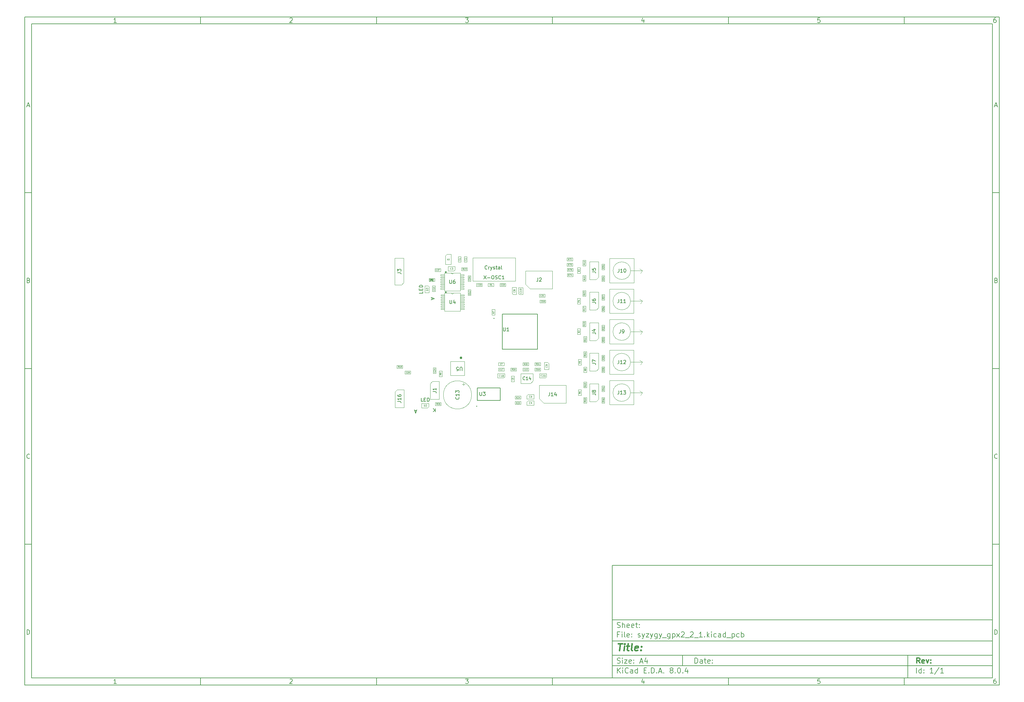
<source format=gbr>
%TF.GenerationSoftware,KiCad,Pcbnew,8.0.4*%
%TF.CreationDate,2025-07-14T14:52:46+02:00*%
%TF.ProjectId,syzygy_gpx2_2_1,73797a79-6779-45f6-9770-78325f325f31,rev?*%
%TF.SameCoordinates,Original*%
%TF.FileFunction,AssemblyDrawing,Top*%
%FSLAX46Y46*%
G04 Gerber Fmt 4.6, Leading zero omitted, Abs format (unit mm)*
G04 Created by KiCad (PCBNEW 8.0.4) date 2025-07-14 14:52:46*
%MOMM*%
%LPD*%
G01*
G04 APERTURE LIST*
%ADD10C,0.100000*%
%ADD11C,0.150000*%
%ADD12C,0.300000*%
%ADD13C,0.400000*%
%ADD14C,0.060000*%
%ADD15C,0.080000*%
%ADD16C,0.130000*%
%ADD17C,0.127000*%
%ADD18C,0.200000*%
%ADD19C,0.120000*%
%ADD20C,0.377000*%
%ADD21C,0.025400*%
G04 APERTURE END LIST*
D10*
D11*
X177002200Y-166007200D02*
X285002200Y-166007200D01*
X285002200Y-198007200D01*
X177002200Y-198007200D01*
X177002200Y-166007200D01*
D10*
D11*
X10000000Y-10000000D02*
X287002200Y-10000000D01*
X287002200Y-200007200D01*
X10000000Y-200007200D01*
X10000000Y-10000000D01*
D10*
D11*
X12000000Y-12000000D02*
X285002200Y-12000000D01*
X285002200Y-198007200D01*
X12000000Y-198007200D01*
X12000000Y-12000000D01*
D10*
D11*
X60000000Y-12000000D02*
X60000000Y-10000000D01*
D10*
D11*
X110000000Y-12000000D02*
X110000000Y-10000000D01*
D10*
D11*
X160000000Y-12000000D02*
X160000000Y-10000000D01*
D10*
D11*
X210000000Y-12000000D02*
X210000000Y-10000000D01*
D10*
D11*
X260000000Y-12000000D02*
X260000000Y-10000000D01*
D10*
D11*
X36089160Y-11593604D02*
X35346303Y-11593604D01*
X35717731Y-11593604D02*
X35717731Y-10293604D01*
X35717731Y-10293604D02*
X35593922Y-10479319D01*
X35593922Y-10479319D02*
X35470112Y-10603128D01*
X35470112Y-10603128D02*
X35346303Y-10665033D01*
D10*
D11*
X85346303Y-10417414D02*
X85408207Y-10355509D01*
X85408207Y-10355509D02*
X85532017Y-10293604D01*
X85532017Y-10293604D02*
X85841541Y-10293604D01*
X85841541Y-10293604D02*
X85965350Y-10355509D01*
X85965350Y-10355509D02*
X86027255Y-10417414D01*
X86027255Y-10417414D02*
X86089160Y-10541223D01*
X86089160Y-10541223D02*
X86089160Y-10665033D01*
X86089160Y-10665033D02*
X86027255Y-10850747D01*
X86027255Y-10850747D02*
X85284398Y-11593604D01*
X85284398Y-11593604D02*
X86089160Y-11593604D01*
D10*
D11*
X135284398Y-10293604D02*
X136089160Y-10293604D01*
X136089160Y-10293604D02*
X135655826Y-10788842D01*
X135655826Y-10788842D02*
X135841541Y-10788842D01*
X135841541Y-10788842D02*
X135965350Y-10850747D01*
X135965350Y-10850747D02*
X136027255Y-10912652D01*
X136027255Y-10912652D02*
X136089160Y-11036461D01*
X136089160Y-11036461D02*
X136089160Y-11345985D01*
X136089160Y-11345985D02*
X136027255Y-11469795D01*
X136027255Y-11469795D02*
X135965350Y-11531700D01*
X135965350Y-11531700D02*
X135841541Y-11593604D01*
X135841541Y-11593604D02*
X135470112Y-11593604D01*
X135470112Y-11593604D02*
X135346303Y-11531700D01*
X135346303Y-11531700D02*
X135284398Y-11469795D01*
D10*
D11*
X185965350Y-10726938D02*
X185965350Y-11593604D01*
X185655826Y-10231700D02*
X185346303Y-11160271D01*
X185346303Y-11160271D02*
X186151064Y-11160271D01*
D10*
D11*
X236027255Y-10293604D02*
X235408207Y-10293604D01*
X235408207Y-10293604D02*
X235346303Y-10912652D01*
X235346303Y-10912652D02*
X235408207Y-10850747D01*
X235408207Y-10850747D02*
X235532017Y-10788842D01*
X235532017Y-10788842D02*
X235841541Y-10788842D01*
X235841541Y-10788842D02*
X235965350Y-10850747D01*
X235965350Y-10850747D02*
X236027255Y-10912652D01*
X236027255Y-10912652D02*
X236089160Y-11036461D01*
X236089160Y-11036461D02*
X236089160Y-11345985D01*
X236089160Y-11345985D02*
X236027255Y-11469795D01*
X236027255Y-11469795D02*
X235965350Y-11531700D01*
X235965350Y-11531700D02*
X235841541Y-11593604D01*
X235841541Y-11593604D02*
X235532017Y-11593604D01*
X235532017Y-11593604D02*
X235408207Y-11531700D01*
X235408207Y-11531700D02*
X235346303Y-11469795D01*
D10*
D11*
X285965350Y-10293604D02*
X285717731Y-10293604D01*
X285717731Y-10293604D02*
X285593922Y-10355509D01*
X285593922Y-10355509D02*
X285532017Y-10417414D01*
X285532017Y-10417414D02*
X285408207Y-10603128D01*
X285408207Y-10603128D02*
X285346303Y-10850747D01*
X285346303Y-10850747D02*
X285346303Y-11345985D01*
X285346303Y-11345985D02*
X285408207Y-11469795D01*
X285408207Y-11469795D02*
X285470112Y-11531700D01*
X285470112Y-11531700D02*
X285593922Y-11593604D01*
X285593922Y-11593604D02*
X285841541Y-11593604D01*
X285841541Y-11593604D02*
X285965350Y-11531700D01*
X285965350Y-11531700D02*
X286027255Y-11469795D01*
X286027255Y-11469795D02*
X286089160Y-11345985D01*
X286089160Y-11345985D02*
X286089160Y-11036461D01*
X286089160Y-11036461D02*
X286027255Y-10912652D01*
X286027255Y-10912652D02*
X285965350Y-10850747D01*
X285965350Y-10850747D02*
X285841541Y-10788842D01*
X285841541Y-10788842D02*
X285593922Y-10788842D01*
X285593922Y-10788842D02*
X285470112Y-10850747D01*
X285470112Y-10850747D02*
X285408207Y-10912652D01*
X285408207Y-10912652D02*
X285346303Y-11036461D01*
D10*
D11*
X60000000Y-198007200D02*
X60000000Y-200007200D01*
D10*
D11*
X110000000Y-198007200D02*
X110000000Y-200007200D01*
D10*
D11*
X160000000Y-198007200D02*
X160000000Y-200007200D01*
D10*
D11*
X210000000Y-198007200D02*
X210000000Y-200007200D01*
D10*
D11*
X260000000Y-198007200D02*
X260000000Y-200007200D01*
D10*
D11*
X36089160Y-199600804D02*
X35346303Y-199600804D01*
X35717731Y-199600804D02*
X35717731Y-198300804D01*
X35717731Y-198300804D02*
X35593922Y-198486519D01*
X35593922Y-198486519D02*
X35470112Y-198610328D01*
X35470112Y-198610328D02*
X35346303Y-198672233D01*
D10*
D11*
X85346303Y-198424614D02*
X85408207Y-198362709D01*
X85408207Y-198362709D02*
X85532017Y-198300804D01*
X85532017Y-198300804D02*
X85841541Y-198300804D01*
X85841541Y-198300804D02*
X85965350Y-198362709D01*
X85965350Y-198362709D02*
X86027255Y-198424614D01*
X86027255Y-198424614D02*
X86089160Y-198548423D01*
X86089160Y-198548423D02*
X86089160Y-198672233D01*
X86089160Y-198672233D02*
X86027255Y-198857947D01*
X86027255Y-198857947D02*
X85284398Y-199600804D01*
X85284398Y-199600804D02*
X86089160Y-199600804D01*
D10*
D11*
X135284398Y-198300804D02*
X136089160Y-198300804D01*
X136089160Y-198300804D02*
X135655826Y-198796042D01*
X135655826Y-198796042D02*
X135841541Y-198796042D01*
X135841541Y-198796042D02*
X135965350Y-198857947D01*
X135965350Y-198857947D02*
X136027255Y-198919852D01*
X136027255Y-198919852D02*
X136089160Y-199043661D01*
X136089160Y-199043661D02*
X136089160Y-199353185D01*
X136089160Y-199353185D02*
X136027255Y-199476995D01*
X136027255Y-199476995D02*
X135965350Y-199538900D01*
X135965350Y-199538900D02*
X135841541Y-199600804D01*
X135841541Y-199600804D02*
X135470112Y-199600804D01*
X135470112Y-199600804D02*
X135346303Y-199538900D01*
X135346303Y-199538900D02*
X135284398Y-199476995D01*
D10*
D11*
X185965350Y-198734138D02*
X185965350Y-199600804D01*
X185655826Y-198238900D02*
X185346303Y-199167471D01*
X185346303Y-199167471D02*
X186151064Y-199167471D01*
D10*
D11*
X236027255Y-198300804D02*
X235408207Y-198300804D01*
X235408207Y-198300804D02*
X235346303Y-198919852D01*
X235346303Y-198919852D02*
X235408207Y-198857947D01*
X235408207Y-198857947D02*
X235532017Y-198796042D01*
X235532017Y-198796042D02*
X235841541Y-198796042D01*
X235841541Y-198796042D02*
X235965350Y-198857947D01*
X235965350Y-198857947D02*
X236027255Y-198919852D01*
X236027255Y-198919852D02*
X236089160Y-199043661D01*
X236089160Y-199043661D02*
X236089160Y-199353185D01*
X236089160Y-199353185D02*
X236027255Y-199476995D01*
X236027255Y-199476995D02*
X235965350Y-199538900D01*
X235965350Y-199538900D02*
X235841541Y-199600804D01*
X235841541Y-199600804D02*
X235532017Y-199600804D01*
X235532017Y-199600804D02*
X235408207Y-199538900D01*
X235408207Y-199538900D02*
X235346303Y-199476995D01*
D10*
D11*
X285965350Y-198300804D02*
X285717731Y-198300804D01*
X285717731Y-198300804D02*
X285593922Y-198362709D01*
X285593922Y-198362709D02*
X285532017Y-198424614D01*
X285532017Y-198424614D02*
X285408207Y-198610328D01*
X285408207Y-198610328D02*
X285346303Y-198857947D01*
X285346303Y-198857947D02*
X285346303Y-199353185D01*
X285346303Y-199353185D02*
X285408207Y-199476995D01*
X285408207Y-199476995D02*
X285470112Y-199538900D01*
X285470112Y-199538900D02*
X285593922Y-199600804D01*
X285593922Y-199600804D02*
X285841541Y-199600804D01*
X285841541Y-199600804D02*
X285965350Y-199538900D01*
X285965350Y-199538900D02*
X286027255Y-199476995D01*
X286027255Y-199476995D02*
X286089160Y-199353185D01*
X286089160Y-199353185D02*
X286089160Y-199043661D01*
X286089160Y-199043661D02*
X286027255Y-198919852D01*
X286027255Y-198919852D02*
X285965350Y-198857947D01*
X285965350Y-198857947D02*
X285841541Y-198796042D01*
X285841541Y-198796042D02*
X285593922Y-198796042D01*
X285593922Y-198796042D02*
X285470112Y-198857947D01*
X285470112Y-198857947D02*
X285408207Y-198919852D01*
X285408207Y-198919852D02*
X285346303Y-199043661D01*
D10*
D11*
X10000000Y-60000000D02*
X12000000Y-60000000D01*
D10*
D11*
X10000000Y-110000000D02*
X12000000Y-110000000D01*
D10*
D11*
X10000000Y-160000000D02*
X12000000Y-160000000D01*
D10*
D11*
X10690476Y-35222176D02*
X11309523Y-35222176D01*
X10566666Y-35593604D02*
X10999999Y-34293604D01*
X10999999Y-34293604D02*
X11433333Y-35593604D01*
D10*
D11*
X11092857Y-84912652D02*
X11278571Y-84974557D01*
X11278571Y-84974557D02*
X11340476Y-85036461D01*
X11340476Y-85036461D02*
X11402380Y-85160271D01*
X11402380Y-85160271D02*
X11402380Y-85345985D01*
X11402380Y-85345985D02*
X11340476Y-85469795D01*
X11340476Y-85469795D02*
X11278571Y-85531700D01*
X11278571Y-85531700D02*
X11154761Y-85593604D01*
X11154761Y-85593604D02*
X10659523Y-85593604D01*
X10659523Y-85593604D02*
X10659523Y-84293604D01*
X10659523Y-84293604D02*
X11092857Y-84293604D01*
X11092857Y-84293604D02*
X11216666Y-84355509D01*
X11216666Y-84355509D02*
X11278571Y-84417414D01*
X11278571Y-84417414D02*
X11340476Y-84541223D01*
X11340476Y-84541223D02*
X11340476Y-84665033D01*
X11340476Y-84665033D02*
X11278571Y-84788842D01*
X11278571Y-84788842D02*
X11216666Y-84850747D01*
X11216666Y-84850747D02*
X11092857Y-84912652D01*
X11092857Y-84912652D02*
X10659523Y-84912652D01*
D10*
D11*
X11402380Y-135469795D02*
X11340476Y-135531700D01*
X11340476Y-135531700D02*
X11154761Y-135593604D01*
X11154761Y-135593604D02*
X11030952Y-135593604D01*
X11030952Y-135593604D02*
X10845238Y-135531700D01*
X10845238Y-135531700D02*
X10721428Y-135407890D01*
X10721428Y-135407890D02*
X10659523Y-135284080D01*
X10659523Y-135284080D02*
X10597619Y-135036461D01*
X10597619Y-135036461D02*
X10597619Y-134850747D01*
X10597619Y-134850747D02*
X10659523Y-134603128D01*
X10659523Y-134603128D02*
X10721428Y-134479319D01*
X10721428Y-134479319D02*
X10845238Y-134355509D01*
X10845238Y-134355509D02*
X11030952Y-134293604D01*
X11030952Y-134293604D02*
X11154761Y-134293604D01*
X11154761Y-134293604D02*
X11340476Y-134355509D01*
X11340476Y-134355509D02*
X11402380Y-134417414D01*
D10*
D11*
X10659523Y-185593604D02*
X10659523Y-184293604D01*
X10659523Y-184293604D02*
X10969047Y-184293604D01*
X10969047Y-184293604D02*
X11154761Y-184355509D01*
X11154761Y-184355509D02*
X11278571Y-184479319D01*
X11278571Y-184479319D02*
X11340476Y-184603128D01*
X11340476Y-184603128D02*
X11402380Y-184850747D01*
X11402380Y-184850747D02*
X11402380Y-185036461D01*
X11402380Y-185036461D02*
X11340476Y-185284080D01*
X11340476Y-185284080D02*
X11278571Y-185407890D01*
X11278571Y-185407890D02*
X11154761Y-185531700D01*
X11154761Y-185531700D02*
X10969047Y-185593604D01*
X10969047Y-185593604D02*
X10659523Y-185593604D01*
D10*
D11*
X287002200Y-60000000D02*
X285002200Y-60000000D01*
D10*
D11*
X287002200Y-110000000D02*
X285002200Y-110000000D01*
D10*
D11*
X287002200Y-160000000D02*
X285002200Y-160000000D01*
D10*
D11*
X285692676Y-35222176D02*
X286311723Y-35222176D01*
X285568866Y-35593604D02*
X286002199Y-34293604D01*
X286002199Y-34293604D02*
X286435533Y-35593604D01*
D10*
D11*
X286095057Y-84912652D02*
X286280771Y-84974557D01*
X286280771Y-84974557D02*
X286342676Y-85036461D01*
X286342676Y-85036461D02*
X286404580Y-85160271D01*
X286404580Y-85160271D02*
X286404580Y-85345985D01*
X286404580Y-85345985D02*
X286342676Y-85469795D01*
X286342676Y-85469795D02*
X286280771Y-85531700D01*
X286280771Y-85531700D02*
X286156961Y-85593604D01*
X286156961Y-85593604D02*
X285661723Y-85593604D01*
X285661723Y-85593604D02*
X285661723Y-84293604D01*
X285661723Y-84293604D02*
X286095057Y-84293604D01*
X286095057Y-84293604D02*
X286218866Y-84355509D01*
X286218866Y-84355509D02*
X286280771Y-84417414D01*
X286280771Y-84417414D02*
X286342676Y-84541223D01*
X286342676Y-84541223D02*
X286342676Y-84665033D01*
X286342676Y-84665033D02*
X286280771Y-84788842D01*
X286280771Y-84788842D02*
X286218866Y-84850747D01*
X286218866Y-84850747D02*
X286095057Y-84912652D01*
X286095057Y-84912652D02*
X285661723Y-84912652D01*
D10*
D11*
X286404580Y-135469795D02*
X286342676Y-135531700D01*
X286342676Y-135531700D02*
X286156961Y-135593604D01*
X286156961Y-135593604D02*
X286033152Y-135593604D01*
X286033152Y-135593604D02*
X285847438Y-135531700D01*
X285847438Y-135531700D02*
X285723628Y-135407890D01*
X285723628Y-135407890D02*
X285661723Y-135284080D01*
X285661723Y-135284080D02*
X285599819Y-135036461D01*
X285599819Y-135036461D02*
X285599819Y-134850747D01*
X285599819Y-134850747D02*
X285661723Y-134603128D01*
X285661723Y-134603128D02*
X285723628Y-134479319D01*
X285723628Y-134479319D02*
X285847438Y-134355509D01*
X285847438Y-134355509D02*
X286033152Y-134293604D01*
X286033152Y-134293604D02*
X286156961Y-134293604D01*
X286156961Y-134293604D02*
X286342676Y-134355509D01*
X286342676Y-134355509D02*
X286404580Y-134417414D01*
D10*
D11*
X285661723Y-185593604D02*
X285661723Y-184293604D01*
X285661723Y-184293604D02*
X285971247Y-184293604D01*
X285971247Y-184293604D02*
X286156961Y-184355509D01*
X286156961Y-184355509D02*
X286280771Y-184479319D01*
X286280771Y-184479319D02*
X286342676Y-184603128D01*
X286342676Y-184603128D02*
X286404580Y-184850747D01*
X286404580Y-184850747D02*
X286404580Y-185036461D01*
X286404580Y-185036461D02*
X286342676Y-185284080D01*
X286342676Y-185284080D02*
X286280771Y-185407890D01*
X286280771Y-185407890D02*
X286156961Y-185531700D01*
X286156961Y-185531700D02*
X285971247Y-185593604D01*
X285971247Y-185593604D02*
X285661723Y-185593604D01*
D10*
D11*
X200458026Y-193793328D02*
X200458026Y-192293328D01*
X200458026Y-192293328D02*
X200815169Y-192293328D01*
X200815169Y-192293328D02*
X201029455Y-192364757D01*
X201029455Y-192364757D02*
X201172312Y-192507614D01*
X201172312Y-192507614D02*
X201243741Y-192650471D01*
X201243741Y-192650471D02*
X201315169Y-192936185D01*
X201315169Y-192936185D02*
X201315169Y-193150471D01*
X201315169Y-193150471D02*
X201243741Y-193436185D01*
X201243741Y-193436185D02*
X201172312Y-193579042D01*
X201172312Y-193579042D02*
X201029455Y-193721900D01*
X201029455Y-193721900D02*
X200815169Y-193793328D01*
X200815169Y-193793328D02*
X200458026Y-193793328D01*
X202600884Y-193793328D02*
X202600884Y-193007614D01*
X202600884Y-193007614D02*
X202529455Y-192864757D01*
X202529455Y-192864757D02*
X202386598Y-192793328D01*
X202386598Y-192793328D02*
X202100884Y-192793328D01*
X202100884Y-192793328D02*
X201958026Y-192864757D01*
X202600884Y-193721900D02*
X202458026Y-193793328D01*
X202458026Y-193793328D02*
X202100884Y-193793328D01*
X202100884Y-193793328D02*
X201958026Y-193721900D01*
X201958026Y-193721900D02*
X201886598Y-193579042D01*
X201886598Y-193579042D02*
X201886598Y-193436185D01*
X201886598Y-193436185D02*
X201958026Y-193293328D01*
X201958026Y-193293328D02*
X202100884Y-193221900D01*
X202100884Y-193221900D02*
X202458026Y-193221900D01*
X202458026Y-193221900D02*
X202600884Y-193150471D01*
X203100884Y-192793328D02*
X203672312Y-192793328D01*
X203315169Y-192293328D02*
X203315169Y-193579042D01*
X203315169Y-193579042D02*
X203386598Y-193721900D01*
X203386598Y-193721900D02*
X203529455Y-193793328D01*
X203529455Y-193793328D02*
X203672312Y-193793328D01*
X204743741Y-193721900D02*
X204600884Y-193793328D01*
X204600884Y-193793328D02*
X204315170Y-193793328D01*
X204315170Y-193793328D02*
X204172312Y-193721900D01*
X204172312Y-193721900D02*
X204100884Y-193579042D01*
X204100884Y-193579042D02*
X204100884Y-193007614D01*
X204100884Y-193007614D02*
X204172312Y-192864757D01*
X204172312Y-192864757D02*
X204315170Y-192793328D01*
X204315170Y-192793328D02*
X204600884Y-192793328D01*
X204600884Y-192793328D02*
X204743741Y-192864757D01*
X204743741Y-192864757D02*
X204815170Y-193007614D01*
X204815170Y-193007614D02*
X204815170Y-193150471D01*
X204815170Y-193150471D02*
X204100884Y-193293328D01*
X205458026Y-193650471D02*
X205529455Y-193721900D01*
X205529455Y-193721900D02*
X205458026Y-193793328D01*
X205458026Y-193793328D02*
X205386598Y-193721900D01*
X205386598Y-193721900D02*
X205458026Y-193650471D01*
X205458026Y-193650471D02*
X205458026Y-193793328D01*
X205458026Y-192864757D02*
X205529455Y-192936185D01*
X205529455Y-192936185D02*
X205458026Y-193007614D01*
X205458026Y-193007614D02*
X205386598Y-192936185D01*
X205386598Y-192936185D02*
X205458026Y-192864757D01*
X205458026Y-192864757D02*
X205458026Y-193007614D01*
D10*
D11*
X177002200Y-194507200D02*
X285002200Y-194507200D01*
D10*
D11*
X178458026Y-196593328D02*
X178458026Y-195093328D01*
X179315169Y-196593328D02*
X178672312Y-195736185D01*
X179315169Y-195093328D02*
X178458026Y-195950471D01*
X179958026Y-196593328D02*
X179958026Y-195593328D01*
X179958026Y-195093328D02*
X179886598Y-195164757D01*
X179886598Y-195164757D02*
X179958026Y-195236185D01*
X179958026Y-195236185D02*
X180029455Y-195164757D01*
X180029455Y-195164757D02*
X179958026Y-195093328D01*
X179958026Y-195093328D02*
X179958026Y-195236185D01*
X181529455Y-196450471D02*
X181458027Y-196521900D01*
X181458027Y-196521900D02*
X181243741Y-196593328D01*
X181243741Y-196593328D02*
X181100884Y-196593328D01*
X181100884Y-196593328D02*
X180886598Y-196521900D01*
X180886598Y-196521900D02*
X180743741Y-196379042D01*
X180743741Y-196379042D02*
X180672312Y-196236185D01*
X180672312Y-196236185D02*
X180600884Y-195950471D01*
X180600884Y-195950471D02*
X180600884Y-195736185D01*
X180600884Y-195736185D02*
X180672312Y-195450471D01*
X180672312Y-195450471D02*
X180743741Y-195307614D01*
X180743741Y-195307614D02*
X180886598Y-195164757D01*
X180886598Y-195164757D02*
X181100884Y-195093328D01*
X181100884Y-195093328D02*
X181243741Y-195093328D01*
X181243741Y-195093328D02*
X181458027Y-195164757D01*
X181458027Y-195164757D02*
X181529455Y-195236185D01*
X182815170Y-196593328D02*
X182815170Y-195807614D01*
X182815170Y-195807614D02*
X182743741Y-195664757D01*
X182743741Y-195664757D02*
X182600884Y-195593328D01*
X182600884Y-195593328D02*
X182315170Y-195593328D01*
X182315170Y-195593328D02*
X182172312Y-195664757D01*
X182815170Y-196521900D02*
X182672312Y-196593328D01*
X182672312Y-196593328D02*
X182315170Y-196593328D01*
X182315170Y-196593328D02*
X182172312Y-196521900D01*
X182172312Y-196521900D02*
X182100884Y-196379042D01*
X182100884Y-196379042D02*
X182100884Y-196236185D01*
X182100884Y-196236185D02*
X182172312Y-196093328D01*
X182172312Y-196093328D02*
X182315170Y-196021900D01*
X182315170Y-196021900D02*
X182672312Y-196021900D01*
X182672312Y-196021900D02*
X182815170Y-195950471D01*
X184172313Y-196593328D02*
X184172313Y-195093328D01*
X184172313Y-196521900D02*
X184029455Y-196593328D01*
X184029455Y-196593328D02*
X183743741Y-196593328D01*
X183743741Y-196593328D02*
X183600884Y-196521900D01*
X183600884Y-196521900D02*
X183529455Y-196450471D01*
X183529455Y-196450471D02*
X183458027Y-196307614D01*
X183458027Y-196307614D02*
X183458027Y-195879042D01*
X183458027Y-195879042D02*
X183529455Y-195736185D01*
X183529455Y-195736185D02*
X183600884Y-195664757D01*
X183600884Y-195664757D02*
X183743741Y-195593328D01*
X183743741Y-195593328D02*
X184029455Y-195593328D01*
X184029455Y-195593328D02*
X184172313Y-195664757D01*
X186029455Y-195807614D02*
X186529455Y-195807614D01*
X186743741Y-196593328D02*
X186029455Y-196593328D01*
X186029455Y-196593328D02*
X186029455Y-195093328D01*
X186029455Y-195093328D02*
X186743741Y-195093328D01*
X187386598Y-196450471D02*
X187458027Y-196521900D01*
X187458027Y-196521900D02*
X187386598Y-196593328D01*
X187386598Y-196593328D02*
X187315170Y-196521900D01*
X187315170Y-196521900D02*
X187386598Y-196450471D01*
X187386598Y-196450471D02*
X187386598Y-196593328D01*
X188100884Y-196593328D02*
X188100884Y-195093328D01*
X188100884Y-195093328D02*
X188458027Y-195093328D01*
X188458027Y-195093328D02*
X188672313Y-195164757D01*
X188672313Y-195164757D02*
X188815170Y-195307614D01*
X188815170Y-195307614D02*
X188886599Y-195450471D01*
X188886599Y-195450471D02*
X188958027Y-195736185D01*
X188958027Y-195736185D02*
X188958027Y-195950471D01*
X188958027Y-195950471D02*
X188886599Y-196236185D01*
X188886599Y-196236185D02*
X188815170Y-196379042D01*
X188815170Y-196379042D02*
X188672313Y-196521900D01*
X188672313Y-196521900D02*
X188458027Y-196593328D01*
X188458027Y-196593328D02*
X188100884Y-196593328D01*
X189600884Y-196450471D02*
X189672313Y-196521900D01*
X189672313Y-196521900D02*
X189600884Y-196593328D01*
X189600884Y-196593328D02*
X189529456Y-196521900D01*
X189529456Y-196521900D02*
X189600884Y-196450471D01*
X189600884Y-196450471D02*
X189600884Y-196593328D01*
X190243742Y-196164757D02*
X190958028Y-196164757D01*
X190100885Y-196593328D02*
X190600885Y-195093328D01*
X190600885Y-195093328D02*
X191100885Y-196593328D01*
X191600884Y-196450471D02*
X191672313Y-196521900D01*
X191672313Y-196521900D02*
X191600884Y-196593328D01*
X191600884Y-196593328D02*
X191529456Y-196521900D01*
X191529456Y-196521900D02*
X191600884Y-196450471D01*
X191600884Y-196450471D02*
X191600884Y-196593328D01*
X193672313Y-195736185D02*
X193529456Y-195664757D01*
X193529456Y-195664757D02*
X193458027Y-195593328D01*
X193458027Y-195593328D02*
X193386599Y-195450471D01*
X193386599Y-195450471D02*
X193386599Y-195379042D01*
X193386599Y-195379042D02*
X193458027Y-195236185D01*
X193458027Y-195236185D02*
X193529456Y-195164757D01*
X193529456Y-195164757D02*
X193672313Y-195093328D01*
X193672313Y-195093328D02*
X193958027Y-195093328D01*
X193958027Y-195093328D02*
X194100885Y-195164757D01*
X194100885Y-195164757D02*
X194172313Y-195236185D01*
X194172313Y-195236185D02*
X194243742Y-195379042D01*
X194243742Y-195379042D02*
X194243742Y-195450471D01*
X194243742Y-195450471D02*
X194172313Y-195593328D01*
X194172313Y-195593328D02*
X194100885Y-195664757D01*
X194100885Y-195664757D02*
X193958027Y-195736185D01*
X193958027Y-195736185D02*
X193672313Y-195736185D01*
X193672313Y-195736185D02*
X193529456Y-195807614D01*
X193529456Y-195807614D02*
X193458027Y-195879042D01*
X193458027Y-195879042D02*
X193386599Y-196021900D01*
X193386599Y-196021900D02*
X193386599Y-196307614D01*
X193386599Y-196307614D02*
X193458027Y-196450471D01*
X193458027Y-196450471D02*
X193529456Y-196521900D01*
X193529456Y-196521900D02*
X193672313Y-196593328D01*
X193672313Y-196593328D02*
X193958027Y-196593328D01*
X193958027Y-196593328D02*
X194100885Y-196521900D01*
X194100885Y-196521900D02*
X194172313Y-196450471D01*
X194172313Y-196450471D02*
X194243742Y-196307614D01*
X194243742Y-196307614D02*
X194243742Y-196021900D01*
X194243742Y-196021900D02*
X194172313Y-195879042D01*
X194172313Y-195879042D02*
X194100885Y-195807614D01*
X194100885Y-195807614D02*
X193958027Y-195736185D01*
X194886598Y-196450471D02*
X194958027Y-196521900D01*
X194958027Y-196521900D02*
X194886598Y-196593328D01*
X194886598Y-196593328D02*
X194815170Y-196521900D01*
X194815170Y-196521900D02*
X194886598Y-196450471D01*
X194886598Y-196450471D02*
X194886598Y-196593328D01*
X195886599Y-195093328D02*
X196029456Y-195093328D01*
X196029456Y-195093328D02*
X196172313Y-195164757D01*
X196172313Y-195164757D02*
X196243742Y-195236185D01*
X196243742Y-195236185D02*
X196315170Y-195379042D01*
X196315170Y-195379042D02*
X196386599Y-195664757D01*
X196386599Y-195664757D02*
X196386599Y-196021900D01*
X196386599Y-196021900D02*
X196315170Y-196307614D01*
X196315170Y-196307614D02*
X196243742Y-196450471D01*
X196243742Y-196450471D02*
X196172313Y-196521900D01*
X196172313Y-196521900D02*
X196029456Y-196593328D01*
X196029456Y-196593328D02*
X195886599Y-196593328D01*
X195886599Y-196593328D02*
X195743742Y-196521900D01*
X195743742Y-196521900D02*
X195672313Y-196450471D01*
X195672313Y-196450471D02*
X195600884Y-196307614D01*
X195600884Y-196307614D02*
X195529456Y-196021900D01*
X195529456Y-196021900D02*
X195529456Y-195664757D01*
X195529456Y-195664757D02*
X195600884Y-195379042D01*
X195600884Y-195379042D02*
X195672313Y-195236185D01*
X195672313Y-195236185D02*
X195743742Y-195164757D01*
X195743742Y-195164757D02*
X195886599Y-195093328D01*
X197029455Y-196450471D02*
X197100884Y-196521900D01*
X197100884Y-196521900D02*
X197029455Y-196593328D01*
X197029455Y-196593328D02*
X196958027Y-196521900D01*
X196958027Y-196521900D02*
X197029455Y-196450471D01*
X197029455Y-196450471D02*
X197029455Y-196593328D01*
X198386599Y-195593328D02*
X198386599Y-196593328D01*
X198029456Y-195021900D02*
X197672313Y-196093328D01*
X197672313Y-196093328D02*
X198600884Y-196093328D01*
D10*
D11*
X177002200Y-191507200D02*
X285002200Y-191507200D01*
D10*
D12*
X264413853Y-193785528D02*
X263913853Y-193071242D01*
X263556710Y-193785528D02*
X263556710Y-192285528D01*
X263556710Y-192285528D02*
X264128139Y-192285528D01*
X264128139Y-192285528D02*
X264270996Y-192356957D01*
X264270996Y-192356957D02*
X264342425Y-192428385D01*
X264342425Y-192428385D02*
X264413853Y-192571242D01*
X264413853Y-192571242D02*
X264413853Y-192785528D01*
X264413853Y-192785528D02*
X264342425Y-192928385D01*
X264342425Y-192928385D02*
X264270996Y-192999814D01*
X264270996Y-192999814D02*
X264128139Y-193071242D01*
X264128139Y-193071242D02*
X263556710Y-193071242D01*
X265628139Y-193714100D02*
X265485282Y-193785528D01*
X265485282Y-193785528D02*
X265199568Y-193785528D01*
X265199568Y-193785528D02*
X265056710Y-193714100D01*
X265056710Y-193714100D02*
X264985282Y-193571242D01*
X264985282Y-193571242D02*
X264985282Y-192999814D01*
X264985282Y-192999814D02*
X265056710Y-192856957D01*
X265056710Y-192856957D02*
X265199568Y-192785528D01*
X265199568Y-192785528D02*
X265485282Y-192785528D01*
X265485282Y-192785528D02*
X265628139Y-192856957D01*
X265628139Y-192856957D02*
X265699568Y-192999814D01*
X265699568Y-192999814D02*
X265699568Y-193142671D01*
X265699568Y-193142671D02*
X264985282Y-193285528D01*
X266199567Y-192785528D02*
X266556710Y-193785528D01*
X266556710Y-193785528D02*
X266913853Y-192785528D01*
X267485281Y-193642671D02*
X267556710Y-193714100D01*
X267556710Y-193714100D02*
X267485281Y-193785528D01*
X267485281Y-193785528D02*
X267413853Y-193714100D01*
X267413853Y-193714100D02*
X267485281Y-193642671D01*
X267485281Y-193642671D02*
X267485281Y-193785528D01*
X267485281Y-192856957D02*
X267556710Y-192928385D01*
X267556710Y-192928385D02*
X267485281Y-192999814D01*
X267485281Y-192999814D02*
X267413853Y-192928385D01*
X267413853Y-192928385D02*
X267485281Y-192856957D01*
X267485281Y-192856957D02*
X267485281Y-192999814D01*
D10*
D11*
X178386598Y-193721900D02*
X178600884Y-193793328D01*
X178600884Y-193793328D02*
X178958026Y-193793328D01*
X178958026Y-193793328D02*
X179100884Y-193721900D01*
X179100884Y-193721900D02*
X179172312Y-193650471D01*
X179172312Y-193650471D02*
X179243741Y-193507614D01*
X179243741Y-193507614D02*
X179243741Y-193364757D01*
X179243741Y-193364757D02*
X179172312Y-193221900D01*
X179172312Y-193221900D02*
X179100884Y-193150471D01*
X179100884Y-193150471D02*
X178958026Y-193079042D01*
X178958026Y-193079042D02*
X178672312Y-193007614D01*
X178672312Y-193007614D02*
X178529455Y-192936185D01*
X178529455Y-192936185D02*
X178458026Y-192864757D01*
X178458026Y-192864757D02*
X178386598Y-192721900D01*
X178386598Y-192721900D02*
X178386598Y-192579042D01*
X178386598Y-192579042D02*
X178458026Y-192436185D01*
X178458026Y-192436185D02*
X178529455Y-192364757D01*
X178529455Y-192364757D02*
X178672312Y-192293328D01*
X178672312Y-192293328D02*
X179029455Y-192293328D01*
X179029455Y-192293328D02*
X179243741Y-192364757D01*
X179886597Y-193793328D02*
X179886597Y-192793328D01*
X179886597Y-192293328D02*
X179815169Y-192364757D01*
X179815169Y-192364757D02*
X179886597Y-192436185D01*
X179886597Y-192436185D02*
X179958026Y-192364757D01*
X179958026Y-192364757D02*
X179886597Y-192293328D01*
X179886597Y-192293328D02*
X179886597Y-192436185D01*
X180458026Y-192793328D02*
X181243741Y-192793328D01*
X181243741Y-192793328D02*
X180458026Y-193793328D01*
X180458026Y-193793328D02*
X181243741Y-193793328D01*
X182386598Y-193721900D02*
X182243741Y-193793328D01*
X182243741Y-193793328D02*
X181958027Y-193793328D01*
X181958027Y-193793328D02*
X181815169Y-193721900D01*
X181815169Y-193721900D02*
X181743741Y-193579042D01*
X181743741Y-193579042D02*
X181743741Y-193007614D01*
X181743741Y-193007614D02*
X181815169Y-192864757D01*
X181815169Y-192864757D02*
X181958027Y-192793328D01*
X181958027Y-192793328D02*
X182243741Y-192793328D01*
X182243741Y-192793328D02*
X182386598Y-192864757D01*
X182386598Y-192864757D02*
X182458027Y-193007614D01*
X182458027Y-193007614D02*
X182458027Y-193150471D01*
X182458027Y-193150471D02*
X181743741Y-193293328D01*
X183100883Y-193650471D02*
X183172312Y-193721900D01*
X183172312Y-193721900D02*
X183100883Y-193793328D01*
X183100883Y-193793328D02*
X183029455Y-193721900D01*
X183029455Y-193721900D02*
X183100883Y-193650471D01*
X183100883Y-193650471D02*
X183100883Y-193793328D01*
X183100883Y-192864757D02*
X183172312Y-192936185D01*
X183172312Y-192936185D02*
X183100883Y-193007614D01*
X183100883Y-193007614D02*
X183029455Y-192936185D01*
X183029455Y-192936185D02*
X183100883Y-192864757D01*
X183100883Y-192864757D02*
X183100883Y-193007614D01*
X184886598Y-193364757D02*
X185600884Y-193364757D01*
X184743741Y-193793328D02*
X185243741Y-192293328D01*
X185243741Y-192293328D02*
X185743741Y-193793328D01*
X186886598Y-192793328D02*
X186886598Y-193793328D01*
X186529455Y-192221900D02*
X186172312Y-193293328D01*
X186172312Y-193293328D02*
X187100883Y-193293328D01*
D10*
D11*
X263458026Y-196593328D02*
X263458026Y-195093328D01*
X264815170Y-196593328D02*
X264815170Y-195093328D01*
X264815170Y-196521900D02*
X264672312Y-196593328D01*
X264672312Y-196593328D02*
X264386598Y-196593328D01*
X264386598Y-196593328D02*
X264243741Y-196521900D01*
X264243741Y-196521900D02*
X264172312Y-196450471D01*
X264172312Y-196450471D02*
X264100884Y-196307614D01*
X264100884Y-196307614D02*
X264100884Y-195879042D01*
X264100884Y-195879042D02*
X264172312Y-195736185D01*
X264172312Y-195736185D02*
X264243741Y-195664757D01*
X264243741Y-195664757D02*
X264386598Y-195593328D01*
X264386598Y-195593328D02*
X264672312Y-195593328D01*
X264672312Y-195593328D02*
X264815170Y-195664757D01*
X265529455Y-196450471D02*
X265600884Y-196521900D01*
X265600884Y-196521900D02*
X265529455Y-196593328D01*
X265529455Y-196593328D02*
X265458027Y-196521900D01*
X265458027Y-196521900D02*
X265529455Y-196450471D01*
X265529455Y-196450471D02*
X265529455Y-196593328D01*
X265529455Y-195664757D02*
X265600884Y-195736185D01*
X265600884Y-195736185D02*
X265529455Y-195807614D01*
X265529455Y-195807614D02*
X265458027Y-195736185D01*
X265458027Y-195736185D02*
X265529455Y-195664757D01*
X265529455Y-195664757D02*
X265529455Y-195807614D01*
X268172313Y-196593328D02*
X267315170Y-196593328D01*
X267743741Y-196593328D02*
X267743741Y-195093328D01*
X267743741Y-195093328D02*
X267600884Y-195307614D01*
X267600884Y-195307614D02*
X267458027Y-195450471D01*
X267458027Y-195450471D02*
X267315170Y-195521900D01*
X269886598Y-195021900D02*
X268600884Y-196950471D01*
X271172313Y-196593328D02*
X270315170Y-196593328D01*
X270743741Y-196593328D02*
X270743741Y-195093328D01*
X270743741Y-195093328D02*
X270600884Y-195307614D01*
X270600884Y-195307614D02*
X270458027Y-195450471D01*
X270458027Y-195450471D02*
X270315170Y-195521900D01*
D10*
D11*
X177002200Y-187507200D02*
X285002200Y-187507200D01*
D10*
D13*
X178693928Y-188211638D02*
X179836785Y-188211638D01*
X179015357Y-190211638D02*
X179265357Y-188211638D01*
X180253452Y-190211638D02*
X180420119Y-188878304D01*
X180503452Y-188211638D02*
X180396309Y-188306876D01*
X180396309Y-188306876D02*
X180479643Y-188402114D01*
X180479643Y-188402114D02*
X180586786Y-188306876D01*
X180586786Y-188306876D02*
X180503452Y-188211638D01*
X180503452Y-188211638D02*
X180479643Y-188402114D01*
X181086786Y-188878304D02*
X181848690Y-188878304D01*
X181455833Y-188211638D02*
X181241548Y-189925923D01*
X181241548Y-189925923D02*
X181312976Y-190116400D01*
X181312976Y-190116400D02*
X181491548Y-190211638D01*
X181491548Y-190211638D02*
X181682024Y-190211638D01*
X182634405Y-190211638D02*
X182455833Y-190116400D01*
X182455833Y-190116400D02*
X182384405Y-189925923D01*
X182384405Y-189925923D02*
X182598690Y-188211638D01*
X184170119Y-190116400D02*
X183967738Y-190211638D01*
X183967738Y-190211638D02*
X183586785Y-190211638D01*
X183586785Y-190211638D02*
X183408214Y-190116400D01*
X183408214Y-190116400D02*
X183336785Y-189925923D01*
X183336785Y-189925923D02*
X183432024Y-189164019D01*
X183432024Y-189164019D02*
X183551071Y-188973542D01*
X183551071Y-188973542D02*
X183753452Y-188878304D01*
X183753452Y-188878304D02*
X184134404Y-188878304D01*
X184134404Y-188878304D02*
X184312976Y-188973542D01*
X184312976Y-188973542D02*
X184384404Y-189164019D01*
X184384404Y-189164019D02*
X184360595Y-189354495D01*
X184360595Y-189354495D02*
X183384404Y-189544971D01*
X185134405Y-190021161D02*
X185217738Y-190116400D01*
X185217738Y-190116400D02*
X185110595Y-190211638D01*
X185110595Y-190211638D02*
X185027262Y-190116400D01*
X185027262Y-190116400D02*
X185134405Y-190021161D01*
X185134405Y-190021161D02*
X185110595Y-190211638D01*
X185265357Y-188973542D02*
X185348690Y-189068780D01*
X185348690Y-189068780D02*
X185241548Y-189164019D01*
X185241548Y-189164019D02*
X185158214Y-189068780D01*
X185158214Y-189068780D02*
X185265357Y-188973542D01*
X185265357Y-188973542D02*
X185241548Y-189164019D01*
D10*
D11*
X178958026Y-185607614D02*
X178458026Y-185607614D01*
X178458026Y-186393328D02*
X178458026Y-184893328D01*
X178458026Y-184893328D02*
X179172312Y-184893328D01*
X179743740Y-186393328D02*
X179743740Y-185393328D01*
X179743740Y-184893328D02*
X179672312Y-184964757D01*
X179672312Y-184964757D02*
X179743740Y-185036185D01*
X179743740Y-185036185D02*
X179815169Y-184964757D01*
X179815169Y-184964757D02*
X179743740Y-184893328D01*
X179743740Y-184893328D02*
X179743740Y-185036185D01*
X180672312Y-186393328D02*
X180529455Y-186321900D01*
X180529455Y-186321900D02*
X180458026Y-186179042D01*
X180458026Y-186179042D02*
X180458026Y-184893328D01*
X181815169Y-186321900D02*
X181672312Y-186393328D01*
X181672312Y-186393328D02*
X181386598Y-186393328D01*
X181386598Y-186393328D02*
X181243740Y-186321900D01*
X181243740Y-186321900D02*
X181172312Y-186179042D01*
X181172312Y-186179042D02*
X181172312Y-185607614D01*
X181172312Y-185607614D02*
X181243740Y-185464757D01*
X181243740Y-185464757D02*
X181386598Y-185393328D01*
X181386598Y-185393328D02*
X181672312Y-185393328D01*
X181672312Y-185393328D02*
X181815169Y-185464757D01*
X181815169Y-185464757D02*
X181886598Y-185607614D01*
X181886598Y-185607614D02*
X181886598Y-185750471D01*
X181886598Y-185750471D02*
X181172312Y-185893328D01*
X182529454Y-186250471D02*
X182600883Y-186321900D01*
X182600883Y-186321900D02*
X182529454Y-186393328D01*
X182529454Y-186393328D02*
X182458026Y-186321900D01*
X182458026Y-186321900D02*
X182529454Y-186250471D01*
X182529454Y-186250471D02*
X182529454Y-186393328D01*
X182529454Y-185464757D02*
X182600883Y-185536185D01*
X182600883Y-185536185D02*
X182529454Y-185607614D01*
X182529454Y-185607614D02*
X182458026Y-185536185D01*
X182458026Y-185536185D02*
X182529454Y-185464757D01*
X182529454Y-185464757D02*
X182529454Y-185607614D01*
X184315169Y-186321900D02*
X184458026Y-186393328D01*
X184458026Y-186393328D02*
X184743740Y-186393328D01*
X184743740Y-186393328D02*
X184886597Y-186321900D01*
X184886597Y-186321900D02*
X184958026Y-186179042D01*
X184958026Y-186179042D02*
X184958026Y-186107614D01*
X184958026Y-186107614D02*
X184886597Y-185964757D01*
X184886597Y-185964757D02*
X184743740Y-185893328D01*
X184743740Y-185893328D02*
X184529455Y-185893328D01*
X184529455Y-185893328D02*
X184386597Y-185821900D01*
X184386597Y-185821900D02*
X184315169Y-185679042D01*
X184315169Y-185679042D02*
X184315169Y-185607614D01*
X184315169Y-185607614D02*
X184386597Y-185464757D01*
X184386597Y-185464757D02*
X184529455Y-185393328D01*
X184529455Y-185393328D02*
X184743740Y-185393328D01*
X184743740Y-185393328D02*
X184886597Y-185464757D01*
X185458026Y-185393328D02*
X185815169Y-186393328D01*
X186172312Y-185393328D02*
X185815169Y-186393328D01*
X185815169Y-186393328D02*
X185672312Y-186750471D01*
X185672312Y-186750471D02*
X185600883Y-186821900D01*
X185600883Y-186821900D02*
X185458026Y-186893328D01*
X186600883Y-185393328D02*
X187386598Y-185393328D01*
X187386598Y-185393328D02*
X186600883Y-186393328D01*
X186600883Y-186393328D02*
X187386598Y-186393328D01*
X187815169Y-185393328D02*
X188172312Y-186393328D01*
X188529455Y-185393328D02*
X188172312Y-186393328D01*
X188172312Y-186393328D02*
X188029455Y-186750471D01*
X188029455Y-186750471D02*
X187958026Y-186821900D01*
X187958026Y-186821900D02*
X187815169Y-186893328D01*
X189743741Y-185393328D02*
X189743741Y-186607614D01*
X189743741Y-186607614D02*
X189672312Y-186750471D01*
X189672312Y-186750471D02*
X189600883Y-186821900D01*
X189600883Y-186821900D02*
X189458026Y-186893328D01*
X189458026Y-186893328D02*
X189243741Y-186893328D01*
X189243741Y-186893328D02*
X189100883Y-186821900D01*
X189743741Y-186321900D02*
X189600883Y-186393328D01*
X189600883Y-186393328D02*
X189315169Y-186393328D01*
X189315169Y-186393328D02*
X189172312Y-186321900D01*
X189172312Y-186321900D02*
X189100883Y-186250471D01*
X189100883Y-186250471D02*
X189029455Y-186107614D01*
X189029455Y-186107614D02*
X189029455Y-185679042D01*
X189029455Y-185679042D02*
X189100883Y-185536185D01*
X189100883Y-185536185D02*
X189172312Y-185464757D01*
X189172312Y-185464757D02*
X189315169Y-185393328D01*
X189315169Y-185393328D02*
X189600883Y-185393328D01*
X189600883Y-185393328D02*
X189743741Y-185464757D01*
X190315169Y-185393328D02*
X190672312Y-186393328D01*
X191029455Y-185393328D02*
X190672312Y-186393328D01*
X190672312Y-186393328D02*
X190529455Y-186750471D01*
X190529455Y-186750471D02*
X190458026Y-186821900D01*
X190458026Y-186821900D02*
X190315169Y-186893328D01*
X191243741Y-186536185D02*
X192386598Y-186536185D01*
X193386598Y-185393328D02*
X193386598Y-186607614D01*
X193386598Y-186607614D02*
X193315169Y-186750471D01*
X193315169Y-186750471D02*
X193243740Y-186821900D01*
X193243740Y-186821900D02*
X193100883Y-186893328D01*
X193100883Y-186893328D02*
X192886598Y-186893328D01*
X192886598Y-186893328D02*
X192743740Y-186821900D01*
X193386598Y-186321900D02*
X193243740Y-186393328D01*
X193243740Y-186393328D02*
X192958026Y-186393328D01*
X192958026Y-186393328D02*
X192815169Y-186321900D01*
X192815169Y-186321900D02*
X192743740Y-186250471D01*
X192743740Y-186250471D02*
X192672312Y-186107614D01*
X192672312Y-186107614D02*
X192672312Y-185679042D01*
X192672312Y-185679042D02*
X192743740Y-185536185D01*
X192743740Y-185536185D02*
X192815169Y-185464757D01*
X192815169Y-185464757D02*
X192958026Y-185393328D01*
X192958026Y-185393328D02*
X193243740Y-185393328D01*
X193243740Y-185393328D02*
X193386598Y-185464757D01*
X194100883Y-185393328D02*
X194100883Y-186893328D01*
X194100883Y-185464757D02*
X194243741Y-185393328D01*
X194243741Y-185393328D02*
X194529455Y-185393328D01*
X194529455Y-185393328D02*
X194672312Y-185464757D01*
X194672312Y-185464757D02*
X194743741Y-185536185D01*
X194743741Y-185536185D02*
X194815169Y-185679042D01*
X194815169Y-185679042D02*
X194815169Y-186107614D01*
X194815169Y-186107614D02*
X194743741Y-186250471D01*
X194743741Y-186250471D02*
X194672312Y-186321900D01*
X194672312Y-186321900D02*
X194529455Y-186393328D01*
X194529455Y-186393328D02*
X194243741Y-186393328D01*
X194243741Y-186393328D02*
X194100883Y-186321900D01*
X195315169Y-186393328D02*
X196100884Y-185393328D01*
X195315169Y-185393328D02*
X196100884Y-186393328D01*
X196600884Y-185036185D02*
X196672312Y-184964757D01*
X196672312Y-184964757D02*
X196815170Y-184893328D01*
X196815170Y-184893328D02*
X197172312Y-184893328D01*
X197172312Y-184893328D02*
X197315170Y-184964757D01*
X197315170Y-184964757D02*
X197386598Y-185036185D01*
X197386598Y-185036185D02*
X197458027Y-185179042D01*
X197458027Y-185179042D02*
X197458027Y-185321900D01*
X197458027Y-185321900D02*
X197386598Y-185536185D01*
X197386598Y-185536185D02*
X196529455Y-186393328D01*
X196529455Y-186393328D02*
X197458027Y-186393328D01*
X197743741Y-186536185D02*
X198886598Y-186536185D01*
X199172312Y-185036185D02*
X199243740Y-184964757D01*
X199243740Y-184964757D02*
X199386598Y-184893328D01*
X199386598Y-184893328D02*
X199743740Y-184893328D01*
X199743740Y-184893328D02*
X199886598Y-184964757D01*
X199886598Y-184964757D02*
X199958026Y-185036185D01*
X199958026Y-185036185D02*
X200029455Y-185179042D01*
X200029455Y-185179042D02*
X200029455Y-185321900D01*
X200029455Y-185321900D02*
X199958026Y-185536185D01*
X199958026Y-185536185D02*
X199100883Y-186393328D01*
X199100883Y-186393328D02*
X200029455Y-186393328D01*
X200315169Y-186536185D02*
X201458026Y-186536185D01*
X202600883Y-186393328D02*
X201743740Y-186393328D01*
X202172311Y-186393328D02*
X202172311Y-184893328D01*
X202172311Y-184893328D02*
X202029454Y-185107614D01*
X202029454Y-185107614D02*
X201886597Y-185250471D01*
X201886597Y-185250471D02*
X201743740Y-185321900D01*
X203243739Y-186250471D02*
X203315168Y-186321900D01*
X203315168Y-186321900D02*
X203243739Y-186393328D01*
X203243739Y-186393328D02*
X203172311Y-186321900D01*
X203172311Y-186321900D02*
X203243739Y-186250471D01*
X203243739Y-186250471D02*
X203243739Y-186393328D01*
X203958025Y-186393328D02*
X203958025Y-184893328D01*
X204100883Y-185821900D02*
X204529454Y-186393328D01*
X204529454Y-185393328D02*
X203958025Y-185964757D01*
X205172311Y-186393328D02*
X205172311Y-185393328D01*
X205172311Y-184893328D02*
X205100883Y-184964757D01*
X205100883Y-184964757D02*
X205172311Y-185036185D01*
X205172311Y-185036185D02*
X205243740Y-184964757D01*
X205243740Y-184964757D02*
X205172311Y-184893328D01*
X205172311Y-184893328D02*
X205172311Y-185036185D01*
X206529455Y-186321900D02*
X206386597Y-186393328D01*
X206386597Y-186393328D02*
X206100883Y-186393328D01*
X206100883Y-186393328D02*
X205958026Y-186321900D01*
X205958026Y-186321900D02*
X205886597Y-186250471D01*
X205886597Y-186250471D02*
X205815169Y-186107614D01*
X205815169Y-186107614D02*
X205815169Y-185679042D01*
X205815169Y-185679042D02*
X205886597Y-185536185D01*
X205886597Y-185536185D02*
X205958026Y-185464757D01*
X205958026Y-185464757D02*
X206100883Y-185393328D01*
X206100883Y-185393328D02*
X206386597Y-185393328D01*
X206386597Y-185393328D02*
X206529455Y-185464757D01*
X207815169Y-186393328D02*
X207815169Y-185607614D01*
X207815169Y-185607614D02*
X207743740Y-185464757D01*
X207743740Y-185464757D02*
X207600883Y-185393328D01*
X207600883Y-185393328D02*
X207315169Y-185393328D01*
X207315169Y-185393328D02*
X207172311Y-185464757D01*
X207815169Y-186321900D02*
X207672311Y-186393328D01*
X207672311Y-186393328D02*
X207315169Y-186393328D01*
X207315169Y-186393328D02*
X207172311Y-186321900D01*
X207172311Y-186321900D02*
X207100883Y-186179042D01*
X207100883Y-186179042D02*
X207100883Y-186036185D01*
X207100883Y-186036185D02*
X207172311Y-185893328D01*
X207172311Y-185893328D02*
X207315169Y-185821900D01*
X207315169Y-185821900D02*
X207672311Y-185821900D01*
X207672311Y-185821900D02*
X207815169Y-185750471D01*
X209172312Y-186393328D02*
X209172312Y-184893328D01*
X209172312Y-186321900D02*
X209029454Y-186393328D01*
X209029454Y-186393328D02*
X208743740Y-186393328D01*
X208743740Y-186393328D02*
X208600883Y-186321900D01*
X208600883Y-186321900D02*
X208529454Y-186250471D01*
X208529454Y-186250471D02*
X208458026Y-186107614D01*
X208458026Y-186107614D02*
X208458026Y-185679042D01*
X208458026Y-185679042D02*
X208529454Y-185536185D01*
X208529454Y-185536185D02*
X208600883Y-185464757D01*
X208600883Y-185464757D02*
X208743740Y-185393328D01*
X208743740Y-185393328D02*
X209029454Y-185393328D01*
X209029454Y-185393328D02*
X209172312Y-185464757D01*
X209529455Y-186536185D02*
X210672312Y-186536185D01*
X211029454Y-185393328D02*
X211029454Y-186893328D01*
X211029454Y-185464757D02*
X211172312Y-185393328D01*
X211172312Y-185393328D02*
X211458026Y-185393328D01*
X211458026Y-185393328D02*
X211600883Y-185464757D01*
X211600883Y-185464757D02*
X211672312Y-185536185D01*
X211672312Y-185536185D02*
X211743740Y-185679042D01*
X211743740Y-185679042D02*
X211743740Y-186107614D01*
X211743740Y-186107614D02*
X211672312Y-186250471D01*
X211672312Y-186250471D02*
X211600883Y-186321900D01*
X211600883Y-186321900D02*
X211458026Y-186393328D01*
X211458026Y-186393328D02*
X211172312Y-186393328D01*
X211172312Y-186393328D02*
X211029454Y-186321900D01*
X213029455Y-186321900D02*
X212886597Y-186393328D01*
X212886597Y-186393328D02*
X212600883Y-186393328D01*
X212600883Y-186393328D02*
X212458026Y-186321900D01*
X212458026Y-186321900D02*
X212386597Y-186250471D01*
X212386597Y-186250471D02*
X212315169Y-186107614D01*
X212315169Y-186107614D02*
X212315169Y-185679042D01*
X212315169Y-185679042D02*
X212386597Y-185536185D01*
X212386597Y-185536185D02*
X212458026Y-185464757D01*
X212458026Y-185464757D02*
X212600883Y-185393328D01*
X212600883Y-185393328D02*
X212886597Y-185393328D01*
X212886597Y-185393328D02*
X213029455Y-185464757D01*
X213672311Y-186393328D02*
X213672311Y-184893328D01*
X213672311Y-185464757D02*
X213815169Y-185393328D01*
X213815169Y-185393328D02*
X214100883Y-185393328D01*
X214100883Y-185393328D02*
X214243740Y-185464757D01*
X214243740Y-185464757D02*
X214315169Y-185536185D01*
X214315169Y-185536185D02*
X214386597Y-185679042D01*
X214386597Y-185679042D02*
X214386597Y-186107614D01*
X214386597Y-186107614D02*
X214315169Y-186250471D01*
X214315169Y-186250471D02*
X214243740Y-186321900D01*
X214243740Y-186321900D02*
X214100883Y-186393328D01*
X214100883Y-186393328D02*
X213815169Y-186393328D01*
X213815169Y-186393328D02*
X213672311Y-186321900D01*
D10*
D11*
X177002200Y-181507200D02*
X285002200Y-181507200D01*
D10*
D11*
X178386598Y-183621900D02*
X178600884Y-183693328D01*
X178600884Y-183693328D02*
X178958026Y-183693328D01*
X178958026Y-183693328D02*
X179100884Y-183621900D01*
X179100884Y-183621900D02*
X179172312Y-183550471D01*
X179172312Y-183550471D02*
X179243741Y-183407614D01*
X179243741Y-183407614D02*
X179243741Y-183264757D01*
X179243741Y-183264757D02*
X179172312Y-183121900D01*
X179172312Y-183121900D02*
X179100884Y-183050471D01*
X179100884Y-183050471D02*
X178958026Y-182979042D01*
X178958026Y-182979042D02*
X178672312Y-182907614D01*
X178672312Y-182907614D02*
X178529455Y-182836185D01*
X178529455Y-182836185D02*
X178458026Y-182764757D01*
X178458026Y-182764757D02*
X178386598Y-182621900D01*
X178386598Y-182621900D02*
X178386598Y-182479042D01*
X178386598Y-182479042D02*
X178458026Y-182336185D01*
X178458026Y-182336185D02*
X178529455Y-182264757D01*
X178529455Y-182264757D02*
X178672312Y-182193328D01*
X178672312Y-182193328D02*
X179029455Y-182193328D01*
X179029455Y-182193328D02*
X179243741Y-182264757D01*
X179886597Y-183693328D02*
X179886597Y-182193328D01*
X180529455Y-183693328D02*
X180529455Y-182907614D01*
X180529455Y-182907614D02*
X180458026Y-182764757D01*
X180458026Y-182764757D02*
X180315169Y-182693328D01*
X180315169Y-182693328D02*
X180100883Y-182693328D01*
X180100883Y-182693328D02*
X179958026Y-182764757D01*
X179958026Y-182764757D02*
X179886597Y-182836185D01*
X181815169Y-183621900D02*
X181672312Y-183693328D01*
X181672312Y-183693328D02*
X181386598Y-183693328D01*
X181386598Y-183693328D02*
X181243740Y-183621900D01*
X181243740Y-183621900D02*
X181172312Y-183479042D01*
X181172312Y-183479042D02*
X181172312Y-182907614D01*
X181172312Y-182907614D02*
X181243740Y-182764757D01*
X181243740Y-182764757D02*
X181386598Y-182693328D01*
X181386598Y-182693328D02*
X181672312Y-182693328D01*
X181672312Y-182693328D02*
X181815169Y-182764757D01*
X181815169Y-182764757D02*
X181886598Y-182907614D01*
X181886598Y-182907614D02*
X181886598Y-183050471D01*
X181886598Y-183050471D02*
X181172312Y-183193328D01*
X183100883Y-183621900D02*
X182958026Y-183693328D01*
X182958026Y-183693328D02*
X182672312Y-183693328D01*
X182672312Y-183693328D02*
X182529454Y-183621900D01*
X182529454Y-183621900D02*
X182458026Y-183479042D01*
X182458026Y-183479042D02*
X182458026Y-182907614D01*
X182458026Y-182907614D02*
X182529454Y-182764757D01*
X182529454Y-182764757D02*
X182672312Y-182693328D01*
X182672312Y-182693328D02*
X182958026Y-182693328D01*
X182958026Y-182693328D02*
X183100883Y-182764757D01*
X183100883Y-182764757D02*
X183172312Y-182907614D01*
X183172312Y-182907614D02*
X183172312Y-183050471D01*
X183172312Y-183050471D02*
X182458026Y-183193328D01*
X183600883Y-182693328D02*
X184172311Y-182693328D01*
X183815168Y-182193328D02*
X183815168Y-183479042D01*
X183815168Y-183479042D02*
X183886597Y-183621900D01*
X183886597Y-183621900D02*
X184029454Y-183693328D01*
X184029454Y-183693328D02*
X184172311Y-183693328D01*
X184672311Y-183550471D02*
X184743740Y-183621900D01*
X184743740Y-183621900D02*
X184672311Y-183693328D01*
X184672311Y-183693328D02*
X184600883Y-183621900D01*
X184600883Y-183621900D02*
X184672311Y-183550471D01*
X184672311Y-183550471D02*
X184672311Y-183693328D01*
X184672311Y-182764757D02*
X184743740Y-182836185D01*
X184743740Y-182836185D02*
X184672311Y-182907614D01*
X184672311Y-182907614D02*
X184600883Y-182836185D01*
X184600883Y-182836185D02*
X184672311Y-182764757D01*
X184672311Y-182764757D02*
X184672311Y-182907614D01*
D10*
D11*
X197002200Y-191507200D02*
X197002200Y-194507200D01*
D10*
D11*
X261002200Y-191507200D02*
X261002200Y-198007200D01*
X125974819Y-116563333D02*
X126689104Y-116563333D01*
X126689104Y-116563333D02*
X126831961Y-116610952D01*
X126831961Y-116610952D02*
X126927200Y-116706190D01*
X126927200Y-116706190D02*
X126974819Y-116849047D01*
X126974819Y-116849047D02*
X126974819Y-116944285D01*
X126974819Y-115563333D02*
X126974819Y-116134761D01*
X126974819Y-115849047D02*
X125974819Y-115849047D01*
X125974819Y-115849047D02*
X126117676Y-115944285D01*
X126117676Y-115944285D02*
X126212914Y-116039523D01*
X126212914Y-116039523D02*
X126260533Y-116134761D01*
X178862476Y-116298019D02*
X178862476Y-117012304D01*
X178862476Y-117012304D02*
X178814857Y-117155161D01*
X178814857Y-117155161D02*
X178719619Y-117250400D01*
X178719619Y-117250400D02*
X178576762Y-117298019D01*
X178576762Y-117298019D02*
X178481524Y-117298019D01*
X179862476Y-117298019D02*
X179291048Y-117298019D01*
X179576762Y-117298019D02*
X179576762Y-116298019D01*
X179576762Y-116298019D02*
X179481524Y-116440876D01*
X179481524Y-116440876D02*
X179386286Y-116536114D01*
X179386286Y-116536114D02*
X179291048Y-116583733D01*
X180195810Y-116298019D02*
X180814857Y-116298019D01*
X180814857Y-116298019D02*
X180481524Y-116678971D01*
X180481524Y-116678971D02*
X180624381Y-116678971D01*
X180624381Y-116678971D02*
X180719619Y-116726590D01*
X180719619Y-116726590D02*
X180767238Y-116774209D01*
X180767238Y-116774209D02*
X180814857Y-116869447D01*
X180814857Y-116869447D02*
X180814857Y-117107542D01*
X180814857Y-117107542D02*
X180767238Y-117202780D01*
X180767238Y-117202780D02*
X180719619Y-117250400D01*
X180719619Y-117250400D02*
X180624381Y-117298019D01*
X180624381Y-117298019D02*
X180338667Y-117298019D01*
X180338667Y-117298019D02*
X180243429Y-117250400D01*
X180243429Y-117250400D02*
X180195810Y-117202780D01*
D14*
X167681927Y-90887566D02*
X167491451Y-91020899D01*
X167681927Y-91116137D02*
X167281927Y-91116137D01*
X167281927Y-91116137D02*
X167281927Y-90963756D01*
X167281927Y-90963756D02*
X167300975Y-90925661D01*
X167300975Y-90925661D02*
X167320022Y-90906614D01*
X167320022Y-90906614D02*
X167358118Y-90887566D01*
X167358118Y-90887566D02*
X167415260Y-90887566D01*
X167415260Y-90887566D02*
X167453356Y-90906614D01*
X167453356Y-90906614D02*
X167472403Y-90925661D01*
X167472403Y-90925661D02*
X167491451Y-90963756D01*
X167491451Y-90963756D02*
X167491451Y-91116137D01*
X167415260Y-90544709D02*
X167681927Y-90544709D01*
X167262880Y-90639947D02*
X167548594Y-90735185D01*
X167548594Y-90735185D02*
X167548594Y-90487566D01*
X116324857Y-109676927D02*
X116191524Y-109486451D01*
X116096286Y-109676927D02*
X116096286Y-109276927D01*
X116096286Y-109276927D02*
X116248667Y-109276927D01*
X116248667Y-109276927D02*
X116286762Y-109295975D01*
X116286762Y-109295975D02*
X116305809Y-109315022D01*
X116305809Y-109315022D02*
X116324857Y-109353118D01*
X116324857Y-109353118D02*
X116324857Y-109410260D01*
X116324857Y-109410260D02*
X116305809Y-109448356D01*
X116305809Y-109448356D02*
X116286762Y-109467403D01*
X116286762Y-109467403D02*
X116248667Y-109486451D01*
X116248667Y-109486451D02*
X116096286Y-109486451D01*
X116705809Y-109676927D02*
X116477238Y-109676927D01*
X116591524Y-109676927D02*
X116591524Y-109276927D01*
X116591524Y-109276927D02*
X116553428Y-109334070D01*
X116553428Y-109334070D02*
X116515333Y-109372165D01*
X116515333Y-109372165D02*
X116477238Y-109391213D01*
X116934380Y-109448356D02*
X116896285Y-109429308D01*
X116896285Y-109429308D02*
X116877238Y-109410260D01*
X116877238Y-109410260D02*
X116858190Y-109372165D01*
X116858190Y-109372165D02*
X116858190Y-109353118D01*
X116858190Y-109353118D02*
X116877238Y-109315022D01*
X116877238Y-109315022D02*
X116896285Y-109295975D01*
X116896285Y-109295975D02*
X116934380Y-109276927D01*
X116934380Y-109276927D02*
X117010571Y-109276927D01*
X117010571Y-109276927D02*
X117048666Y-109295975D01*
X117048666Y-109295975D02*
X117067714Y-109315022D01*
X117067714Y-109315022D02*
X117086761Y-109353118D01*
X117086761Y-109353118D02*
X117086761Y-109372165D01*
X117086761Y-109372165D02*
X117067714Y-109410260D01*
X117067714Y-109410260D02*
X117048666Y-109429308D01*
X117048666Y-109429308D02*
X117010571Y-109448356D01*
X117010571Y-109448356D02*
X116934380Y-109448356D01*
X116934380Y-109448356D02*
X116896285Y-109467403D01*
X116896285Y-109467403D02*
X116877238Y-109486451D01*
X116877238Y-109486451D02*
X116858190Y-109524546D01*
X116858190Y-109524546D02*
X116858190Y-109600737D01*
X116858190Y-109600737D02*
X116877238Y-109638832D01*
X116877238Y-109638832D02*
X116896285Y-109657880D01*
X116896285Y-109657880D02*
X116934380Y-109676927D01*
X116934380Y-109676927D02*
X117010571Y-109676927D01*
X117010571Y-109676927D02*
X117048666Y-109657880D01*
X117048666Y-109657880D02*
X117067714Y-109638832D01*
X117067714Y-109638832D02*
X117086761Y-109600737D01*
X117086761Y-109600737D02*
X117086761Y-109524546D01*
X117086761Y-109524546D02*
X117067714Y-109486451D01*
X117067714Y-109486451D02*
X117048666Y-109467403D01*
X117048666Y-109467403D02*
X117010571Y-109448356D01*
D11*
X171272819Y-117181533D02*
X171987104Y-117181533D01*
X171987104Y-117181533D02*
X172129961Y-117229152D01*
X172129961Y-117229152D02*
X172225200Y-117324390D01*
X172225200Y-117324390D02*
X172272819Y-117467247D01*
X172272819Y-117467247D02*
X172272819Y-117562485D01*
X171701390Y-116562485D02*
X171653771Y-116657723D01*
X171653771Y-116657723D02*
X171606152Y-116705342D01*
X171606152Y-116705342D02*
X171510914Y-116752961D01*
X171510914Y-116752961D02*
X171463295Y-116752961D01*
X171463295Y-116752961D02*
X171368057Y-116705342D01*
X171368057Y-116705342D02*
X171320438Y-116657723D01*
X171320438Y-116657723D02*
X171272819Y-116562485D01*
X171272819Y-116562485D02*
X171272819Y-116372009D01*
X171272819Y-116372009D02*
X171320438Y-116276771D01*
X171320438Y-116276771D02*
X171368057Y-116229152D01*
X171368057Y-116229152D02*
X171463295Y-116181533D01*
X171463295Y-116181533D02*
X171510914Y-116181533D01*
X171510914Y-116181533D02*
X171606152Y-116229152D01*
X171606152Y-116229152D02*
X171653771Y-116276771D01*
X171653771Y-116276771D02*
X171701390Y-116372009D01*
X171701390Y-116372009D02*
X171701390Y-116562485D01*
X171701390Y-116562485D02*
X171749009Y-116657723D01*
X171749009Y-116657723D02*
X171796628Y-116705342D01*
X171796628Y-116705342D02*
X171891866Y-116752961D01*
X171891866Y-116752961D02*
X172082342Y-116752961D01*
X172082342Y-116752961D02*
X172177580Y-116705342D01*
X172177580Y-116705342D02*
X172225200Y-116657723D01*
X172225200Y-116657723D02*
X172272819Y-116562485D01*
X172272819Y-116562485D02*
X172272819Y-116372009D01*
X172272819Y-116372009D02*
X172225200Y-116276771D01*
X172225200Y-116276771D02*
X172177580Y-116229152D01*
X172177580Y-116229152D02*
X172082342Y-116181533D01*
X172082342Y-116181533D02*
X171891866Y-116181533D01*
X171891866Y-116181533D02*
X171796628Y-116229152D01*
X171796628Y-116229152D02*
X171749009Y-116276771D01*
X171749009Y-116276771D02*
X171701390Y-116372009D01*
X171272819Y-108507433D02*
X171987104Y-108507433D01*
X171987104Y-108507433D02*
X172129961Y-108555052D01*
X172129961Y-108555052D02*
X172225200Y-108650290D01*
X172225200Y-108650290D02*
X172272819Y-108793147D01*
X172272819Y-108793147D02*
X172272819Y-108888385D01*
X171272819Y-108126480D02*
X171272819Y-107459814D01*
X171272819Y-107459814D02*
X172272819Y-107888385D01*
X178862476Y-90275719D02*
X178862476Y-90990004D01*
X178862476Y-90990004D02*
X178814857Y-91132861D01*
X178814857Y-91132861D02*
X178719619Y-91228100D01*
X178719619Y-91228100D02*
X178576762Y-91275719D01*
X178576762Y-91275719D02*
X178481524Y-91275719D01*
X179862476Y-91275719D02*
X179291048Y-91275719D01*
X179576762Y-91275719D02*
X179576762Y-90275719D01*
X179576762Y-90275719D02*
X179481524Y-90418576D01*
X179481524Y-90418576D02*
X179386286Y-90513814D01*
X179386286Y-90513814D02*
X179291048Y-90561433D01*
X180814857Y-91275719D02*
X180243429Y-91275719D01*
X180529143Y-91275719D02*
X180529143Y-90275719D01*
X180529143Y-90275719D02*
X180433905Y-90418576D01*
X180433905Y-90418576D02*
X180338667Y-90513814D01*
X180338667Y-90513814D02*
X180243429Y-90561433D01*
D14*
X169459927Y-110413266D02*
X169269451Y-110546599D01*
X169459927Y-110641837D02*
X169059927Y-110641837D01*
X169059927Y-110641837D02*
X169059927Y-110489456D01*
X169059927Y-110489456D02*
X169078975Y-110451361D01*
X169078975Y-110451361D02*
X169098022Y-110432314D01*
X169098022Y-110432314D02*
X169136118Y-110413266D01*
X169136118Y-110413266D02*
X169193260Y-110413266D01*
X169193260Y-110413266D02*
X169231356Y-110432314D01*
X169231356Y-110432314D02*
X169250403Y-110451361D01*
X169250403Y-110451361D02*
X169269451Y-110489456D01*
X169269451Y-110489456D02*
X169269451Y-110641837D01*
X169231356Y-110184695D02*
X169212308Y-110222790D01*
X169212308Y-110222790D02*
X169193260Y-110241837D01*
X169193260Y-110241837D02*
X169155165Y-110260885D01*
X169155165Y-110260885D02*
X169136118Y-110260885D01*
X169136118Y-110260885D02*
X169098022Y-110241837D01*
X169098022Y-110241837D02*
X169078975Y-110222790D01*
X169078975Y-110222790D02*
X169059927Y-110184695D01*
X169059927Y-110184695D02*
X169059927Y-110108504D01*
X169059927Y-110108504D02*
X169078975Y-110070409D01*
X169078975Y-110070409D02*
X169098022Y-110051361D01*
X169098022Y-110051361D02*
X169136118Y-110032314D01*
X169136118Y-110032314D02*
X169155165Y-110032314D01*
X169155165Y-110032314D02*
X169193260Y-110051361D01*
X169193260Y-110051361D02*
X169212308Y-110070409D01*
X169212308Y-110070409D02*
X169231356Y-110108504D01*
X169231356Y-110108504D02*
X169231356Y-110184695D01*
X169231356Y-110184695D02*
X169250403Y-110222790D01*
X169250403Y-110222790D02*
X169269451Y-110241837D01*
X169269451Y-110241837D02*
X169307546Y-110260885D01*
X169307546Y-110260885D02*
X169383737Y-110260885D01*
X169383737Y-110260885D02*
X169421832Y-110241837D01*
X169421832Y-110241837D02*
X169440880Y-110222790D01*
X169440880Y-110222790D02*
X169459927Y-110184695D01*
X169459927Y-110184695D02*
X169459927Y-110108504D01*
X169459927Y-110108504D02*
X169440880Y-110070409D01*
X169440880Y-110070409D02*
X169421832Y-110051361D01*
X169421832Y-110051361D02*
X169383737Y-110032314D01*
X169383737Y-110032314D02*
X169307546Y-110032314D01*
X169307546Y-110032314D02*
X169269451Y-110051361D01*
X169269451Y-110051361D02*
X169250403Y-110070409D01*
X169250403Y-110070409D02*
X169231356Y-110108504D01*
D11*
X155848666Y-84219819D02*
X155848666Y-84934104D01*
X155848666Y-84934104D02*
X155801047Y-85076961D01*
X155801047Y-85076961D02*
X155705809Y-85172200D01*
X155705809Y-85172200D02*
X155562952Y-85219819D01*
X155562952Y-85219819D02*
X155467714Y-85219819D01*
X156277238Y-84315057D02*
X156324857Y-84267438D01*
X156324857Y-84267438D02*
X156420095Y-84219819D01*
X156420095Y-84219819D02*
X156658190Y-84219819D01*
X156658190Y-84219819D02*
X156753428Y-84267438D01*
X156753428Y-84267438D02*
X156801047Y-84315057D01*
X156801047Y-84315057D02*
X156848666Y-84410295D01*
X156848666Y-84410295D02*
X156848666Y-84505533D01*
X156848666Y-84505533D02*
X156801047Y-84648390D01*
X156801047Y-84648390D02*
X156229619Y-85219819D01*
X156229619Y-85219819D02*
X156848666Y-85219819D01*
D14*
X145362833Y-108888832D02*
X145343785Y-108907880D01*
X145343785Y-108907880D02*
X145286643Y-108926927D01*
X145286643Y-108926927D02*
X145248547Y-108926927D01*
X145248547Y-108926927D02*
X145191404Y-108907880D01*
X145191404Y-108907880D02*
X145153309Y-108869784D01*
X145153309Y-108869784D02*
X145134262Y-108831689D01*
X145134262Y-108831689D02*
X145115214Y-108755499D01*
X145115214Y-108755499D02*
X145115214Y-108698356D01*
X145115214Y-108698356D02*
X145134262Y-108622165D01*
X145134262Y-108622165D02*
X145153309Y-108584070D01*
X145153309Y-108584070D02*
X145191404Y-108545975D01*
X145191404Y-108545975D02*
X145248547Y-108526927D01*
X145248547Y-108526927D02*
X145286643Y-108526927D01*
X145286643Y-108526927D02*
X145343785Y-108545975D01*
X145343785Y-108545975D02*
X145362833Y-108565022D01*
X145496166Y-108526927D02*
X145762833Y-108526927D01*
X145762833Y-108526927D02*
X145591404Y-108926927D01*
X156972357Y-91038832D02*
X156953309Y-91057880D01*
X156953309Y-91057880D02*
X156896167Y-91076927D01*
X156896167Y-91076927D02*
X156858071Y-91076927D01*
X156858071Y-91076927D02*
X156800928Y-91057880D01*
X156800928Y-91057880D02*
X156762833Y-91019784D01*
X156762833Y-91019784D02*
X156743786Y-90981689D01*
X156743786Y-90981689D02*
X156724738Y-90905499D01*
X156724738Y-90905499D02*
X156724738Y-90848356D01*
X156724738Y-90848356D02*
X156743786Y-90772165D01*
X156743786Y-90772165D02*
X156762833Y-90734070D01*
X156762833Y-90734070D02*
X156800928Y-90695975D01*
X156800928Y-90695975D02*
X156858071Y-90676927D01*
X156858071Y-90676927D02*
X156896167Y-90676927D01*
X156896167Y-90676927D02*
X156953309Y-90695975D01*
X156953309Y-90695975D02*
X156972357Y-90715022D01*
X157353309Y-91076927D02*
X157124738Y-91076927D01*
X157239024Y-91076927D02*
X157239024Y-90676927D01*
X157239024Y-90676927D02*
X157200928Y-90734070D01*
X157200928Y-90734070D02*
X157162833Y-90772165D01*
X157162833Y-90772165D02*
X157124738Y-90791213D01*
X157600928Y-90676927D02*
X157639023Y-90676927D01*
X157639023Y-90676927D02*
X157677119Y-90695975D01*
X157677119Y-90695975D02*
X157696166Y-90715022D01*
X157696166Y-90715022D02*
X157715214Y-90753118D01*
X157715214Y-90753118D02*
X157734261Y-90829308D01*
X157734261Y-90829308D02*
X157734261Y-90924546D01*
X157734261Y-90924546D02*
X157715214Y-91000737D01*
X157715214Y-91000737D02*
X157696166Y-91038832D01*
X157696166Y-91038832D02*
X157677119Y-91057880D01*
X157677119Y-91057880D02*
X157639023Y-91076927D01*
X157639023Y-91076927D02*
X157600928Y-91076927D01*
X157600928Y-91076927D02*
X157562833Y-91057880D01*
X157562833Y-91057880D02*
X157543785Y-91038832D01*
X157543785Y-91038832D02*
X157524738Y-91000737D01*
X157524738Y-91000737D02*
X157505690Y-90924546D01*
X157505690Y-90924546D02*
X157505690Y-90829308D01*
X157505690Y-90829308D02*
X157524738Y-90753118D01*
X157524738Y-90753118D02*
X157543785Y-90715022D01*
X157543785Y-90715022D02*
X157562833Y-90695975D01*
X157562833Y-90695975D02*
X157600928Y-90676927D01*
X174581927Y-110557142D02*
X174391451Y-110690475D01*
X174581927Y-110785713D02*
X174181927Y-110785713D01*
X174181927Y-110785713D02*
X174181927Y-110633332D01*
X174181927Y-110633332D02*
X174200975Y-110595237D01*
X174200975Y-110595237D02*
X174220022Y-110576190D01*
X174220022Y-110576190D02*
X174258118Y-110557142D01*
X174258118Y-110557142D02*
X174315260Y-110557142D01*
X174315260Y-110557142D02*
X174353356Y-110576190D01*
X174353356Y-110576190D02*
X174372403Y-110595237D01*
X174372403Y-110595237D02*
X174391451Y-110633332D01*
X174391451Y-110633332D02*
X174391451Y-110785713D01*
X174181927Y-110423809D02*
X174181927Y-110176190D01*
X174181927Y-110176190D02*
X174334308Y-110309523D01*
X174334308Y-110309523D02*
X174334308Y-110252380D01*
X174334308Y-110252380D02*
X174353356Y-110214285D01*
X174353356Y-110214285D02*
X174372403Y-110195237D01*
X174372403Y-110195237D02*
X174410499Y-110176190D01*
X174410499Y-110176190D02*
X174505737Y-110176190D01*
X174505737Y-110176190D02*
X174543832Y-110195237D01*
X174543832Y-110195237D02*
X174562880Y-110214285D01*
X174562880Y-110214285D02*
X174581927Y-110252380D01*
X174581927Y-110252380D02*
X174581927Y-110366666D01*
X174581927Y-110366666D02*
X174562880Y-110404761D01*
X174562880Y-110404761D02*
X174543832Y-110423809D01*
X174353356Y-109947619D02*
X174334308Y-109985714D01*
X174334308Y-109985714D02*
X174315260Y-110004761D01*
X174315260Y-110004761D02*
X174277165Y-110023809D01*
X174277165Y-110023809D02*
X174258118Y-110023809D01*
X174258118Y-110023809D02*
X174220022Y-110004761D01*
X174220022Y-110004761D02*
X174200975Y-109985714D01*
X174200975Y-109985714D02*
X174181927Y-109947619D01*
X174181927Y-109947619D02*
X174181927Y-109871428D01*
X174181927Y-109871428D02*
X174200975Y-109833333D01*
X174200975Y-109833333D02*
X174220022Y-109814285D01*
X174220022Y-109814285D02*
X174258118Y-109795238D01*
X174258118Y-109795238D02*
X174277165Y-109795238D01*
X174277165Y-109795238D02*
X174315260Y-109814285D01*
X174315260Y-109814285D02*
X174334308Y-109833333D01*
X174334308Y-109833333D02*
X174353356Y-109871428D01*
X174353356Y-109871428D02*
X174353356Y-109947619D01*
X174353356Y-109947619D02*
X174372403Y-109985714D01*
X174372403Y-109985714D02*
X174391451Y-110004761D01*
X174391451Y-110004761D02*
X174429546Y-110023809D01*
X174429546Y-110023809D02*
X174505737Y-110023809D01*
X174505737Y-110023809D02*
X174543832Y-110004761D01*
X174543832Y-110004761D02*
X174562880Y-109985714D01*
X174562880Y-109985714D02*
X174581927Y-109947619D01*
X174581927Y-109947619D02*
X174581927Y-109871428D01*
X174581927Y-109871428D02*
X174562880Y-109833333D01*
X174562880Y-109833333D02*
X174543832Y-109814285D01*
X174543832Y-109814285D02*
X174505737Y-109795238D01*
X174505737Y-109795238D02*
X174429546Y-109795238D01*
X174429546Y-109795238D02*
X174391451Y-109814285D01*
X174391451Y-109814285D02*
X174372403Y-109833333D01*
X174372403Y-109833333D02*
X174353356Y-109871428D01*
X167681927Y-99561666D02*
X167491451Y-99694999D01*
X167681927Y-99790237D02*
X167281927Y-99790237D01*
X167281927Y-99790237D02*
X167281927Y-99637856D01*
X167281927Y-99637856D02*
X167300975Y-99599761D01*
X167300975Y-99599761D02*
X167320022Y-99580714D01*
X167320022Y-99580714D02*
X167358118Y-99561666D01*
X167358118Y-99561666D02*
X167415260Y-99561666D01*
X167415260Y-99561666D02*
X167453356Y-99580714D01*
X167453356Y-99580714D02*
X167472403Y-99599761D01*
X167472403Y-99599761D02*
X167491451Y-99637856D01*
X167491451Y-99637856D02*
X167491451Y-99790237D01*
X167320022Y-99409285D02*
X167300975Y-99390237D01*
X167300975Y-99390237D02*
X167281927Y-99352142D01*
X167281927Y-99352142D02*
X167281927Y-99256904D01*
X167281927Y-99256904D02*
X167300975Y-99218809D01*
X167300975Y-99218809D02*
X167320022Y-99199761D01*
X167320022Y-99199761D02*
X167358118Y-99180714D01*
X167358118Y-99180714D02*
X167396213Y-99180714D01*
X167396213Y-99180714D02*
X167453356Y-99199761D01*
X167453356Y-99199761D02*
X167681927Y-99428333D01*
X167681927Y-99428333D02*
X167681927Y-99180714D01*
D11*
X139315779Y-116677819D02*
X139315779Y-117487342D01*
X139315779Y-117487342D02*
X139363398Y-117582580D01*
X139363398Y-117582580D02*
X139411017Y-117630200D01*
X139411017Y-117630200D02*
X139506255Y-117677819D01*
X139506255Y-117677819D02*
X139696731Y-117677819D01*
X139696731Y-117677819D02*
X139791969Y-117630200D01*
X139791969Y-117630200D02*
X139839588Y-117582580D01*
X139839588Y-117582580D02*
X139887207Y-117487342D01*
X139887207Y-117487342D02*
X139887207Y-116677819D01*
X140268160Y-116677819D02*
X140887207Y-116677819D01*
X140887207Y-116677819D02*
X140553874Y-117058771D01*
X140553874Y-117058771D02*
X140696731Y-117058771D01*
X140696731Y-117058771D02*
X140791969Y-117106390D01*
X140791969Y-117106390D02*
X140839588Y-117154009D01*
X140839588Y-117154009D02*
X140887207Y-117249247D01*
X140887207Y-117249247D02*
X140887207Y-117487342D01*
X140887207Y-117487342D02*
X140839588Y-117582580D01*
X140839588Y-117582580D02*
X140791969Y-117630200D01*
X140791969Y-117630200D02*
X140696731Y-117677819D01*
X140696731Y-117677819D02*
X140411017Y-117677819D01*
X140411017Y-117677819D02*
X140315779Y-117630200D01*
X140315779Y-117630200D02*
X140268160Y-117582580D01*
D14*
X133743832Y-79004166D02*
X133762880Y-79023214D01*
X133762880Y-79023214D02*
X133781927Y-79080356D01*
X133781927Y-79080356D02*
X133781927Y-79118452D01*
X133781927Y-79118452D02*
X133762880Y-79175595D01*
X133762880Y-79175595D02*
X133724784Y-79213690D01*
X133724784Y-79213690D02*
X133686689Y-79232737D01*
X133686689Y-79232737D02*
X133610499Y-79251785D01*
X133610499Y-79251785D02*
X133553356Y-79251785D01*
X133553356Y-79251785D02*
X133477165Y-79232737D01*
X133477165Y-79232737D02*
X133439070Y-79213690D01*
X133439070Y-79213690D02*
X133400975Y-79175595D01*
X133400975Y-79175595D02*
X133381927Y-79118452D01*
X133381927Y-79118452D02*
X133381927Y-79080356D01*
X133381927Y-79080356D02*
X133400975Y-79023214D01*
X133400975Y-79023214D02*
X133420022Y-79004166D01*
X133781927Y-78623214D02*
X133781927Y-78851785D01*
X133781927Y-78737499D02*
X133381927Y-78737499D01*
X133381927Y-78737499D02*
X133439070Y-78775595D01*
X133439070Y-78775595D02*
X133477165Y-78813690D01*
X133477165Y-78813690D02*
X133496213Y-78851785D01*
X169205927Y-97564642D02*
X169015451Y-97697975D01*
X169205927Y-97793213D02*
X168805927Y-97793213D01*
X168805927Y-97793213D02*
X168805927Y-97640832D01*
X168805927Y-97640832D02*
X168824975Y-97602737D01*
X168824975Y-97602737D02*
X168844022Y-97583690D01*
X168844022Y-97583690D02*
X168882118Y-97564642D01*
X168882118Y-97564642D02*
X168939260Y-97564642D01*
X168939260Y-97564642D02*
X168977356Y-97583690D01*
X168977356Y-97583690D02*
X168996403Y-97602737D01*
X168996403Y-97602737D02*
X169015451Y-97640832D01*
X169015451Y-97640832D02*
X169015451Y-97793213D01*
X169205927Y-97183690D02*
X169205927Y-97412261D01*
X169205927Y-97297975D02*
X168805927Y-97297975D01*
X168805927Y-97297975D02*
X168863070Y-97336071D01*
X168863070Y-97336071D02*
X168901165Y-97374166D01*
X168901165Y-97374166D02*
X168920213Y-97412261D01*
X168805927Y-96936071D02*
X168805927Y-96897976D01*
X168805927Y-96897976D02*
X168824975Y-96859880D01*
X168824975Y-96859880D02*
X168844022Y-96840833D01*
X168844022Y-96840833D02*
X168882118Y-96821785D01*
X168882118Y-96821785D02*
X168958308Y-96802738D01*
X168958308Y-96802738D02*
X169053546Y-96802738D01*
X169053546Y-96802738D02*
X169129737Y-96821785D01*
X169129737Y-96821785D02*
X169167832Y-96840833D01*
X169167832Y-96840833D02*
X169186880Y-96859880D01*
X169186880Y-96859880D02*
X169205927Y-96897976D01*
X169205927Y-96897976D02*
X169205927Y-96936071D01*
X169205927Y-96936071D02*
X169186880Y-96974166D01*
X169186880Y-96974166D02*
X169167832Y-96993214D01*
X169167832Y-96993214D02*
X169129737Y-97012261D01*
X169129737Y-97012261D02*
X169053546Y-97031309D01*
X169053546Y-97031309D02*
X168958308Y-97031309D01*
X168958308Y-97031309D02*
X168882118Y-97012261D01*
X168882118Y-97012261D02*
X168844022Y-96993214D01*
X168844022Y-96993214D02*
X168824975Y-96974166D01*
X168824975Y-96974166D02*
X168805927Y-96936071D01*
X127122857Y-82123832D02*
X127103809Y-82142880D01*
X127103809Y-82142880D02*
X127046667Y-82161927D01*
X127046667Y-82161927D02*
X127008571Y-82161927D01*
X127008571Y-82161927D02*
X126951428Y-82142880D01*
X126951428Y-82142880D02*
X126913333Y-82104784D01*
X126913333Y-82104784D02*
X126894286Y-82066689D01*
X126894286Y-82066689D02*
X126875238Y-81990499D01*
X126875238Y-81990499D02*
X126875238Y-81933356D01*
X126875238Y-81933356D02*
X126894286Y-81857165D01*
X126894286Y-81857165D02*
X126913333Y-81819070D01*
X126913333Y-81819070D02*
X126951428Y-81780975D01*
X126951428Y-81780975D02*
X127008571Y-81761927D01*
X127008571Y-81761927D02*
X127046667Y-81761927D01*
X127046667Y-81761927D02*
X127103809Y-81780975D01*
X127103809Y-81780975D02*
X127122857Y-81800022D01*
X127275238Y-81800022D02*
X127294286Y-81780975D01*
X127294286Y-81780975D02*
X127332381Y-81761927D01*
X127332381Y-81761927D02*
X127427619Y-81761927D01*
X127427619Y-81761927D02*
X127465714Y-81780975D01*
X127465714Y-81780975D02*
X127484762Y-81800022D01*
X127484762Y-81800022D02*
X127503809Y-81838118D01*
X127503809Y-81838118D02*
X127503809Y-81876213D01*
X127503809Y-81876213D02*
X127484762Y-81933356D01*
X127484762Y-81933356D02*
X127256190Y-82161927D01*
X127256190Y-82161927D02*
X127503809Y-82161927D01*
X127637142Y-81761927D02*
X127903809Y-81761927D01*
X127903809Y-81761927D02*
X127732380Y-82161927D01*
X164722857Y-83581927D02*
X164589524Y-83391451D01*
X164494286Y-83581927D02*
X164494286Y-83181927D01*
X164494286Y-83181927D02*
X164646667Y-83181927D01*
X164646667Y-83181927D02*
X164684762Y-83200975D01*
X164684762Y-83200975D02*
X164703809Y-83220022D01*
X164703809Y-83220022D02*
X164722857Y-83258118D01*
X164722857Y-83258118D02*
X164722857Y-83315260D01*
X164722857Y-83315260D02*
X164703809Y-83353356D01*
X164703809Y-83353356D02*
X164684762Y-83372403D01*
X164684762Y-83372403D02*
X164646667Y-83391451D01*
X164646667Y-83391451D02*
X164494286Y-83391451D01*
X164856190Y-83181927D02*
X165122857Y-83181927D01*
X165122857Y-83181927D02*
X164951428Y-83581927D01*
X165446666Y-83315260D02*
X165446666Y-83581927D01*
X165351428Y-83162880D02*
X165256190Y-83448594D01*
X165256190Y-83448594D02*
X165503809Y-83448594D01*
X135431332Y-79004166D02*
X135450380Y-79023214D01*
X135450380Y-79023214D02*
X135469427Y-79080356D01*
X135469427Y-79080356D02*
X135469427Y-79118452D01*
X135469427Y-79118452D02*
X135450380Y-79175595D01*
X135450380Y-79175595D02*
X135412284Y-79213690D01*
X135412284Y-79213690D02*
X135374189Y-79232737D01*
X135374189Y-79232737D02*
X135297999Y-79251785D01*
X135297999Y-79251785D02*
X135240856Y-79251785D01*
X135240856Y-79251785D02*
X135164665Y-79232737D01*
X135164665Y-79232737D02*
X135126570Y-79213690D01*
X135126570Y-79213690D02*
X135088475Y-79175595D01*
X135088475Y-79175595D02*
X135069427Y-79118452D01*
X135069427Y-79118452D02*
X135069427Y-79080356D01*
X135069427Y-79080356D02*
X135088475Y-79023214D01*
X135088475Y-79023214D02*
X135107522Y-79004166D01*
X135107522Y-78851785D02*
X135088475Y-78832737D01*
X135088475Y-78832737D02*
X135069427Y-78794642D01*
X135069427Y-78794642D02*
X135069427Y-78699404D01*
X135069427Y-78699404D02*
X135088475Y-78661309D01*
X135088475Y-78661309D02*
X135107522Y-78642261D01*
X135107522Y-78642261D02*
X135145618Y-78623214D01*
X135145618Y-78623214D02*
X135183713Y-78623214D01*
X135183713Y-78623214D02*
X135240856Y-78642261D01*
X135240856Y-78642261D02*
X135469427Y-78870833D01*
X135469427Y-78870833D02*
X135469427Y-78623214D01*
X134712857Y-81901927D02*
X134579524Y-81711451D01*
X134484286Y-81901927D02*
X134484286Y-81501927D01*
X134484286Y-81501927D02*
X134636667Y-81501927D01*
X134636667Y-81501927D02*
X134674762Y-81520975D01*
X134674762Y-81520975D02*
X134693809Y-81540022D01*
X134693809Y-81540022D02*
X134712857Y-81578118D01*
X134712857Y-81578118D02*
X134712857Y-81635260D01*
X134712857Y-81635260D02*
X134693809Y-81673356D01*
X134693809Y-81673356D02*
X134674762Y-81692403D01*
X134674762Y-81692403D02*
X134636667Y-81711451D01*
X134636667Y-81711451D02*
X134484286Y-81711451D01*
X134865238Y-81540022D02*
X134884286Y-81520975D01*
X134884286Y-81520975D02*
X134922381Y-81501927D01*
X134922381Y-81501927D02*
X135017619Y-81501927D01*
X135017619Y-81501927D02*
X135055714Y-81520975D01*
X135055714Y-81520975D02*
X135074762Y-81540022D01*
X135074762Y-81540022D02*
X135093809Y-81578118D01*
X135093809Y-81578118D02*
X135093809Y-81616213D01*
X135093809Y-81616213D02*
X135074762Y-81673356D01*
X135074762Y-81673356D02*
X134846190Y-81901927D01*
X134846190Y-81901927D02*
X135093809Y-81901927D01*
X135227142Y-81501927D02*
X135474761Y-81501927D01*
X135474761Y-81501927D02*
X135341428Y-81654308D01*
X135341428Y-81654308D02*
X135398571Y-81654308D01*
X135398571Y-81654308D02*
X135436666Y-81673356D01*
X135436666Y-81673356D02*
X135455714Y-81692403D01*
X135455714Y-81692403D02*
X135474761Y-81730499D01*
X135474761Y-81730499D02*
X135474761Y-81825737D01*
X135474761Y-81825737D02*
X135455714Y-81863832D01*
X135455714Y-81863832D02*
X135436666Y-81882880D01*
X135436666Y-81882880D02*
X135398571Y-81901927D01*
X135398571Y-81901927D02*
X135284285Y-81901927D01*
X135284285Y-81901927D02*
X135246190Y-81882880D01*
X135246190Y-81882880D02*
X135227142Y-81863832D01*
D15*
X156986571Y-112222530D02*
X156962762Y-112246340D01*
X156962762Y-112246340D02*
X156891333Y-112270149D01*
X156891333Y-112270149D02*
X156843714Y-112270149D01*
X156843714Y-112270149D02*
X156772286Y-112246340D01*
X156772286Y-112246340D02*
X156724667Y-112198720D01*
X156724667Y-112198720D02*
X156700857Y-112151101D01*
X156700857Y-112151101D02*
X156677048Y-112055863D01*
X156677048Y-112055863D02*
X156677048Y-111984435D01*
X156677048Y-111984435D02*
X156700857Y-111889197D01*
X156700857Y-111889197D02*
X156724667Y-111841578D01*
X156724667Y-111841578D02*
X156772286Y-111793959D01*
X156772286Y-111793959D02*
X156843714Y-111770149D01*
X156843714Y-111770149D02*
X156891333Y-111770149D01*
X156891333Y-111770149D02*
X156962762Y-111793959D01*
X156962762Y-111793959D02*
X156986571Y-111817768D01*
X157177048Y-111817768D02*
X157200857Y-111793959D01*
X157200857Y-111793959D02*
X157248476Y-111770149D01*
X157248476Y-111770149D02*
X157367524Y-111770149D01*
X157367524Y-111770149D02*
X157415143Y-111793959D01*
X157415143Y-111793959D02*
X157438952Y-111817768D01*
X157438952Y-111817768D02*
X157462762Y-111865387D01*
X157462762Y-111865387D02*
X157462762Y-111913006D01*
X157462762Y-111913006D02*
X157438952Y-111984435D01*
X157438952Y-111984435D02*
X157153238Y-112270149D01*
X157153238Y-112270149D02*
X157462762Y-112270149D01*
X157772285Y-111770149D02*
X157819904Y-111770149D01*
X157819904Y-111770149D02*
X157867523Y-111793959D01*
X157867523Y-111793959D02*
X157891333Y-111817768D01*
X157891333Y-111817768D02*
X157915142Y-111865387D01*
X157915142Y-111865387D02*
X157938952Y-111960625D01*
X157938952Y-111960625D02*
X157938952Y-112079673D01*
X157938952Y-112079673D02*
X157915142Y-112174911D01*
X157915142Y-112174911D02*
X157891333Y-112222530D01*
X157891333Y-112222530D02*
X157867523Y-112246340D01*
X157867523Y-112246340D02*
X157819904Y-112270149D01*
X157819904Y-112270149D02*
X157772285Y-112270149D01*
X157772285Y-112270149D02*
X157724666Y-112246340D01*
X157724666Y-112246340D02*
X157700857Y-112222530D01*
X157700857Y-112222530D02*
X157677047Y-112174911D01*
X157677047Y-112174911D02*
X157653238Y-112079673D01*
X157653238Y-112079673D02*
X157653238Y-111960625D01*
X157653238Y-111960625D02*
X157677047Y-111865387D01*
X157677047Y-111865387D02*
X157700857Y-111817768D01*
X157700857Y-111817768D02*
X157724666Y-111793959D01*
X157724666Y-111793959D02*
X157772285Y-111770149D01*
D11*
X133359580Y-118140206D02*
X133407200Y-118187825D01*
X133407200Y-118187825D02*
X133454819Y-118330682D01*
X133454819Y-118330682D02*
X133454819Y-118425920D01*
X133454819Y-118425920D02*
X133407200Y-118568777D01*
X133407200Y-118568777D02*
X133311961Y-118664015D01*
X133311961Y-118664015D02*
X133216723Y-118711634D01*
X133216723Y-118711634D02*
X133026247Y-118759253D01*
X133026247Y-118759253D02*
X132883390Y-118759253D01*
X132883390Y-118759253D02*
X132692914Y-118711634D01*
X132692914Y-118711634D02*
X132597676Y-118664015D01*
X132597676Y-118664015D02*
X132502438Y-118568777D01*
X132502438Y-118568777D02*
X132454819Y-118425920D01*
X132454819Y-118425920D02*
X132454819Y-118330682D01*
X132454819Y-118330682D02*
X132502438Y-118187825D01*
X132502438Y-118187825D02*
X132550057Y-118140206D01*
X133454819Y-117187825D02*
X133454819Y-117759253D01*
X133454819Y-117473539D02*
X132454819Y-117473539D01*
X132454819Y-117473539D02*
X132597676Y-117568777D01*
X132597676Y-117568777D02*
X132692914Y-117664015D01*
X132692914Y-117664015D02*
X132740533Y-117759253D01*
X132454819Y-116854491D02*
X132454819Y-116235444D01*
X132454819Y-116235444D02*
X132835771Y-116568777D01*
X132835771Y-116568777D02*
X132835771Y-116425920D01*
X132835771Y-116425920D02*
X132883390Y-116330682D01*
X132883390Y-116330682D02*
X132931009Y-116283063D01*
X132931009Y-116283063D02*
X133026247Y-116235444D01*
X133026247Y-116235444D02*
X133264342Y-116235444D01*
X133264342Y-116235444D02*
X133359580Y-116283063D01*
X133359580Y-116283063D02*
X133407200Y-116330682D01*
X133407200Y-116330682D02*
X133454819Y-116425920D01*
X133454819Y-116425920D02*
X133454819Y-116711634D01*
X133454819Y-116711634D02*
X133407200Y-116806872D01*
X133407200Y-116806872D02*
X133359580Y-116854491D01*
D14*
X125432857Y-84941927D02*
X125299524Y-84751451D01*
X125204286Y-84941927D02*
X125204286Y-84541927D01*
X125204286Y-84541927D02*
X125356667Y-84541927D01*
X125356667Y-84541927D02*
X125394762Y-84560975D01*
X125394762Y-84560975D02*
X125413809Y-84580022D01*
X125413809Y-84580022D02*
X125432857Y-84618118D01*
X125432857Y-84618118D02*
X125432857Y-84675260D01*
X125432857Y-84675260D02*
X125413809Y-84713356D01*
X125413809Y-84713356D02*
X125394762Y-84732403D01*
X125394762Y-84732403D02*
X125356667Y-84751451D01*
X125356667Y-84751451D02*
X125204286Y-84751451D01*
X125566190Y-84541927D02*
X125813809Y-84541927D01*
X125813809Y-84541927D02*
X125680476Y-84694308D01*
X125680476Y-84694308D02*
X125737619Y-84694308D01*
X125737619Y-84694308D02*
X125775714Y-84713356D01*
X125775714Y-84713356D02*
X125794762Y-84732403D01*
X125794762Y-84732403D02*
X125813809Y-84770499D01*
X125813809Y-84770499D02*
X125813809Y-84865737D01*
X125813809Y-84865737D02*
X125794762Y-84903832D01*
X125794762Y-84903832D02*
X125775714Y-84922880D01*
X125775714Y-84922880D02*
X125737619Y-84941927D01*
X125737619Y-84941927D02*
X125623333Y-84941927D01*
X125623333Y-84941927D02*
X125585238Y-84922880D01*
X125585238Y-84922880D02*
X125566190Y-84903832D01*
X126061428Y-84541927D02*
X126099523Y-84541927D01*
X126099523Y-84541927D02*
X126137619Y-84560975D01*
X126137619Y-84560975D02*
X126156666Y-84580022D01*
X126156666Y-84580022D02*
X126175714Y-84618118D01*
X126175714Y-84618118D02*
X126194761Y-84694308D01*
X126194761Y-84694308D02*
X126194761Y-84789546D01*
X126194761Y-84789546D02*
X126175714Y-84865737D01*
X126175714Y-84865737D02*
X126156666Y-84903832D01*
X126156666Y-84903832D02*
X126137619Y-84922880D01*
X126137619Y-84922880D02*
X126099523Y-84941927D01*
X126099523Y-84941927D02*
X126061428Y-84941927D01*
X126061428Y-84941927D02*
X126023333Y-84922880D01*
X126023333Y-84922880D02*
X126004285Y-84903832D01*
X126004285Y-84903832D02*
X125985238Y-84865737D01*
X125985238Y-84865737D02*
X125966190Y-84789546D01*
X125966190Y-84789546D02*
X125966190Y-84694308D01*
X125966190Y-84694308D02*
X125985238Y-84618118D01*
X125985238Y-84618118D02*
X126004285Y-84580022D01*
X126004285Y-84580022D02*
X126023333Y-84560975D01*
X126023333Y-84560975D02*
X126061428Y-84541927D01*
X169205927Y-93255542D02*
X169015451Y-93388875D01*
X169205927Y-93484113D02*
X168805927Y-93484113D01*
X168805927Y-93484113D02*
X168805927Y-93331732D01*
X168805927Y-93331732D02*
X168824975Y-93293637D01*
X168824975Y-93293637D02*
X168844022Y-93274590D01*
X168844022Y-93274590D02*
X168882118Y-93255542D01*
X168882118Y-93255542D02*
X168939260Y-93255542D01*
X168939260Y-93255542D02*
X168977356Y-93274590D01*
X168977356Y-93274590D02*
X168996403Y-93293637D01*
X168996403Y-93293637D02*
X169015451Y-93331732D01*
X169015451Y-93331732D02*
X169015451Y-93484113D01*
X169205927Y-92874590D02*
X169205927Y-93103161D01*
X169205927Y-92988875D02*
X168805927Y-92988875D01*
X168805927Y-92988875D02*
X168863070Y-93026971D01*
X168863070Y-93026971D02*
X168901165Y-93065066D01*
X168901165Y-93065066D02*
X168920213Y-93103161D01*
X168805927Y-92741257D02*
X168805927Y-92474590D01*
X168805927Y-92474590D02*
X169205927Y-92646019D01*
X164722857Y-82081927D02*
X164589524Y-81891451D01*
X164494286Y-82081927D02*
X164494286Y-81681927D01*
X164494286Y-81681927D02*
X164646667Y-81681927D01*
X164646667Y-81681927D02*
X164684762Y-81700975D01*
X164684762Y-81700975D02*
X164703809Y-81720022D01*
X164703809Y-81720022D02*
X164722857Y-81758118D01*
X164722857Y-81758118D02*
X164722857Y-81815260D01*
X164722857Y-81815260D02*
X164703809Y-81853356D01*
X164703809Y-81853356D02*
X164684762Y-81872403D01*
X164684762Y-81872403D02*
X164646667Y-81891451D01*
X164646667Y-81891451D02*
X164494286Y-81891451D01*
X164856190Y-81681927D02*
X165122857Y-81681927D01*
X165122857Y-81681927D02*
X164951428Y-82081927D01*
X165446666Y-81681927D02*
X165370476Y-81681927D01*
X165370476Y-81681927D02*
X165332380Y-81700975D01*
X165332380Y-81700975D02*
X165313333Y-81720022D01*
X165313333Y-81720022D02*
X165275238Y-81777165D01*
X165275238Y-81777165D02*
X165256190Y-81853356D01*
X165256190Y-81853356D02*
X165256190Y-82005737D01*
X165256190Y-82005737D02*
X165275238Y-82043832D01*
X165275238Y-82043832D02*
X165294285Y-82062880D01*
X165294285Y-82062880D02*
X165332380Y-82081927D01*
X165332380Y-82081927D02*
X165408571Y-82081927D01*
X165408571Y-82081927D02*
X165446666Y-82062880D01*
X165446666Y-82062880D02*
X165465714Y-82043832D01*
X165465714Y-82043832D02*
X165484761Y-82005737D01*
X165484761Y-82005737D02*
X165484761Y-81910499D01*
X165484761Y-81910499D02*
X165465714Y-81872403D01*
X165465714Y-81872403D02*
X165446666Y-81853356D01*
X165446666Y-81853356D02*
X165408571Y-81834308D01*
X165408571Y-81834308D02*
X165332380Y-81834308D01*
X165332380Y-81834308D02*
X165294285Y-81853356D01*
X165294285Y-81853356D02*
X165275238Y-81872403D01*
X165275238Y-81872403D02*
X165256190Y-81910499D01*
D11*
X115954819Y-119339523D02*
X116669104Y-119339523D01*
X116669104Y-119339523D02*
X116811961Y-119387142D01*
X116811961Y-119387142D02*
X116907200Y-119482380D01*
X116907200Y-119482380D02*
X116954819Y-119625237D01*
X116954819Y-119625237D02*
X116954819Y-119720475D01*
X116954819Y-118339523D02*
X116954819Y-118910951D01*
X116954819Y-118625237D02*
X115954819Y-118625237D01*
X115954819Y-118625237D02*
X116097676Y-118720475D01*
X116097676Y-118720475D02*
X116192914Y-118815713D01*
X116192914Y-118815713D02*
X116240533Y-118910951D01*
X115954819Y-117482380D02*
X115954819Y-117672856D01*
X115954819Y-117672856D02*
X116002438Y-117768094D01*
X116002438Y-117768094D02*
X116050057Y-117815713D01*
X116050057Y-117815713D02*
X116192914Y-117910951D01*
X116192914Y-117910951D02*
X116383390Y-117958570D01*
X116383390Y-117958570D02*
X116764342Y-117958570D01*
X116764342Y-117958570D02*
X116859580Y-117910951D01*
X116859580Y-117910951D02*
X116907200Y-117863332D01*
X116907200Y-117863332D02*
X116954819Y-117768094D01*
X116954819Y-117768094D02*
X116954819Y-117577618D01*
X116954819Y-117577618D02*
X116907200Y-117482380D01*
X116907200Y-117482380D02*
X116859580Y-117434761D01*
X116859580Y-117434761D02*
X116764342Y-117387142D01*
X116764342Y-117387142D02*
X116526247Y-117387142D01*
X116526247Y-117387142D02*
X116431009Y-117434761D01*
X116431009Y-117434761D02*
X116383390Y-117482380D01*
X116383390Y-117482380D02*
X116335771Y-117577618D01*
X116335771Y-117577618D02*
X116335771Y-117768094D01*
X116335771Y-117768094D02*
X116383390Y-117863332D01*
X116383390Y-117863332D02*
X116431009Y-117910951D01*
X116431009Y-117910951D02*
X116526247Y-117958570D01*
X134296220Y-110617180D02*
X134296220Y-109807657D01*
X134296220Y-109807657D02*
X134248601Y-109712419D01*
X134248601Y-109712419D02*
X134200982Y-109664800D01*
X134200982Y-109664800D02*
X134105744Y-109617180D01*
X134105744Y-109617180D02*
X133915268Y-109617180D01*
X133915268Y-109617180D02*
X133820030Y-109664800D01*
X133820030Y-109664800D02*
X133772411Y-109712419D01*
X133772411Y-109712419D02*
X133724792Y-109807657D01*
X133724792Y-109807657D02*
X133724792Y-110617180D01*
X132772411Y-110617180D02*
X133248601Y-110617180D01*
X133248601Y-110617180D02*
X133296220Y-110140990D01*
X133296220Y-110140990D02*
X133248601Y-110188609D01*
X133248601Y-110188609D02*
X133153363Y-110236228D01*
X133153363Y-110236228D02*
X132915268Y-110236228D01*
X132915268Y-110236228D02*
X132820030Y-110188609D01*
X132820030Y-110188609D02*
X132772411Y-110140990D01*
X132772411Y-110140990D02*
X132724792Y-110045752D01*
X132724792Y-110045752D02*
X132724792Y-109807657D01*
X132724792Y-109807657D02*
X132772411Y-109712419D01*
X132772411Y-109712419D02*
X132820030Y-109664800D01*
X132820030Y-109664800D02*
X132915268Y-109617180D01*
X132915268Y-109617180D02*
X133153363Y-109617180D01*
X133153363Y-109617180D02*
X133248601Y-109664800D01*
X133248601Y-109664800D02*
X133296220Y-109712419D01*
D16*
X152170285Y-113125536D02*
X152128381Y-113167441D01*
X152128381Y-113167441D02*
X152002666Y-113209345D01*
X152002666Y-113209345D02*
X151918857Y-113209345D01*
X151918857Y-113209345D02*
X151793143Y-113167441D01*
X151793143Y-113167441D02*
X151709333Y-113083631D01*
X151709333Y-113083631D02*
X151667428Y-112999821D01*
X151667428Y-112999821D02*
X151625524Y-112832202D01*
X151625524Y-112832202D02*
X151625524Y-112706488D01*
X151625524Y-112706488D02*
X151667428Y-112538869D01*
X151667428Y-112538869D02*
X151709333Y-112455060D01*
X151709333Y-112455060D02*
X151793143Y-112371250D01*
X151793143Y-112371250D02*
X151918857Y-112329345D01*
X151918857Y-112329345D02*
X152002666Y-112329345D01*
X152002666Y-112329345D02*
X152128381Y-112371250D01*
X152128381Y-112371250D02*
X152170285Y-112413155D01*
X153008381Y-113209345D02*
X152505524Y-113209345D01*
X152756952Y-113209345D02*
X152756952Y-112329345D01*
X152756952Y-112329345D02*
X152673143Y-112455060D01*
X152673143Y-112455060D02*
X152589333Y-112538869D01*
X152589333Y-112538869D02*
X152505524Y-112580774D01*
X153762666Y-112622679D02*
X153762666Y-113209345D01*
X153553142Y-112287441D02*
X153343619Y-112916012D01*
X153343619Y-112916012D02*
X153888380Y-112916012D01*
D11*
X159210476Y-116784819D02*
X159210476Y-117499104D01*
X159210476Y-117499104D02*
X159162857Y-117641961D01*
X159162857Y-117641961D02*
X159067619Y-117737200D01*
X159067619Y-117737200D02*
X158924762Y-117784819D01*
X158924762Y-117784819D02*
X158829524Y-117784819D01*
X160210476Y-117784819D02*
X159639048Y-117784819D01*
X159924762Y-117784819D02*
X159924762Y-116784819D01*
X159924762Y-116784819D02*
X159829524Y-116927676D01*
X159829524Y-116927676D02*
X159734286Y-117022914D01*
X159734286Y-117022914D02*
X159639048Y-117070533D01*
X161067619Y-117118152D02*
X161067619Y-117784819D01*
X160829524Y-116737200D02*
X160591429Y-117451485D01*
X160591429Y-117451485D02*
X161210476Y-117451485D01*
D15*
X145108071Y-112222530D02*
X145084262Y-112246340D01*
X145084262Y-112246340D02*
X145012833Y-112270149D01*
X145012833Y-112270149D02*
X144965214Y-112270149D01*
X144965214Y-112270149D02*
X144893786Y-112246340D01*
X144893786Y-112246340D02*
X144846167Y-112198720D01*
X144846167Y-112198720D02*
X144822357Y-112151101D01*
X144822357Y-112151101D02*
X144798548Y-112055863D01*
X144798548Y-112055863D02*
X144798548Y-111984435D01*
X144798548Y-111984435D02*
X144822357Y-111889197D01*
X144822357Y-111889197D02*
X144846167Y-111841578D01*
X144846167Y-111841578D02*
X144893786Y-111793959D01*
X144893786Y-111793959D02*
X144965214Y-111770149D01*
X144965214Y-111770149D02*
X145012833Y-111770149D01*
X145012833Y-111770149D02*
X145084262Y-111793959D01*
X145084262Y-111793959D02*
X145108071Y-111817768D01*
X145584262Y-112270149D02*
X145298548Y-112270149D01*
X145441405Y-112270149D02*
X145441405Y-111770149D01*
X145441405Y-111770149D02*
X145393786Y-111841578D01*
X145393786Y-111841578D02*
X145346167Y-111889197D01*
X145346167Y-111889197D02*
X145298548Y-111913006D01*
X145869976Y-111984435D02*
X145822357Y-111960625D01*
X145822357Y-111960625D02*
X145798547Y-111936816D01*
X145798547Y-111936816D02*
X145774738Y-111889197D01*
X145774738Y-111889197D02*
X145774738Y-111865387D01*
X145774738Y-111865387D02*
X145798547Y-111817768D01*
X145798547Y-111817768D02*
X145822357Y-111793959D01*
X145822357Y-111793959D02*
X145869976Y-111770149D01*
X145869976Y-111770149D02*
X145965214Y-111770149D01*
X145965214Y-111770149D02*
X146012833Y-111793959D01*
X146012833Y-111793959D02*
X146036642Y-111817768D01*
X146036642Y-111817768D02*
X146060452Y-111865387D01*
X146060452Y-111865387D02*
X146060452Y-111889197D01*
X146060452Y-111889197D02*
X146036642Y-111936816D01*
X146036642Y-111936816D02*
X146012833Y-111960625D01*
X146012833Y-111960625D02*
X145965214Y-111984435D01*
X145965214Y-111984435D02*
X145869976Y-111984435D01*
X145869976Y-111984435D02*
X145822357Y-112008244D01*
X145822357Y-112008244D02*
X145798547Y-112032054D01*
X145798547Y-112032054D02*
X145774738Y-112079673D01*
X145774738Y-112079673D02*
X145774738Y-112174911D01*
X145774738Y-112174911D02*
X145798547Y-112222530D01*
X145798547Y-112222530D02*
X145822357Y-112246340D01*
X145822357Y-112246340D02*
X145869976Y-112270149D01*
X145869976Y-112270149D02*
X145965214Y-112270149D01*
X145965214Y-112270149D02*
X146012833Y-112246340D01*
X146012833Y-112246340D02*
X146036642Y-112222530D01*
X146036642Y-112222530D02*
X146060452Y-112174911D01*
X146060452Y-112174911D02*
X146060452Y-112079673D01*
X146060452Y-112079673D02*
X146036642Y-112032054D01*
X146036642Y-112032054D02*
X146012833Y-112008244D01*
X146012833Y-112008244D02*
X145965214Y-111984435D01*
D14*
X169441927Y-101957142D02*
X169251451Y-102090475D01*
X169441927Y-102185713D02*
X169041927Y-102185713D01*
X169041927Y-102185713D02*
X169041927Y-102033332D01*
X169041927Y-102033332D02*
X169060975Y-101995237D01*
X169060975Y-101995237D02*
X169080022Y-101976190D01*
X169080022Y-101976190D02*
X169118118Y-101957142D01*
X169118118Y-101957142D02*
X169175260Y-101957142D01*
X169175260Y-101957142D02*
X169213356Y-101976190D01*
X169213356Y-101976190D02*
X169232403Y-101995237D01*
X169232403Y-101995237D02*
X169251451Y-102033332D01*
X169251451Y-102033332D02*
X169251451Y-102185713D01*
X169441927Y-101576190D02*
X169441927Y-101804761D01*
X169441927Y-101690475D02*
X169041927Y-101690475D01*
X169041927Y-101690475D02*
X169099070Y-101728571D01*
X169099070Y-101728571D02*
X169137165Y-101766666D01*
X169137165Y-101766666D02*
X169156213Y-101804761D01*
X169441927Y-101195238D02*
X169441927Y-101423809D01*
X169441927Y-101309523D02*
X169041927Y-101309523D01*
X169041927Y-101309523D02*
X169099070Y-101347619D01*
X169099070Y-101347619D02*
X169137165Y-101385714D01*
X169137165Y-101385714D02*
X169156213Y-101423809D01*
X174581927Y-84669642D02*
X174391451Y-84802975D01*
X174581927Y-84898213D02*
X174181927Y-84898213D01*
X174181927Y-84898213D02*
X174181927Y-84745832D01*
X174181927Y-84745832D02*
X174200975Y-84707737D01*
X174200975Y-84707737D02*
X174220022Y-84688690D01*
X174220022Y-84688690D02*
X174258118Y-84669642D01*
X174258118Y-84669642D02*
X174315260Y-84669642D01*
X174315260Y-84669642D02*
X174353356Y-84688690D01*
X174353356Y-84688690D02*
X174372403Y-84707737D01*
X174372403Y-84707737D02*
X174391451Y-84745832D01*
X174391451Y-84745832D02*
X174391451Y-84898213D01*
X174181927Y-84536309D02*
X174181927Y-84288690D01*
X174181927Y-84288690D02*
X174334308Y-84422023D01*
X174334308Y-84422023D02*
X174334308Y-84364880D01*
X174334308Y-84364880D02*
X174353356Y-84326785D01*
X174353356Y-84326785D02*
X174372403Y-84307737D01*
X174372403Y-84307737D02*
X174410499Y-84288690D01*
X174410499Y-84288690D02*
X174505737Y-84288690D01*
X174505737Y-84288690D02*
X174543832Y-84307737D01*
X174543832Y-84307737D02*
X174562880Y-84326785D01*
X174562880Y-84326785D02*
X174581927Y-84364880D01*
X174581927Y-84364880D02*
X174581927Y-84479166D01*
X174581927Y-84479166D02*
X174562880Y-84517261D01*
X174562880Y-84517261D02*
X174543832Y-84536309D01*
X174315260Y-83945833D02*
X174581927Y-83945833D01*
X174162880Y-84041071D02*
X174448594Y-84136309D01*
X174448594Y-84136309D02*
X174448594Y-83888690D01*
D11*
X171272819Y-99833333D02*
X171987104Y-99833333D01*
X171987104Y-99833333D02*
X172129961Y-99880952D01*
X172129961Y-99880952D02*
X172225200Y-99976190D01*
X172225200Y-99976190D02*
X172272819Y-100119047D01*
X172272819Y-100119047D02*
X172272819Y-100214285D01*
X171606152Y-98928571D02*
X172272819Y-98928571D01*
X171225200Y-99166666D02*
X171939485Y-99404761D01*
X171939485Y-99404761D02*
X171939485Y-98785714D01*
D14*
X156769157Y-89413232D02*
X156750109Y-89432280D01*
X156750109Y-89432280D02*
X156692967Y-89451327D01*
X156692967Y-89451327D02*
X156654871Y-89451327D01*
X156654871Y-89451327D02*
X156597728Y-89432280D01*
X156597728Y-89432280D02*
X156559633Y-89394184D01*
X156559633Y-89394184D02*
X156540586Y-89356089D01*
X156540586Y-89356089D02*
X156521538Y-89279899D01*
X156521538Y-89279899D02*
X156521538Y-89222756D01*
X156521538Y-89222756D02*
X156540586Y-89146565D01*
X156540586Y-89146565D02*
X156559633Y-89108470D01*
X156559633Y-89108470D02*
X156597728Y-89070375D01*
X156597728Y-89070375D02*
X156654871Y-89051327D01*
X156654871Y-89051327D02*
X156692967Y-89051327D01*
X156692967Y-89051327D02*
X156750109Y-89070375D01*
X156750109Y-89070375D02*
X156769157Y-89089422D01*
X156921538Y-89089422D02*
X156940586Y-89070375D01*
X156940586Y-89070375D02*
X156978681Y-89051327D01*
X156978681Y-89051327D02*
X157073919Y-89051327D01*
X157073919Y-89051327D02*
X157112014Y-89070375D01*
X157112014Y-89070375D02*
X157131062Y-89089422D01*
X157131062Y-89089422D02*
X157150109Y-89127518D01*
X157150109Y-89127518D02*
X157150109Y-89165613D01*
X157150109Y-89165613D02*
X157131062Y-89222756D01*
X157131062Y-89222756D02*
X156902490Y-89451327D01*
X156902490Y-89451327D02*
X157150109Y-89451327D01*
X157531061Y-89451327D02*
X157302490Y-89451327D01*
X157416776Y-89451327D02*
X157416776Y-89051327D01*
X157416776Y-89051327D02*
X157378680Y-89108470D01*
X157378680Y-89108470D02*
X157340585Y-89146565D01*
X157340585Y-89146565D02*
X157302490Y-89165613D01*
X149911857Y-118435927D02*
X149778524Y-118245451D01*
X149683286Y-118435927D02*
X149683286Y-118035927D01*
X149683286Y-118035927D02*
X149835667Y-118035927D01*
X149835667Y-118035927D02*
X149873762Y-118054975D01*
X149873762Y-118054975D02*
X149892809Y-118074022D01*
X149892809Y-118074022D02*
X149911857Y-118112118D01*
X149911857Y-118112118D02*
X149911857Y-118169260D01*
X149911857Y-118169260D02*
X149892809Y-118207356D01*
X149892809Y-118207356D02*
X149873762Y-118226403D01*
X149873762Y-118226403D02*
X149835667Y-118245451D01*
X149835667Y-118245451D02*
X149683286Y-118245451D01*
X150064238Y-118074022D02*
X150083286Y-118054975D01*
X150083286Y-118054975D02*
X150121381Y-118035927D01*
X150121381Y-118035927D02*
X150216619Y-118035927D01*
X150216619Y-118035927D02*
X150254714Y-118054975D01*
X150254714Y-118054975D02*
X150273762Y-118074022D01*
X150273762Y-118074022D02*
X150292809Y-118112118D01*
X150292809Y-118112118D02*
X150292809Y-118150213D01*
X150292809Y-118150213D02*
X150273762Y-118207356D01*
X150273762Y-118207356D02*
X150045190Y-118435927D01*
X150045190Y-118435927D02*
X150292809Y-118435927D01*
X150635666Y-118169260D02*
X150635666Y-118435927D01*
X150540428Y-118016880D02*
X150445190Y-118302594D01*
X150445190Y-118302594D02*
X150692809Y-118302594D01*
D15*
X149308730Y-88000333D02*
X149332540Y-88024142D01*
X149332540Y-88024142D02*
X149356349Y-88095571D01*
X149356349Y-88095571D02*
X149356349Y-88143190D01*
X149356349Y-88143190D02*
X149332540Y-88214618D01*
X149332540Y-88214618D02*
X149284920Y-88262237D01*
X149284920Y-88262237D02*
X149237301Y-88286047D01*
X149237301Y-88286047D02*
X149142063Y-88309856D01*
X149142063Y-88309856D02*
X149070635Y-88309856D01*
X149070635Y-88309856D02*
X148975397Y-88286047D01*
X148975397Y-88286047D02*
X148927778Y-88262237D01*
X148927778Y-88262237D02*
X148880159Y-88214618D01*
X148880159Y-88214618D02*
X148856349Y-88143190D01*
X148856349Y-88143190D02*
X148856349Y-88095571D01*
X148856349Y-88095571D02*
X148880159Y-88024142D01*
X148880159Y-88024142D02*
X148903968Y-88000333D01*
X149070635Y-87714618D02*
X149046825Y-87762237D01*
X149046825Y-87762237D02*
X149023016Y-87786047D01*
X149023016Y-87786047D02*
X148975397Y-87809856D01*
X148975397Y-87809856D02*
X148951587Y-87809856D01*
X148951587Y-87809856D02*
X148903968Y-87786047D01*
X148903968Y-87786047D02*
X148880159Y-87762237D01*
X148880159Y-87762237D02*
X148856349Y-87714618D01*
X148856349Y-87714618D02*
X148856349Y-87619380D01*
X148856349Y-87619380D02*
X148880159Y-87571761D01*
X148880159Y-87571761D02*
X148903968Y-87547952D01*
X148903968Y-87547952D02*
X148951587Y-87524142D01*
X148951587Y-87524142D02*
X148975397Y-87524142D01*
X148975397Y-87524142D02*
X149023016Y-87547952D01*
X149023016Y-87547952D02*
X149046825Y-87571761D01*
X149046825Y-87571761D02*
X149070635Y-87619380D01*
X149070635Y-87619380D02*
X149070635Y-87714618D01*
X149070635Y-87714618D02*
X149094444Y-87762237D01*
X149094444Y-87762237D02*
X149118254Y-87786047D01*
X149118254Y-87786047D02*
X149165873Y-87809856D01*
X149165873Y-87809856D02*
X149261111Y-87809856D01*
X149261111Y-87809856D02*
X149308730Y-87786047D01*
X149308730Y-87786047D02*
X149332540Y-87762237D01*
X149332540Y-87762237D02*
X149356349Y-87714618D01*
X149356349Y-87714618D02*
X149356349Y-87619380D01*
X149356349Y-87619380D02*
X149332540Y-87571761D01*
X149332540Y-87571761D02*
X149308730Y-87547952D01*
X149308730Y-87547952D02*
X149261111Y-87524142D01*
X149261111Y-87524142D02*
X149165873Y-87524142D01*
X149165873Y-87524142D02*
X149118254Y-87547952D01*
X149118254Y-87547952D02*
X149094444Y-87571761D01*
X149094444Y-87571761D02*
X149070635Y-87619380D01*
D14*
X174581927Y-119257142D02*
X174391451Y-119390475D01*
X174581927Y-119485713D02*
X174181927Y-119485713D01*
X174181927Y-119485713D02*
X174181927Y-119333332D01*
X174181927Y-119333332D02*
X174200975Y-119295237D01*
X174200975Y-119295237D02*
X174220022Y-119276190D01*
X174220022Y-119276190D02*
X174258118Y-119257142D01*
X174258118Y-119257142D02*
X174315260Y-119257142D01*
X174315260Y-119257142D02*
X174353356Y-119276190D01*
X174353356Y-119276190D02*
X174372403Y-119295237D01*
X174372403Y-119295237D02*
X174391451Y-119333332D01*
X174391451Y-119333332D02*
X174391451Y-119485713D01*
X174315260Y-118914285D02*
X174581927Y-118914285D01*
X174162880Y-119009523D02*
X174448594Y-119104761D01*
X174448594Y-119104761D02*
X174448594Y-118857142D01*
X174181927Y-118628571D02*
X174181927Y-118590476D01*
X174181927Y-118590476D02*
X174200975Y-118552380D01*
X174200975Y-118552380D02*
X174220022Y-118533333D01*
X174220022Y-118533333D02*
X174258118Y-118514285D01*
X174258118Y-118514285D02*
X174334308Y-118495238D01*
X174334308Y-118495238D02*
X174429546Y-118495238D01*
X174429546Y-118495238D02*
X174505737Y-118514285D01*
X174505737Y-118514285D02*
X174543832Y-118533333D01*
X174543832Y-118533333D02*
X174562880Y-118552380D01*
X174562880Y-118552380D02*
X174581927Y-118590476D01*
X174581927Y-118590476D02*
X174581927Y-118628571D01*
X174581927Y-118628571D02*
X174562880Y-118666666D01*
X174562880Y-118666666D02*
X174543832Y-118685714D01*
X174543832Y-118685714D02*
X174505737Y-118704761D01*
X174505737Y-118704761D02*
X174429546Y-118723809D01*
X174429546Y-118723809D02*
X174334308Y-118723809D01*
X174334308Y-118723809D02*
X174258118Y-118704761D01*
X174258118Y-118704761D02*
X174220022Y-118685714D01*
X174220022Y-118685714D02*
X174200975Y-118666666D01*
X174200975Y-118666666D02*
X174181927Y-118628571D01*
D15*
X151137530Y-88279428D02*
X151161340Y-88303237D01*
X151161340Y-88303237D02*
X151185149Y-88374666D01*
X151185149Y-88374666D02*
X151185149Y-88422285D01*
X151185149Y-88422285D02*
X151161340Y-88493713D01*
X151161340Y-88493713D02*
X151113720Y-88541332D01*
X151113720Y-88541332D02*
X151066101Y-88565142D01*
X151066101Y-88565142D02*
X150970863Y-88588951D01*
X150970863Y-88588951D02*
X150899435Y-88588951D01*
X150899435Y-88588951D02*
X150804197Y-88565142D01*
X150804197Y-88565142D02*
X150756578Y-88541332D01*
X150756578Y-88541332D02*
X150708959Y-88493713D01*
X150708959Y-88493713D02*
X150685149Y-88422285D01*
X150685149Y-88422285D02*
X150685149Y-88374666D01*
X150685149Y-88374666D02*
X150708959Y-88303237D01*
X150708959Y-88303237D02*
X150732768Y-88279428D01*
X151185149Y-87803237D02*
X151185149Y-88088951D01*
X151185149Y-87946094D02*
X150685149Y-87946094D01*
X150685149Y-87946094D02*
X150756578Y-87993713D01*
X150756578Y-87993713D02*
X150804197Y-88041332D01*
X150804197Y-88041332D02*
X150828006Y-88088951D01*
X151185149Y-87565142D02*
X151185149Y-87469904D01*
X151185149Y-87469904D02*
X151161340Y-87422285D01*
X151161340Y-87422285D02*
X151137530Y-87398476D01*
X151137530Y-87398476D02*
X151066101Y-87350857D01*
X151066101Y-87350857D02*
X150970863Y-87327047D01*
X150970863Y-87327047D02*
X150780387Y-87327047D01*
X150780387Y-87327047D02*
X150732768Y-87350857D01*
X150732768Y-87350857D02*
X150708959Y-87374666D01*
X150708959Y-87374666D02*
X150685149Y-87422285D01*
X150685149Y-87422285D02*
X150685149Y-87517523D01*
X150685149Y-87517523D02*
X150708959Y-87565142D01*
X150708959Y-87565142D02*
X150732768Y-87588952D01*
X150732768Y-87588952D02*
X150780387Y-87612761D01*
X150780387Y-87612761D02*
X150899435Y-87612761D01*
X150899435Y-87612761D02*
X150947054Y-87588952D01*
X150947054Y-87588952D02*
X150970863Y-87565142D01*
X150970863Y-87565142D02*
X150994673Y-87517523D01*
X150994673Y-87517523D02*
X150994673Y-87422285D01*
X150994673Y-87422285D02*
X150970863Y-87374666D01*
X150970863Y-87374666D02*
X150947054Y-87350857D01*
X150947054Y-87350857D02*
X150899435Y-87327047D01*
D14*
X136553832Y-88667142D02*
X136572880Y-88686190D01*
X136572880Y-88686190D02*
X136591927Y-88743332D01*
X136591927Y-88743332D02*
X136591927Y-88781428D01*
X136591927Y-88781428D02*
X136572880Y-88838571D01*
X136572880Y-88838571D02*
X136534784Y-88876666D01*
X136534784Y-88876666D02*
X136496689Y-88895713D01*
X136496689Y-88895713D02*
X136420499Y-88914761D01*
X136420499Y-88914761D02*
X136363356Y-88914761D01*
X136363356Y-88914761D02*
X136287165Y-88895713D01*
X136287165Y-88895713D02*
X136249070Y-88876666D01*
X136249070Y-88876666D02*
X136210975Y-88838571D01*
X136210975Y-88838571D02*
X136191927Y-88781428D01*
X136191927Y-88781428D02*
X136191927Y-88743332D01*
X136191927Y-88743332D02*
X136210975Y-88686190D01*
X136210975Y-88686190D02*
X136230022Y-88667142D01*
X136591927Y-88286190D02*
X136591927Y-88514761D01*
X136591927Y-88400475D02*
X136191927Y-88400475D01*
X136191927Y-88400475D02*
X136249070Y-88438571D01*
X136249070Y-88438571D02*
X136287165Y-88476666D01*
X136287165Y-88476666D02*
X136306213Y-88514761D01*
X136230022Y-88133809D02*
X136210975Y-88114761D01*
X136210975Y-88114761D02*
X136191927Y-88076666D01*
X136191927Y-88076666D02*
X136191927Y-87981428D01*
X136191927Y-87981428D02*
X136210975Y-87943333D01*
X136210975Y-87943333D02*
X136230022Y-87924285D01*
X136230022Y-87924285D02*
X136268118Y-87905238D01*
X136268118Y-87905238D02*
X136306213Y-87905238D01*
X136306213Y-87905238D02*
X136363356Y-87924285D01*
X136363356Y-87924285D02*
X136591927Y-88152857D01*
X136591927Y-88152857D02*
X136591927Y-87905238D01*
X164642857Y-80618595D02*
X164509524Y-80428119D01*
X164414286Y-80618595D02*
X164414286Y-80218595D01*
X164414286Y-80218595D02*
X164566667Y-80218595D01*
X164566667Y-80218595D02*
X164604762Y-80237643D01*
X164604762Y-80237643D02*
X164623809Y-80256690D01*
X164623809Y-80256690D02*
X164642857Y-80294786D01*
X164642857Y-80294786D02*
X164642857Y-80351928D01*
X164642857Y-80351928D02*
X164623809Y-80390024D01*
X164623809Y-80390024D02*
X164604762Y-80409071D01*
X164604762Y-80409071D02*
X164566667Y-80428119D01*
X164566667Y-80428119D02*
X164414286Y-80428119D01*
X164776190Y-80218595D02*
X165042857Y-80218595D01*
X165042857Y-80218595D02*
X164871428Y-80618595D01*
X165271428Y-80218595D02*
X165309523Y-80218595D01*
X165309523Y-80218595D02*
X165347619Y-80237643D01*
X165347619Y-80237643D02*
X165366666Y-80256690D01*
X165366666Y-80256690D02*
X165385714Y-80294786D01*
X165385714Y-80294786D02*
X165404761Y-80370976D01*
X165404761Y-80370976D02*
X165404761Y-80466214D01*
X165404761Y-80466214D02*
X165385714Y-80542405D01*
X165385714Y-80542405D02*
X165366666Y-80580500D01*
X165366666Y-80580500D02*
X165347619Y-80599548D01*
X165347619Y-80599548D02*
X165309523Y-80618595D01*
X165309523Y-80618595D02*
X165271428Y-80618595D01*
X165271428Y-80618595D02*
X165233333Y-80599548D01*
X165233333Y-80599548D02*
X165214285Y-80580500D01*
X165214285Y-80580500D02*
X165195238Y-80542405D01*
X165195238Y-80542405D02*
X165176190Y-80466214D01*
X165176190Y-80466214D02*
X165176190Y-80370976D01*
X165176190Y-80370976D02*
X165195238Y-80294786D01*
X165195238Y-80294786D02*
X165214285Y-80256690D01*
X165214285Y-80256690D02*
X165233333Y-80237643D01*
X165233333Y-80237643D02*
X165271428Y-80218595D01*
X169205927Y-88890542D02*
X169015451Y-89023875D01*
X169205927Y-89119113D02*
X168805927Y-89119113D01*
X168805927Y-89119113D02*
X168805927Y-88966732D01*
X168805927Y-88966732D02*
X168824975Y-88928637D01*
X168824975Y-88928637D02*
X168844022Y-88909590D01*
X168844022Y-88909590D02*
X168882118Y-88890542D01*
X168882118Y-88890542D02*
X168939260Y-88890542D01*
X168939260Y-88890542D02*
X168977356Y-88909590D01*
X168977356Y-88909590D02*
X168996403Y-88928637D01*
X168996403Y-88928637D02*
X169015451Y-88966732D01*
X169015451Y-88966732D02*
X169015451Y-89119113D01*
X169205927Y-88509590D02*
X169205927Y-88738161D01*
X169205927Y-88623875D02*
X168805927Y-88623875D01*
X168805927Y-88623875D02*
X168863070Y-88661971D01*
X168863070Y-88661971D02*
X168901165Y-88700066D01*
X168901165Y-88700066D02*
X168920213Y-88738161D01*
X168805927Y-88376257D02*
X168805927Y-88128638D01*
X168805927Y-88128638D02*
X168958308Y-88261971D01*
X168958308Y-88261971D02*
X168958308Y-88204828D01*
X168958308Y-88204828D02*
X168977356Y-88166733D01*
X168977356Y-88166733D02*
X168996403Y-88147685D01*
X168996403Y-88147685D02*
X169034499Y-88128638D01*
X169034499Y-88128638D02*
X169129737Y-88128638D01*
X169129737Y-88128638D02*
X169167832Y-88147685D01*
X169167832Y-88147685D02*
X169186880Y-88166733D01*
X169186880Y-88166733D02*
X169205927Y-88204828D01*
X169205927Y-88204828D02*
X169205927Y-88319114D01*
X169205927Y-88319114D02*
X169186880Y-88357209D01*
X169186880Y-88357209D02*
X169167832Y-88376257D01*
X127252857Y-120241927D02*
X127119524Y-120051451D01*
X127024286Y-120241927D02*
X127024286Y-119841927D01*
X127024286Y-119841927D02*
X127176667Y-119841927D01*
X127176667Y-119841927D02*
X127214762Y-119860975D01*
X127214762Y-119860975D02*
X127233809Y-119880022D01*
X127233809Y-119880022D02*
X127252857Y-119918118D01*
X127252857Y-119918118D02*
X127252857Y-119975260D01*
X127252857Y-119975260D02*
X127233809Y-120013356D01*
X127233809Y-120013356D02*
X127214762Y-120032403D01*
X127214762Y-120032403D02*
X127176667Y-120051451D01*
X127176667Y-120051451D02*
X127024286Y-120051451D01*
X127405238Y-119880022D02*
X127424286Y-119860975D01*
X127424286Y-119860975D02*
X127462381Y-119841927D01*
X127462381Y-119841927D02*
X127557619Y-119841927D01*
X127557619Y-119841927D02*
X127595714Y-119860975D01*
X127595714Y-119860975D02*
X127614762Y-119880022D01*
X127614762Y-119880022D02*
X127633809Y-119918118D01*
X127633809Y-119918118D02*
X127633809Y-119956213D01*
X127633809Y-119956213D02*
X127614762Y-120013356D01*
X127614762Y-120013356D02*
X127386190Y-120241927D01*
X127386190Y-120241927D02*
X127633809Y-120241927D01*
X127976666Y-119841927D02*
X127900476Y-119841927D01*
X127900476Y-119841927D02*
X127862380Y-119860975D01*
X127862380Y-119860975D02*
X127843333Y-119880022D01*
X127843333Y-119880022D02*
X127805238Y-119937165D01*
X127805238Y-119937165D02*
X127786190Y-120013356D01*
X127786190Y-120013356D02*
X127786190Y-120165737D01*
X127786190Y-120165737D02*
X127805238Y-120203832D01*
X127805238Y-120203832D02*
X127824285Y-120222880D01*
X127824285Y-120222880D02*
X127862380Y-120241927D01*
X127862380Y-120241927D02*
X127938571Y-120241927D01*
X127938571Y-120241927D02*
X127976666Y-120222880D01*
X127976666Y-120222880D02*
X127995714Y-120203832D01*
X127995714Y-120203832D02*
X128014761Y-120165737D01*
X128014761Y-120165737D02*
X128014761Y-120070499D01*
X128014761Y-120070499D02*
X127995714Y-120032403D01*
X127995714Y-120032403D02*
X127976666Y-120013356D01*
X127976666Y-120013356D02*
X127938571Y-119994308D01*
X127938571Y-119994308D02*
X127862380Y-119994308D01*
X127862380Y-119994308D02*
X127824285Y-120013356D01*
X127824285Y-120013356D02*
X127805238Y-120032403D01*
X127805238Y-120032403D02*
X127786190Y-120070499D01*
X174581927Y-89957142D02*
X174391451Y-90090475D01*
X174581927Y-90185713D02*
X174181927Y-90185713D01*
X174181927Y-90185713D02*
X174181927Y-90033332D01*
X174181927Y-90033332D02*
X174200975Y-89995237D01*
X174200975Y-89995237D02*
X174220022Y-89976190D01*
X174220022Y-89976190D02*
X174258118Y-89957142D01*
X174258118Y-89957142D02*
X174315260Y-89957142D01*
X174315260Y-89957142D02*
X174353356Y-89976190D01*
X174353356Y-89976190D02*
X174372403Y-89995237D01*
X174372403Y-89995237D02*
X174391451Y-90033332D01*
X174391451Y-90033332D02*
X174391451Y-90185713D01*
X174181927Y-89823809D02*
X174181927Y-89576190D01*
X174181927Y-89576190D02*
X174334308Y-89709523D01*
X174334308Y-89709523D02*
X174334308Y-89652380D01*
X174334308Y-89652380D02*
X174353356Y-89614285D01*
X174353356Y-89614285D02*
X174372403Y-89595237D01*
X174372403Y-89595237D02*
X174410499Y-89576190D01*
X174410499Y-89576190D02*
X174505737Y-89576190D01*
X174505737Y-89576190D02*
X174543832Y-89595237D01*
X174543832Y-89595237D02*
X174562880Y-89614285D01*
X174562880Y-89614285D02*
X174581927Y-89652380D01*
X174581927Y-89652380D02*
X174581927Y-89766666D01*
X174581927Y-89766666D02*
X174562880Y-89804761D01*
X174562880Y-89804761D02*
X174543832Y-89823809D01*
X174181927Y-89442857D02*
X174181927Y-89176190D01*
X174181927Y-89176190D02*
X174581927Y-89347619D01*
D11*
X123124819Y-88085357D02*
X123124819Y-88561547D01*
X123124819Y-88561547D02*
X122124819Y-88561547D01*
X122601009Y-87752023D02*
X122601009Y-87418690D01*
X123124819Y-87275833D02*
X123124819Y-87752023D01*
X123124819Y-87752023D02*
X122124819Y-87752023D01*
X122124819Y-87752023D02*
X122124819Y-87275833D01*
X123124819Y-86847261D02*
X122124819Y-86847261D01*
X122124819Y-86847261D02*
X122124819Y-86609166D01*
X122124819Y-86609166D02*
X122172438Y-86466309D01*
X122172438Y-86466309D02*
X122267676Y-86371071D01*
X122267676Y-86371071D02*
X122362914Y-86323452D01*
X122362914Y-86323452D02*
X122553390Y-86275833D01*
X122553390Y-86275833D02*
X122696247Y-86275833D01*
X122696247Y-86275833D02*
X122886723Y-86323452D01*
X122886723Y-86323452D02*
X122981961Y-86371071D01*
X122981961Y-86371071D02*
X123077200Y-86466309D01*
X123077200Y-86466309D02*
X123124819Y-86609166D01*
X123124819Y-86609166D02*
X123124819Y-86847261D01*
D15*
X124547149Y-87811547D02*
X124047149Y-87811547D01*
X124047149Y-87811547D02*
X124047149Y-87692499D01*
X124047149Y-87692499D02*
X124070959Y-87621071D01*
X124070959Y-87621071D02*
X124118578Y-87573452D01*
X124118578Y-87573452D02*
X124166197Y-87549642D01*
X124166197Y-87549642D02*
X124261435Y-87525833D01*
X124261435Y-87525833D02*
X124332863Y-87525833D01*
X124332863Y-87525833D02*
X124428101Y-87549642D01*
X124428101Y-87549642D02*
X124475720Y-87573452D01*
X124475720Y-87573452D02*
X124523340Y-87621071D01*
X124523340Y-87621071D02*
X124547149Y-87692499D01*
X124547149Y-87692499D02*
X124547149Y-87811547D01*
X124047149Y-87359166D02*
X124047149Y-87049642D01*
X124047149Y-87049642D02*
X124237625Y-87216309D01*
X124237625Y-87216309D02*
X124237625Y-87144880D01*
X124237625Y-87144880D02*
X124261435Y-87097261D01*
X124261435Y-87097261D02*
X124285244Y-87073452D01*
X124285244Y-87073452D02*
X124332863Y-87049642D01*
X124332863Y-87049642D02*
X124451911Y-87049642D01*
X124451911Y-87049642D02*
X124499530Y-87073452D01*
X124499530Y-87073452D02*
X124523340Y-87097261D01*
X124523340Y-87097261D02*
X124547149Y-87144880D01*
X124547149Y-87144880D02*
X124547149Y-87287737D01*
X124547149Y-87287737D02*
X124523340Y-87335356D01*
X124523340Y-87335356D02*
X124499530Y-87359166D01*
D11*
X125751895Y-89890660D02*
X125751895Y-90366850D01*
X125466180Y-89795422D02*
X126466180Y-90128755D01*
X126466180Y-90128755D02*
X125466180Y-90462088D01*
X125085180Y-84604279D02*
X126085180Y-84604279D01*
X125085180Y-85175707D02*
X125656609Y-84747136D01*
X126085180Y-85175707D02*
X125513752Y-84604279D01*
D14*
X164642857Y-79118595D02*
X164509524Y-78928119D01*
X164414286Y-79118595D02*
X164414286Y-78718595D01*
X164414286Y-78718595D02*
X164566667Y-78718595D01*
X164566667Y-78718595D02*
X164604762Y-78737643D01*
X164604762Y-78737643D02*
X164623809Y-78756690D01*
X164623809Y-78756690D02*
X164642857Y-78794786D01*
X164642857Y-78794786D02*
X164642857Y-78851928D01*
X164642857Y-78851928D02*
X164623809Y-78890024D01*
X164623809Y-78890024D02*
X164604762Y-78909071D01*
X164604762Y-78909071D02*
X164566667Y-78928119D01*
X164566667Y-78928119D02*
X164414286Y-78928119D01*
X164776190Y-78718595D02*
X165042857Y-78718595D01*
X165042857Y-78718595D02*
X164871428Y-79118595D01*
X165176190Y-78756690D02*
X165195238Y-78737643D01*
X165195238Y-78737643D02*
X165233333Y-78718595D01*
X165233333Y-78718595D02*
X165328571Y-78718595D01*
X165328571Y-78718595D02*
X165366666Y-78737643D01*
X165366666Y-78737643D02*
X165385714Y-78756690D01*
X165385714Y-78756690D02*
X165404761Y-78794786D01*
X165404761Y-78794786D02*
X165404761Y-78832881D01*
X165404761Y-78832881D02*
X165385714Y-78890024D01*
X165385714Y-78890024D02*
X165157142Y-79118595D01*
X165157142Y-79118595D02*
X165404761Y-79118595D01*
X126625832Y-110789642D02*
X126644880Y-110808690D01*
X126644880Y-110808690D02*
X126663927Y-110865832D01*
X126663927Y-110865832D02*
X126663927Y-110903928D01*
X126663927Y-110903928D02*
X126644880Y-110961071D01*
X126644880Y-110961071D02*
X126606784Y-110999166D01*
X126606784Y-110999166D02*
X126568689Y-111018213D01*
X126568689Y-111018213D02*
X126492499Y-111037261D01*
X126492499Y-111037261D02*
X126435356Y-111037261D01*
X126435356Y-111037261D02*
X126359165Y-111018213D01*
X126359165Y-111018213D02*
X126321070Y-110999166D01*
X126321070Y-110999166D02*
X126282975Y-110961071D01*
X126282975Y-110961071D02*
X126263927Y-110903928D01*
X126263927Y-110903928D02*
X126263927Y-110865832D01*
X126263927Y-110865832D02*
X126282975Y-110808690D01*
X126282975Y-110808690D02*
X126302022Y-110789642D01*
X126302022Y-110637261D02*
X126282975Y-110618213D01*
X126282975Y-110618213D02*
X126263927Y-110580118D01*
X126263927Y-110580118D02*
X126263927Y-110484880D01*
X126263927Y-110484880D02*
X126282975Y-110446785D01*
X126282975Y-110446785D02*
X126302022Y-110427737D01*
X126302022Y-110427737D02*
X126340118Y-110408690D01*
X126340118Y-110408690D02*
X126378213Y-110408690D01*
X126378213Y-110408690D02*
X126435356Y-110427737D01*
X126435356Y-110427737D02*
X126663927Y-110656309D01*
X126663927Y-110656309D02*
X126663927Y-110408690D01*
X126397260Y-110065833D02*
X126663927Y-110065833D01*
X126244880Y-110161071D02*
X126530594Y-110256309D01*
X126530594Y-110256309D02*
X126530594Y-110008690D01*
X126413832Y-87567142D02*
X126432880Y-87586190D01*
X126432880Y-87586190D02*
X126451927Y-87643332D01*
X126451927Y-87643332D02*
X126451927Y-87681428D01*
X126451927Y-87681428D02*
X126432880Y-87738571D01*
X126432880Y-87738571D02*
X126394784Y-87776666D01*
X126394784Y-87776666D02*
X126356689Y-87795713D01*
X126356689Y-87795713D02*
X126280499Y-87814761D01*
X126280499Y-87814761D02*
X126223356Y-87814761D01*
X126223356Y-87814761D02*
X126147165Y-87795713D01*
X126147165Y-87795713D02*
X126109070Y-87776666D01*
X126109070Y-87776666D02*
X126070975Y-87738571D01*
X126070975Y-87738571D02*
X126051927Y-87681428D01*
X126051927Y-87681428D02*
X126051927Y-87643332D01*
X126051927Y-87643332D02*
X126070975Y-87586190D01*
X126070975Y-87586190D02*
X126090022Y-87567142D01*
X126451927Y-87186190D02*
X126451927Y-87414761D01*
X126451927Y-87300475D02*
X126051927Y-87300475D01*
X126051927Y-87300475D02*
X126109070Y-87338571D01*
X126109070Y-87338571D02*
X126147165Y-87376666D01*
X126147165Y-87376666D02*
X126166213Y-87414761D01*
X126451927Y-86805238D02*
X126451927Y-87033809D01*
X126451927Y-86919523D02*
X126051927Y-86919523D01*
X126051927Y-86919523D02*
X126109070Y-86957619D01*
X126109070Y-86957619D02*
X126147165Y-86995714D01*
X126147165Y-86995714D02*
X126166213Y-87033809D01*
X169459927Y-119277842D02*
X169269451Y-119411175D01*
X169459927Y-119506413D02*
X169059927Y-119506413D01*
X169059927Y-119506413D02*
X169059927Y-119354032D01*
X169059927Y-119354032D02*
X169078975Y-119315937D01*
X169078975Y-119315937D02*
X169098022Y-119296890D01*
X169098022Y-119296890D02*
X169136118Y-119277842D01*
X169136118Y-119277842D02*
X169193260Y-119277842D01*
X169193260Y-119277842D02*
X169231356Y-119296890D01*
X169231356Y-119296890D02*
X169250403Y-119315937D01*
X169250403Y-119315937D02*
X169269451Y-119354032D01*
X169269451Y-119354032D02*
X169269451Y-119506413D01*
X169459927Y-118896890D02*
X169459927Y-119125461D01*
X169459927Y-119011175D02*
X169059927Y-119011175D01*
X169059927Y-119011175D02*
X169117070Y-119049271D01*
X169117070Y-119049271D02*
X169155165Y-119087366D01*
X169155165Y-119087366D02*
X169174213Y-119125461D01*
X169459927Y-118706414D02*
X169459927Y-118630223D01*
X169459927Y-118630223D02*
X169440880Y-118592128D01*
X169440880Y-118592128D02*
X169421832Y-118573080D01*
X169421832Y-118573080D02*
X169364689Y-118534985D01*
X169364689Y-118534985D02*
X169288499Y-118515938D01*
X169288499Y-118515938D02*
X169136118Y-118515938D01*
X169136118Y-118515938D02*
X169098022Y-118534985D01*
X169098022Y-118534985D02*
X169078975Y-118554033D01*
X169078975Y-118554033D02*
X169059927Y-118592128D01*
X169059927Y-118592128D02*
X169059927Y-118668319D01*
X169059927Y-118668319D02*
X169078975Y-118706414D01*
X169078975Y-118706414D02*
X169098022Y-118725461D01*
X169098022Y-118725461D02*
X169136118Y-118744509D01*
X169136118Y-118744509D02*
X169231356Y-118744509D01*
X169231356Y-118744509D02*
X169269451Y-118725461D01*
X169269451Y-118725461D02*
X169288499Y-118706414D01*
X169288499Y-118706414D02*
X169307546Y-118668319D01*
X169307546Y-118668319D02*
X169307546Y-118592128D01*
X169307546Y-118592128D02*
X169288499Y-118554033D01*
X169288499Y-118554033D02*
X169269451Y-118534985D01*
X169269451Y-118534985D02*
X169231356Y-118515938D01*
D11*
X115934819Y-82738333D02*
X116649104Y-82738333D01*
X116649104Y-82738333D02*
X116791961Y-82785952D01*
X116791961Y-82785952D02*
X116887200Y-82881190D01*
X116887200Y-82881190D02*
X116934819Y-83024047D01*
X116934819Y-83024047D02*
X116934819Y-83119285D01*
X115934819Y-82357380D02*
X115934819Y-81738333D01*
X115934819Y-81738333D02*
X116315771Y-82071666D01*
X116315771Y-82071666D02*
X116315771Y-81928809D01*
X116315771Y-81928809D02*
X116363390Y-81833571D01*
X116363390Y-81833571D02*
X116411009Y-81785952D01*
X116411009Y-81785952D02*
X116506247Y-81738333D01*
X116506247Y-81738333D02*
X116744342Y-81738333D01*
X116744342Y-81738333D02*
X116839580Y-81785952D01*
X116839580Y-81785952D02*
X116887200Y-81833571D01*
X116887200Y-81833571D02*
X116934819Y-81928809D01*
X116934819Y-81928809D02*
X116934819Y-82214523D01*
X116934819Y-82214523D02*
X116887200Y-82309761D01*
X116887200Y-82309761D02*
X116839580Y-82357380D01*
D14*
X128381927Y-111566666D02*
X128191451Y-111699999D01*
X128381927Y-111795237D02*
X127981927Y-111795237D01*
X127981927Y-111795237D02*
X127981927Y-111642856D01*
X127981927Y-111642856D02*
X128000975Y-111604761D01*
X128000975Y-111604761D02*
X128020022Y-111585714D01*
X128020022Y-111585714D02*
X128058118Y-111566666D01*
X128058118Y-111566666D02*
X128115260Y-111566666D01*
X128115260Y-111566666D02*
X128153356Y-111585714D01*
X128153356Y-111585714D02*
X128172403Y-111604761D01*
X128172403Y-111604761D02*
X128191451Y-111642856D01*
X128191451Y-111642856D02*
X128191451Y-111795237D01*
X128381927Y-111376190D02*
X128381927Y-111299999D01*
X128381927Y-111299999D02*
X128362880Y-111261904D01*
X128362880Y-111261904D02*
X128343832Y-111242856D01*
X128343832Y-111242856D02*
X128286689Y-111204761D01*
X128286689Y-111204761D02*
X128210499Y-111185714D01*
X128210499Y-111185714D02*
X128058118Y-111185714D01*
X128058118Y-111185714D02*
X128020022Y-111204761D01*
X128020022Y-111204761D02*
X128000975Y-111223809D01*
X128000975Y-111223809D02*
X127981927Y-111261904D01*
X127981927Y-111261904D02*
X127981927Y-111338095D01*
X127981927Y-111338095D02*
X128000975Y-111376190D01*
X128000975Y-111376190D02*
X128020022Y-111395237D01*
X128020022Y-111395237D02*
X128058118Y-111414285D01*
X128058118Y-111414285D02*
X128153356Y-111414285D01*
X128153356Y-111414285D02*
X128191451Y-111395237D01*
X128191451Y-111395237D02*
X128210499Y-111376190D01*
X128210499Y-111376190D02*
X128229546Y-111338095D01*
X128229546Y-111338095D02*
X128229546Y-111261904D01*
X128229546Y-111261904D02*
X128210499Y-111223809D01*
X128210499Y-111223809D02*
X128191451Y-111204761D01*
X128191451Y-111204761D02*
X128153356Y-111185714D01*
X149911857Y-119959927D02*
X149778524Y-119769451D01*
X149683286Y-119959927D02*
X149683286Y-119559927D01*
X149683286Y-119559927D02*
X149835667Y-119559927D01*
X149835667Y-119559927D02*
X149873762Y-119578975D01*
X149873762Y-119578975D02*
X149892809Y-119598022D01*
X149892809Y-119598022D02*
X149911857Y-119636118D01*
X149911857Y-119636118D02*
X149911857Y-119693260D01*
X149911857Y-119693260D02*
X149892809Y-119731356D01*
X149892809Y-119731356D02*
X149873762Y-119750403D01*
X149873762Y-119750403D02*
X149835667Y-119769451D01*
X149835667Y-119769451D02*
X149683286Y-119769451D01*
X150064238Y-119598022D02*
X150083286Y-119578975D01*
X150083286Y-119578975D02*
X150121381Y-119559927D01*
X150121381Y-119559927D02*
X150216619Y-119559927D01*
X150216619Y-119559927D02*
X150254714Y-119578975D01*
X150254714Y-119578975D02*
X150273762Y-119598022D01*
X150273762Y-119598022D02*
X150292809Y-119636118D01*
X150292809Y-119636118D02*
X150292809Y-119674213D01*
X150292809Y-119674213D02*
X150273762Y-119731356D01*
X150273762Y-119731356D02*
X150045190Y-119959927D01*
X150045190Y-119959927D02*
X150292809Y-119959927D01*
X150654714Y-119559927D02*
X150464238Y-119559927D01*
X150464238Y-119559927D02*
X150445190Y-119750403D01*
X150445190Y-119750403D02*
X150464238Y-119731356D01*
X150464238Y-119731356D02*
X150502333Y-119712308D01*
X150502333Y-119712308D02*
X150597571Y-119712308D01*
X150597571Y-119712308D02*
X150635666Y-119731356D01*
X150635666Y-119731356D02*
X150654714Y-119750403D01*
X150654714Y-119750403D02*
X150673761Y-119788499D01*
X150673761Y-119788499D02*
X150673761Y-119883737D01*
X150673761Y-119883737D02*
X150654714Y-119921832D01*
X150654714Y-119921832D02*
X150635666Y-119940880D01*
X150635666Y-119940880D02*
X150597571Y-119959927D01*
X150597571Y-119959927D02*
X150502333Y-119959927D01*
X150502333Y-119959927D02*
X150464238Y-119940880D01*
X150464238Y-119940880D02*
X150445190Y-119921832D01*
D11*
X146040779Y-98364819D02*
X146040779Y-99174342D01*
X146040779Y-99174342D02*
X146088398Y-99269580D01*
X146088398Y-99269580D02*
X146136017Y-99317200D01*
X146136017Y-99317200D02*
X146231255Y-99364819D01*
X146231255Y-99364819D02*
X146421731Y-99364819D01*
X146421731Y-99364819D02*
X146516969Y-99317200D01*
X146516969Y-99317200D02*
X146564588Y-99269580D01*
X146564588Y-99269580D02*
X146612207Y-99174342D01*
X146612207Y-99174342D02*
X146612207Y-98364819D01*
X147612207Y-99364819D02*
X147040779Y-99364819D01*
X147326493Y-99364819D02*
X147326493Y-98364819D01*
X147326493Y-98364819D02*
X147231255Y-98507676D01*
X147231255Y-98507676D02*
X147136017Y-98602914D01*
X147136017Y-98602914D02*
X147040779Y-98650533D01*
D15*
X153641666Y-119957530D02*
X153617857Y-119981340D01*
X153617857Y-119981340D02*
X153546428Y-120005149D01*
X153546428Y-120005149D02*
X153498809Y-120005149D01*
X153498809Y-120005149D02*
X153427381Y-119981340D01*
X153427381Y-119981340D02*
X153379762Y-119933720D01*
X153379762Y-119933720D02*
X153355952Y-119886101D01*
X153355952Y-119886101D02*
X153332143Y-119790863D01*
X153332143Y-119790863D02*
X153332143Y-119719435D01*
X153332143Y-119719435D02*
X153355952Y-119624197D01*
X153355952Y-119624197D02*
X153379762Y-119576578D01*
X153379762Y-119576578D02*
X153427381Y-119528959D01*
X153427381Y-119528959D02*
X153498809Y-119505149D01*
X153498809Y-119505149D02*
X153546428Y-119505149D01*
X153546428Y-119505149D02*
X153617857Y-119528959D01*
X153617857Y-119528959D02*
X153641666Y-119552768D01*
X154070238Y-119671816D02*
X154070238Y-120005149D01*
X153951190Y-119481340D02*
X153832143Y-119838482D01*
X153832143Y-119838482D02*
X154141666Y-119838482D01*
D14*
X118614857Y-111268832D02*
X118595809Y-111287880D01*
X118595809Y-111287880D02*
X118538667Y-111306927D01*
X118538667Y-111306927D02*
X118500571Y-111306927D01*
X118500571Y-111306927D02*
X118443428Y-111287880D01*
X118443428Y-111287880D02*
X118405333Y-111249784D01*
X118405333Y-111249784D02*
X118386286Y-111211689D01*
X118386286Y-111211689D02*
X118367238Y-111135499D01*
X118367238Y-111135499D02*
X118367238Y-111078356D01*
X118367238Y-111078356D02*
X118386286Y-111002165D01*
X118386286Y-111002165D02*
X118405333Y-110964070D01*
X118405333Y-110964070D02*
X118443428Y-110925975D01*
X118443428Y-110925975D02*
X118500571Y-110906927D01*
X118500571Y-110906927D02*
X118538667Y-110906927D01*
X118538667Y-110906927D02*
X118595809Y-110925975D01*
X118595809Y-110925975D02*
X118614857Y-110945022D01*
X118767238Y-110945022D02*
X118786286Y-110925975D01*
X118786286Y-110925975D02*
X118824381Y-110906927D01*
X118824381Y-110906927D02*
X118919619Y-110906927D01*
X118919619Y-110906927D02*
X118957714Y-110925975D01*
X118957714Y-110925975D02*
X118976762Y-110945022D01*
X118976762Y-110945022D02*
X118995809Y-110983118D01*
X118995809Y-110983118D02*
X118995809Y-111021213D01*
X118995809Y-111021213D02*
X118976762Y-111078356D01*
X118976762Y-111078356D02*
X118748190Y-111306927D01*
X118748190Y-111306927D02*
X118995809Y-111306927D01*
X119357714Y-110906927D02*
X119167238Y-110906927D01*
X119167238Y-110906927D02*
X119148190Y-111097403D01*
X119148190Y-111097403D02*
X119167238Y-111078356D01*
X119167238Y-111078356D02*
X119205333Y-111059308D01*
X119205333Y-111059308D02*
X119300571Y-111059308D01*
X119300571Y-111059308D02*
X119338666Y-111078356D01*
X119338666Y-111078356D02*
X119357714Y-111097403D01*
X119357714Y-111097403D02*
X119376761Y-111135499D01*
X119376761Y-111135499D02*
X119376761Y-111230737D01*
X119376761Y-111230737D02*
X119357714Y-111268832D01*
X119357714Y-111268832D02*
X119338666Y-111287880D01*
X119338666Y-111287880D02*
X119300571Y-111306927D01*
X119300571Y-111306927D02*
X119205333Y-111306927D01*
X119205333Y-111306927D02*
X119167238Y-111287880D01*
X119167238Y-111287880D02*
X119148190Y-111268832D01*
D11*
X141414284Y-81659580D02*
X141366665Y-81707200D01*
X141366665Y-81707200D02*
X141223808Y-81754819D01*
X141223808Y-81754819D02*
X141128570Y-81754819D01*
X141128570Y-81754819D02*
X140985713Y-81707200D01*
X140985713Y-81707200D02*
X140890475Y-81611961D01*
X140890475Y-81611961D02*
X140842856Y-81516723D01*
X140842856Y-81516723D02*
X140795237Y-81326247D01*
X140795237Y-81326247D02*
X140795237Y-81183390D01*
X140795237Y-81183390D02*
X140842856Y-80992914D01*
X140842856Y-80992914D02*
X140890475Y-80897676D01*
X140890475Y-80897676D02*
X140985713Y-80802438D01*
X140985713Y-80802438D02*
X141128570Y-80754819D01*
X141128570Y-80754819D02*
X141223808Y-80754819D01*
X141223808Y-80754819D02*
X141366665Y-80802438D01*
X141366665Y-80802438D02*
X141414284Y-80850057D01*
X141842856Y-81754819D02*
X141842856Y-81088152D01*
X141842856Y-81278628D02*
X141890475Y-81183390D01*
X141890475Y-81183390D02*
X141938094Y-81135771D01*
X141938094Y-81135771D02*
X142033332Y-81088152D01*
X142033332Y-81088152D02*
X142128570Y-81088152D01*
X142366666Y-81088152D02*
X142604761Y-81754819D01*
X142842856Y-81088152D02*
X142604761Y-81754819D01*
X142604761Y-81754819D02*
X142509523Y-81992914D01*
X142509523Y-81992914D02*
X142461904Y-82040533D01*
X142461904Y-82040533D02*
X142366666Y-82088152D01*
X143176190Y-81707200D02*
X143271428Y-81754819D01*
X143271428Y-81754819D02*
X143461904Y-81754819D01*
X143461904Y-81754819D02*
X143557142Y-81707200D01*
X143557142Y-81707200D02*
X143604761Y-81611961D01*
X143604761Y-81611961D02*
X143604761Y-81564342D01*
X143604761Y-81564342D02*
X143557142Y-81469104D01*
X143557142Y-81469104D02*
X143461904Y-81421485D01*
X143461904Y-81421485D02*
X143319047Y-81421485D01*
X143319047Y-81421485D02*
X143223809Y-81373866D01*
X143223809Y-81373866D02*
X143176190Y-81278628D01*
X143176190Y-81278628D02*
X143176190Y-81231009D01*
X143176190Y-81231009D02*
X143223809Y-81135771D01*
X143223809Y-81135771D02*
X143319047Y-81088152D01*
X143319047Y-81088152D02*
X143461904Y-81088152D01*
X143461904Y-81088152D02*
X143557142Y-81135771D01*
X143890476Y-81088152D02*
X144271428Y-81088152D01*
X144033333Y-80754819D02*
X144033333Y-81611961D01*
X144033333Y-81611961D02*
X144080952Y-81707200D01*
X144080952Y-81707200D02*
X144176190Y-81754819D01*
X144176190Y-81754819D02*
X144271428Y-81754819D01*
X145033333Y-81754819D02*
X145033333Y-81231009D01*
X145033333Y-81231009D02*
X144985714Y-81135771D01*
X144985714Y-81135771D02*
X144890476Y-81088152D01*
X144890476Y-81088152D02*
X144700000Y-81088152D01*
X144700000Y-81088152D02*
X144604762Y-81135771D01*
X145033333Y-81707200D02*
X144938095Y-81754819D01*
X144938095Y-81754819D02*
X144700000Y-81754819D01*
X144700000Y-81754819D02*
X144604762Y-81707200D01*
X144604762Y-81707200D02*
X144557143Y-81611961D01*
X144557143Y-81611961D02*
X144557143Y-81516723D01*
X144557143Y-81516723D02*
X144604762Y-81421485D01*
X144604762Y-81421485D02*
X144700000Y-81373866D01*
X144700000Y-81373866D02*
X144938095Y-81373866D01*
X144938095Y-81373866D02*
X145033333Y-81326247D01*
X145652381Y-81754819D02*
X145557143Y-81707200D01*
X145557143Y-81707200D02*
X145509524Y-81611961D01*
X145509524Y-81611961D02*
X145509524Y-80754819D01*
X140471429Y-83554819D02*
X141138095Y-84554819D01*
X141138095Y-83554819D02*
X140471429Y-84554819D01*
X141519048Y-84173866D02*
X142280953Y-84173866D01*
X142947619Y-83554819D02*
X143138095Y-83554819D01*
X143138095Y-83554819D02*
X143233333Y-83602438D01*
X143233333Y-83602438D02*
X143328571Y-83697676D01*
X143328571Y-83697676D02*
X143376190Y-83888152D01*
X143376190Y-83888152D02*
X143376190Y-84221485D01*
X143376190Y-84221485D02*
X143328571Y-84411961D01*
X143328571Y-84411961D02*
X143233333Y-84507200D01*
X143233333Y-84507200D02*
X143138095Y-84554819D01*
X143138095Y-84554819D02*
X142947619Y-84554819D01*
X142947619Y-84554819D02*
X142852381Y-84507200D01*
X142852381Y-84507200D02*
X142757143Y-84411961D01*
X142757143Y-84411961D02*
X142709524Y-84221485D01*
X142709524Y-84221485D02*
X142709524Y-83888152D01*
X142709524Y-83888152D02*
X142757143Y-83697676D01*
X142757143Y-83697676D02*
X142852381Y-83602438D01*
X142852381Y-83602438D02*
X142947619Y-83554819D01*
X143757143Y-84507200D02*
X143900000Y-84554819D01*
X143900000Y-84554819D02*
X144138095Y-84554819D01*
X144138095Y-84554819D02*
X144233333Y-84507200D01*
X144233333Y-84507200D02*
X144280952Y-84459580D01*
X144280952Y-84459580D02*
X144328571Y-84364342D01*
X144328571Y-84364342D02*
X144328571Y-84269104D01*
X144328571Y-84269104D02*
X144280952Y-84173866D01*
X144280952Y-84173866D02*
X144233333Y-84126247D01*
X144233333Y-84126247D02*
X144138095Y-84078628D01*
X144138095Y-84078628D02*
X143947619Y-84031009D01*
X143947619Y-84031009D02*
X143852381Y-83983390D01*
X143852381Y-83983390D02*
X143804762Y-83935771D01*
X143804762Y-83935771D02*
X143757143Y-83840533D01*
X143757143Y-83840533D02*
X143757143Y-83745295D01*
X143757143Y-83745295D02*
X143804762Y-83650057D01*
X143804762Y-83650057D02*
X143852381Y-83602438D01*
X143852381Y-83602438D02*
X143947619Y-83554819D01*
X143947619Y-83554819D02*
X144185714Y-83554819D01*
X144185714Y-83554819D02*
X144328571Y-83602438D01*
X145328571Y-84459580D02*
X145280952Y-84507200D01*
X145280952Y-84507200D02*
X145138095Y-84554819D01*
X145138095Y-84554819D02*
X145042857Y-84554819D01*
X145042857Y-84554819D02*
X144900000Y-84507200D01*
X144900000Y-84507200D02*
X144804762Y-84411961D01*
X144804762Y-84411961D02*
X144757143Y-84316723D01*
X144757143Y-84316723D02*
X144709524Y-84126247D01*
X144709524Y-84126247D02*
X144709524Y-83983390D01*
X144709524Y-83983390D02*
X144757143Y-83792914D01*
X144757143Y-83792914D02*
X144804762Y-83697676D01*
X144804762Y-83697676D02*
X144900000Y-83602438D01*
X144900000Y-83602438D02*
X145042857Y-83554819D01*
X145042857Y-83554819D02*
X145138095Y-83554819D01*
X145138095Y-83554819D02*
X145280952Y-83602438D01*
X145280952Y-83602438D02*
X145328571Y-83650057D01*
X146280952Y-84554819D02*
X145709524Y-84554819D01*
X145995238Y-84554819D02*
X145995238Y-83554819D01*
X145995238Y-83554819D02*
X145900000Y-83697676D01*
X145900000Y-83697676D02*
X145804762Y-83792914D01*
X145804762Y-83792914D02*
X145709524Y-83840533D01*
D14*
X136513832Y-84647142D02*
X136532880Y-84666190D01*
X136532880Y-84666190D02*
X136551927Y-84723332D01*
X136551927Y-84723332D02*
X136551927Y-84761428D01*
X136551927Y-84761428D02*
X136532880Y-84818571D01*
X136532880Y-84818571D02*
X136494784Y-84856666D01*
X136494784Y-84856666D02*
X136456689Y-84875713D01*
X136456689Y-84875713D02*
X136380499Y-84894761D01*
X136380499Y-84894761D02*
X136323356Y-84894761D01*
X136323356Y-84894761D02*
X136247165Y-84875713D01*
X136247165Y-84875713D02*
X136209070Y-84856666D01*
X136209070Y-84856666D02*
X136170975Y-84818571D01*
X136170975Y-84818571D02*
X136151927Y-84761428D01*
X136151927Y-84761428D02*
X136151927Y-84723332D01*
X136151927Y-84723332D02*
X136170975Y-84666190D01*
X136170975Y-84666190D02*
X136190022Y-84647142D01*
X136190022Y-84494761D02*
X136170975Y-84475713D01*
X136170975Y-84475713D02*
X136151927Y-84437618D01*
X136151927Y-84437618D02*
X136151927Y-84342380D01*
X136151927Y-84342380D02*
X136170975Y-84304285D01*
X136170975Y-84304285D02*
X136190022Y-84285237D01*
X136190022Y-84285237D02*
X136228118Y-84266190D01*
X136228118Y-84266190D02*
X136266213Y-84266190D01*
X136266213Y-84266190D02*
X136323356Y-84285237D01*
X136323356Y-84285237D02*
X136551927Y-84513809D01*
X136551927Y-84513809D02*
X136551927Y-84266190D01*
X136151927Y-83923333D02*
X136151927Y-83999523D01*
X136151927Y-83999523D02*
X136170975Y-84037619D01*
X136170975Y-84037619D02*
X136190022Y-84056666D01*
X136190022Y-84056666D02*
X136247165Y-84094761D01*
X136247165Y-84094761D02*
X136323356Y-84113809D01*
X136323356Y-84113809D02*
X136475737Y-84113809D01*
X136475737Y-84113809D02*
X136513832Y-84094761D01*
X136513832Y-84094761D02*
X136532880Y-84075714D01*
X136532880Y-84075714D02*
X136551927Y-84037619D01*
X136551927Y-84037619D02*
X136551927Y-83961428D01*
X136551927Y-83961428D02*
X136532880Y-83923333D01*
X136532880Y-83923333D02*
X136513832Y-83904285D01*
X136513832Y-83904285D02*
X136475737Y-83885238D01*
X136475737Y-83885238D02*
X136380499Y-83885238D01*
X136380499Y-83885238D02*
X136342403Y-83904285D01*
X136342403Y-83904285D02*
X136323356Y-83923333D01*
X136323356Y-83923333D02*
X136304308Y-83961428D01*
X136304308Y-83961428D02*
X136304308Y-84037619D01*
X136304308Y-84037619D02*
X136323356Y-84075714D01*
X136323356Y-84075714D02*
X136342403Y-84094761D01*
X136342403Y-84094761D02*
X136380499Y-84113809D01*
X174581927Y-93257142D02*
X174391451Y-93390475D01*
X174581927Y-93485713D02*
X174181927Y-93485713D01*
X174181927Y-93485713D02*
X174181927Y-93333332D01*
X174181927Y-93333332D02*
X174200975Y-93295237D01*
X174200975Y-93295237D02*
X174220022Y-93276190D01*
X174220022Y-93276190D02*
X174258118Y-93257142D01*
X174258118Y-93257142D02*
X174315260Y-93257142D01*
X174315260Y-93257142D02*
X174353356Y-93276190D01*
X174353356Y-93276190D02*
X174372403Y-93295237D01*
X174372403Y-93295237D02*
X174391451Y-93333332D01*
X174391451Y-93333332D02*
X174391451Y-93485713D01*
X174181927Y-93123809D02*
X174181927Y-92876190D01*
X174181927Y-92876190D02*
X174334308Y-93009523D01*
X174334308Y-93009523D02*
X174334308Y-92952380D01*
X174334308Y-92952380D02*
X174353356Y-92914285D01*
X174353356Y-92914285D02*
X174372403Y-92895237D01*
X174372403Y-92895237D02*
X174410499Y-92876190D01*
X174410499Y-92876190D02*
X174505737Y-92876190D01*
X174505737Y-92876190D02*
X174543832Y-92895237D01*
X174543832Y-92895237D02*
X174562880Y-92914285D01*
X174562880Y-92914285D02*
X174581927Y-92952380D01*
X174581927Y-92952380D02*
X174581927Y-93066666D01*
X174581927Y-93066666D02*
X174562880Y-93104761D01*
X174562880Y-93104761D02*
X174543832Y-93123809D01*
X174181927Y-92533333D02*
X174181927Y-92609523D01*
X174181927Y-92609523D02*
X174200975Y-92647619D01*
X174200975Y-92647619D02*
X174220022Y-92666666D01*
X174220022Y-92666666D02*
X174277165Y-92704761D01*
X174277165Y-92704761D02*
X174353356Y-92723809D01*
X174353356Y-92723809D02*
X174505737Y-92723809D01*
X174505737Y-92723809D02*
X174543832Y-92704761D01*
X174543832Y-92704761D02*
X174562880Y-92685714D01*
X174562880Y-92685714D02*
X174581927Y-92647619D01*
X174581927Y-92647619D02*
X174581927Y-92571428D01*
X174581927Y-92571428D02*
X174562880Y-92533333D01*
X174562880Y-92533333D02*
X174543832Y-92514285D01*
X174543832Y-92514285D02*
X174505737Y-92495238D01*
X174505737Y-92495238D02*
X174410499Y-92495238D01*
X174410499Y-92495238D02*
X174372403Y-92514285D01*
X174372403Y-92514285D02*
X174353356Y-92533333D01*
X174353356Y-92533333D02*
X174334308Y-92571428D01*
X174334308Y-92571428D02*
X174334308Y-92647619D01*
X174334308Y-92647619D02*
X174353356Y-92685714D01*
X174353356Y-92685714D02*
X174372403Y-92704761D01*
X174372403Y-92704761D02*
X174410499Y-92723809D01*
X169459927Y-106238742D02*
X169269451Y-106372075D01*
X169459927Y-106467313D02*
X169059927Y-106467313D01*
X169059927Y-106467313D02*
X169059927Y-106314932D01*
X169059927Y-106314932D02*
X169078975Y-106276837D01*
X169078975Y-106276837D02*
X169098022Y-106257790D01*
X169098022Y-106257790D02*
X169136118Y-106238742D01*
X169136118Y-106238742D02*
X169193260Y-106238742D01*
X169193260Y-106238742D02*
X169231356Y-106257790D01*
X169231356Y-106257790D02*
X169250403Y-106276837D01*
X169250403Y-106276837D02*
X169269451Y-106314932D01*
X169269451Y-106314932D02*
X169269451Y-106467313D01*
X169459927Y-105857790D02*
X169459927Y-106086361D01*
X169459927Y-105972075D02*
X169059927Y-105972075D01*
X169059927Y-105972075D02*
X169117070Y-106010171D01*
X169117070Y-106010171D02*
X169155165Y-106048266D01*
X169155165Y-106048266D02*
X169174213Y-106086361D01*
X169193260Y-105514933D02*
X169459927Y-105514933D01*
X169040880Y-105610171D02*
X169326594Y-105705409D01*
X169326594Y-105705409D02*
X169326594Y-105457790D01*
D15*
X153641666Y-118179530D02*
X153617857Y-118203340D01*
X153617857Y-118203340D02*
X153546428Y-118227149D01*
X153546428Y-118227149D02*
X153498809Y-118227149D01*
X153498809Y-118227149D02*
X153427381Y-118203340D01*
X153427381Y-118203340D02*
X153379762Y-118155720D01*
X153379762Y-118155720D02*
X153355952Y-118108101D01*
X153355952Y-118108101D02*
X153332143Y-118012863D01*
X153332143Y-118012863D02*
X153332143Y-117941435D01*
X153332143Y-117941435D02*
X153355952Y-117846197D01*
X153355952Y-117846197D02*
X153379762Y-117798578D01*
X153379762Y-117798578D02*
X153427381Y-117750959D01*
X153427381Y-117750959D02*
X153498809Y-117727149D01*
X153498809Y-117727149D02*
X153546428Y-117727149D01*
X153546428Y-117727149D02*
X153617857Y-117750959D01*
X153617857Y-117750959D02*
X153641666Y-117774768D01*
X154070238Y-117727149D02*
X153975000Y-117727149D01*
X153975000Y-117727149D02*
X153927381Y-117750959D01*
X153927381Y-117750959D02*
X153903571Y-117774768D01*
X153903571Y-117774768D02*
X153855952Y-117846197D01*
X153855952Y-117846197D02*
X153832143Y-117941435D01*
X153832143Y-117941435D02*
X153832143Y-118131911D01*
X153832143Y-118131911D02*
X153855952Y-118179530D01*
X153855952Y-118179530D02*
X153879762Y-118203340D01*
X153879762Y-118203340D02*
X153927381Y-118227149D01*
X153927381Y-118227149D02*
X154022619Y-118227149D01*
X154022619Y-118227149D02*
X154070238Y-118203340D01*
X154070238Y-118203340D02*
X154094047Y-118179530D01*
X154094047Y-118179530D02*
X154117857Y-118131911D01*
X154117857Y-118131911D02*
X154117857Y-118012863D01*
X154117857Y-118012863D02*
X154094047Y-117965244D01*
X154094047Y-117965244D02*
X154070238Y-117941435D01*
X154070238Y-117941435D02*
X154022619Y-117917625D01*
X154022619Y-117917625D02*
X153927381Y-117917625D01*
X153927381Y-117917625D02*
X153879762Y-117941435D01*
X153879762Y-117941435D02*
X153855952Y-117965244D01*
X153855952Y-117965244D02*
X153832143Y-118012863D01*
D14*
X155526857Y-110412832D02*
X155507809Y-110431880D01*
X155507809Y-110431880D02*
X155450667Y-110450927D01*
X155450667Y-110450927D02*
X155412571Y-110450927D01*
X155412571Y-110450927D02*
X155355428Y-110431880D01*
X155355428Y-110431880D02*
X155317333Y-110393784D01*
X155317333Y-110393784D02*
X155298286Y-110355689D01*
X155298286Y-110355689D02*
X155279238Y-110279499D01*
X155279238Y-110279499D02*
X155279238Y-110222356D01*
X155279238Y-110222356D02*
X155298286Y-110146165D01*
X155298286Y-110146165D02*
X155317333Y-110108070D01*
X155317333Y-110108070D02*
X155355428Y-110069975D01*
X155355428Y-110069975D02*
X155412571Y-110050927D01*
X155412571Y-110050927D02*
X155450667Y-110050927D01*
X155450667Y-110050927D02*
X155507809Y-110069975D01*
X155507809Y-110069975D02*
X155526857Y-110089022D01*
X155907809Y-110450927D02*
X155679238Y-110450927D01*
X155793524Y-110450927D02*
X155793524Y-110050927D01*
X155793524Y-110050927D02*
X155755428Y-110108070D01*
X155755428Y-110108070D02*
X155717333Y-110146165D01*
X155717333Y-110146165D02*
X155679238Y-110165213D01*
X156250666Y-110050927D02*
X156174476Y-110050927D01*
X156174476Y-110050927D02*
X156136380Y-110069975D01*
X156136380Y-110069975D02*
X156117333Y-110089022D01*
X156117333Y-110089022D02*
X156079238Y-110146165D01*
X156079238Y-110146165D02*
X156060190Y-110222356D01*
X156060190Y-110222356D02*
X156060190Y-110374737D01*
X156060190Y-110374737D02*
X156079238Y-110412832D01*
X156079238Y-110412832D02*
X156098285Y-110431880D01*
X156098285Y-110431880D02*
X156136380Y-110450927D01*
X156136380Y-110450927D02*
X156212571Y-110450927D01*
X156212571Y-110450927D02*
X156250666Y-110431880D01*
X156250666Y-110431880D02*
X156269714Y-110412832D01*
X156269714Y-110412832D02*
X156288761Y-110374737D01*
X156288761Y-110374737D02*
X156288761Y-110279499D01*
X156288761Y-110279499D02*
X156269714Y-110241403D01*
X156269714Y-110241403D02*
X156250666Y-110222356D01*
X156250666Y-110222356D02*
X156212571Y-110203308D01*
X156212571Y-110203308D02*
X156136380Y-110203308D01*
X156136380Y-110203308D02*
X156098285Y-110222356D01*
X156098285Y-110222356D02*
X156079238Y-110241403D01*
X156079238Y-110241403D02*
X156060190Y-110279499D01*
X167935927Y-116909866D02*
X167745451Y-117043199D01*
X167935927Y-117138437D02*
X167535927Y-117138437D01*
X167535927Y-117138437D02*
X167535927Y-116986056D01*
X167535927Y-116986056D02*
X167554975Y-116947961D01*
X167554975Y-116947961D02*
X167574022Y-116928914D01*
X167574022Y-116928914D02*
X167612118Y-116909866D01*
X167612118Y-116909866D02*
X167669260Y-116909866D01*
X167669260Y-116909866D02*
X167707356Y-116928914D01*
X167707356Y-116928914D02*
X167726403Y-116947961D01*
X167726403Y-116947961D02*
X167745451Y-116986056D01*
X167745451Y-116986056D02*
X167745451Y-117138437D01*
X167535927Y-116567009D02*
X167535927Y-116643199D01*
X167535927Y-116643199D02*
X167554975Y-116681295D01*
X167554975Y-116681295D02*
X167574022Y-116700342D01*
X167574022Y-116700342D02*
X167631165Y-116738437D01*
X167631165Y-116738437D02*
X167707356Y-116757485D01*
X167707356Y-116757485D02*
X167859737Y-116757485D01*
X167859737Y-116757485D02*
X167897832Y-116738437D01*
X167897832Y-116738437D02*
X167916880Y-116719390D01*
X167916880Y-116719390D02*
X167935927Y-116681295D01*
X167935927Y-116681295D02*
X167935927Y-116605104D01*
X167935927Y-116605104D02*
X167916880Y-116567009D01*
X167916880Y-116567009D02*
X167897832Y-116547961D01*
X167897832Y-116547961D02*
X167859737Y-116528914D01*
X167859737Y-116528914D02*
X167764499Y-116528914D01*
X167764499Y-116528914D02*
X167726403Y-116547961D01*
X167726403Y-116547961D02*
X167707356Y-116567009D01*
X167707356Y-116567009D02*
X167688308Y-116605104D01*
X167688308Y-116605104D02*
X167688308Y-116681295D01*
X167688308Y-116681295D02*
X167707356Y-116719390D01*
X167707356Y-116719390D02*
X167726403Y-116738437D01*
X167726403Y-116738437D02*
X167764499Y-116757485D01*
D15*
X131216666Y-81779530D02*
X131192857Y-81803340D01*
X131192857Y-81803340D02*
X131121428Y-81827149D01*
X131121428Y-81827149D02*
X131073809Y-81827149D01*
X131073809Y-81827149D02*
X131002381Y-81803340D01*
X131002381Y-81803340D02*
X130954762Y-81755720D01*
X130954762Y-81755720D02*
X130930952Y-81708101D01*
X130930952Y-81708101D02*
X130907143Y-81612863D01*
X130907143Y-81612863D02*
X130907143Y-81541435D01*
X130907143Y-81541435D02*
X130930952Y-81446197D01*
X130930952Y-81446197D02*
X130954762Y-81398578D01*
X130954762Y-81398578D02*
X131002381Y-81350959D01*
X131002381Y-81350959D02*
X131073809Y-81327149D01*
X131073809Y-81327149D02*
X131121428Y-81327149D01*
X131121428Y-81327149D02*
X131192857Y-81350959D01*
X131192857Y-81350959D02*
X131216666Y-81374768D01*
X131383333Y-81327149D02*
X131692857Y-81327149D01*
X131692857Y-81327149D02*
X131526190Y-81517625D01*
X131526190Y-81517625D02*
X131597619Y-81517625D01*
X131597619Y-81517625D02*
X131645238Y-81541435D01*
X131645238Y-81541435D02*
X131669047Y-81565244D01*
X131669047Y-81565244D02*
X131692857Y-81612863D01*
X131692857Y-81612863D02*
X131692857Y-81731911D01*
X131692857Y-81731911D02*
X131669047Y-81779530D01*
X131669047Y-81779530D02*
X131645238Y-81803340D01*
X131645238Y-81803340D02*
X131597619Y-81827149D01*
X131597619Y-81827149D02*
X131454762Y-81827149D01*
X131454762Y-81827149D02*
X131407143Y-81803340D01*
X131407143Y-81803340D02*
X131383333Y-81779530D01*
D14*
X148668857Y-110450927D02*
X148535524Y-110260451D01*
X148440286Y-110450927D02*
X148440286Y-110050927D01*
X148440286Y-110050927D02*
X148592667Y-110050927D01*
X148592667Y-110050927D02*
X148630762Y-110069975D01*
X148630762Y-110069975D02*
X148649809Y-110089022D01*
X148649809Y-110089022D02*
X148668857Y-110127118D01*
X148668857Y-110127118D02*
X148668857Y-110184260D01*
X148668857Y-110184260D02*
X148649809Y-110222356D01*
X148649809Y-110222356D02*
X148630762Y-110241403D01*
X148630762Y-110241403D02*
X148592667Y-110260451D01*
X148592667Y-110260451D02*
X148440286Y-110260451D01*
X148821238Y-110089022D02*
X148840286Y-110069975D01*
X148840286Y-110069975D02*
X148878381Y-110050927D01*
X148878381Y-110050927D02*
X148973619Y-110050927D01*
X148973619Y-110050927D02*
X149011714Y-110069975D01*
X149011714Y-110069975D02*
X149030762Y-110089022D01*
X149030762Y-110089022D02*
X149049809Y-110127118D01*
X149049809Y-110127118D02*
X149049809Y-110165213D01*
X149049809Y-110165213D02*
X149030762Y-110222356D01*
X149030762Y-110222356D02*
X148802190Y-110450927D01*
X148802190Y-110450927D02*
X149049809Y-110450927D01*
X149297428Y-110050927D02*
X149335523Y-110050927D01*
X149335523Y-110050927D02*
X149373619Y-110069975D01*
X149373619Y-110069975D02*
X149392666Y-110089022D01*
X149392666Y-110089022D02*
X149411714Y-110127118D01*
X149411714Y-110127118D02*
X149430761Y-110203308D01*
X149430761Y-110203308D02*
X149430761Y-110298546D01*
X149430761Y-110298546D02*
X149411714Y-110374737D01*
X149411714Y-110374737D02*
X149392666Y-110412832D01*
X149392666Y-110412832D02*
X149373619Y-110431880D01*
X149373619Y-110431880D02*
X149335523Y-110450927D01*
X149335523Y-110450927D02*
X149297428Y-110450927D01*
X149297428Y-110450927D02*
X149259333Y-110431880D01*
X149259333Y-110431880D02*
X149240285Y-110412832D01*
X149240285Y-110412832D02*
X149221238Y-110374737D01*
X149221238Y-110374737D02*
X149202190Y-110298546D01*
X149202190Y-110298546D02*
X149202190Y-110203308D01*
X149202190Y-110203308D02*
X149221238Y-110127118D01*
X149221238Y-110127118D02*
X149240285Y-110089022D01*
X149240285Y-110089022D02*
X149259333Y-110069975D01*
X149259333Y-110069975D02*
X149297428Y-110050927D01*
X145172357Y-110408832D02*
X145153309Y-110427880D01*
X145153309Y-110427880D02*
X145096167Y-110446927D01*
X145096167Y-110446927D02*
X145058071Y-110446927D01*
X145058071Y-110446927D02*
X145000928Y-110427880D01*
X145000928Y-110427880D02*
X144962833Y-110389784D01*
X144962833Y-110389784D02*
X144943786Y-110351689D01*
X144943786Y-110351689D02*
X144924738Y-110275499D01*
X144924738Y-110275499D02*
X144924738Y-110218356D01*
X144924738Y-110218356D02*
X144943786Y-110142165D01*
X144943786Y-110142165D02*
X144962833Y-110104070D01*
X144962833Y-110104070D02*
X145000928Y-110065975D01*
X145000928Y-110065975D02*
X145058071Y-110046927D01*
X145058071Y-110046927D02*
X145096167Y-110046927D01*
X145096167Y-110046927D02*
X145153309Y-110065975D01*
X145153309Y-110065975D02*
X145172357Y-110085022D01*
X145553309Y-110446927D02*
X145324738Y-110446927D01*
X145439024Y-110446927D02*
X145439024Y-110046927D01*
X145439024Y-110046927D02*
X145400928Y-110104070D01*
X145400928Y-110104070D02*
X145362833Y-110142165D01*
X145362833Y-110142165D02*
X145324738Y-110161213D01*
X145686642Y-110046927D02*
X145953309Y-110046927D01*
X145953309Y-110046927D02*
X145781880Y-110446927D01*
X152121357Y-108926927D02*
X151988024Y-108736451D01*
X151892786Y-108926927D02*
X151892786Y-108526927D01*
X151892786Y-108526927D02*
X152045167Y-108526927D01*
X152045167Y-108526927D02*
X152083262Y-108545975D01*
X152083262Y-108545975D02*
X152102309Y-108565022D01*
X152102309Y-108565022D02*
X152121357Y-108603118D01*
X152121357Y-108603118D02*
X152121357Y-108660260D01*
X152121357Y-108660260D02*
X152102309Y-108698356D01*
X152102309Y-108698356D02*
X152083262Y-108717403D01*
X152083262Y-108717403D02*
X152045167Y-108736451D01*
X152045167Y-108736451D02*
X151892786Y-108736451D01*
X152273738Y-108565022D02*
X152292786Y-108545975D01*
X152292786Y-108545975D02*
X152330881Y-108526927D01*
X152330881Y-108526927D02*
X152426119Y-108526927D01*
X152426119Y-108526927D02*
X152464214Y-108545975D01*
X152464214Y-108545975D02*
X152483262Y-108565022D01*
X152483262Y-108565022D02*
X152502309Y-108603118D01*
X152502309Y-108603118D02*
X152502309Y-108641213D01*
X152502309Y-108641213D02*
X152483262Y-108698356D01*
X152483262Y-108698356D02*
X152254690Y-108926927D01*
X152254690Y-108926927D02*
X152502309Y-108926927D01*
X152654690Y-108565022D02*
X152673738Y-108545975D01*
X152673738Y-108545975D02*
X152711833Y-108526927D01*
X152711833Y-108526927D02*
X152807071Y-108526927D01*
X152807071Y-108526927D02*
X152845166Y-108545975D01*
X152845166Y-108545975D02*
X152864214Y-108565022D01*
X152864214Y-108565022D02*
X152883261Y-108603118D01*
X152883261Y-108603118D02*
X152883261Y-108641213D01*
X152883261Y-108641213D02*
X152864214Y-108698356D01*
X152864214Y-108698356D02*
X152635642Y-108926927D01*
X152635642Y-108926927D02*
X152883261Y-108926927D01*
X169459927Y-114912842D02*
X169269451Y-115046175D01*
X169459927Y-115141413D02*
X169059927Y-115141413D01*
X169059927Y-115141413D02*
X169059927Y-114989032D01*
X169059927Y-114989032D02*
X169078975Y-114950937D01*
X169078975Y-114950937D02*
X169098022Y-114931890D01*
X169098022Y-114931890D02*
X169136118Y-114912842D01*
X169136118Y-114912842D02*
X169193260Y-114912842D01*
X169193260Y-114912842D02*
X169231356Y-114931890D01*
X169231356Y-114931890D02*
X169250403Y-114950937D01*
X169250403Y-114950937D02*
X169269451Y-114989032D01*
X169269451Y-114989032D02*
X169269451Y-115141413D01*
X169459927Y-114531890D02*
X169459927Y-114760461D01*
X169459927Y-114646175D02*
X169059927Y-114646175D01*
X169059927Y-114646175D02*
X169117070Y-114684271D01*
X169117070Y-114684271D02*
X169155165Y-114722366D01*
X169155165Y-114722366D02*
X169174213Y-114760461D01*
X169059927Y-114169985D02*
X169059927Y-114360461D01*
X169059927Y-114360461D02*
X169250403Y-114379509D01*
X169250403Y-114379509D02*
X169231356Y-114360461D01*
X169231356Y-114360461D02*
X169212308Y-114322366D01*
X169212308Y-114322366D02*
X169212308Y-114227128D01*
X169212308Y-114227128D02*
X169231356Y-114189033D01*
X169231356Y-114189033D02*
X169250403Y-114169985D01*
X169250403Y-114169985D02*
X169288499Y-114150938D01*
X169288499Y-114150938D02*
X169383737Y-114150938D01*
X169383737Y-114150938D02*
X169421832Y-114169985D01*
X169421832Y-114169985D02*
X169440880Y-114189033D01*
X169440880Y-114189033D02*
X169459927Y-114227128D01*
X169459927Y-114227128D02*
X169459927Y-114322366D01*
X169459927Y-114322366D02*
X169440880Y-114360461D01*
X169440880Y-114360461D02*
X169421832Y-114379509D01*
X174581927Y-81344642D02*
X174391451Y-81477975D01*
X174581927Y-81573213D02*
X174181927Y-81573213D01*
X174181927Y-81573213D02*
X174181927Y-81420832D01*
X174181927Y-81420832D02*
X174200975Y-81382737D01*
X174200975Y-81382737D02*
X174220022Y-81363690D01*
X174220022Y-81363690D02*
X174258118Y-81344642D01*
X174258118Y-81344642D02*
X174315260Y-81344642D01*
X174315260Y-81344642D02*
X174353356Y-81363690D01*
X174353356Y-81363690D02*
X174372403Y-81382737D01*
X174372403Y-81382737D02*
X174391451Y-81420832D01*
X174391451Y-81420832D02*
X174391451Y-81573213D01*
X174181927Y-81211309D02*
X174181927Y-80963690D01*
X174181927Y-80963690D02*
X174334308Y-81097023D01*
X174334308Y-81097023D02*
X174334308Y-81039880D01*
X174334308Y-81039880D02*
X174353356Y-81001785D01*
X174353356Y-81001785D02*
X174372403Y-80982737D01*
X174372403Y-80982737D02*
X174410499Y-80963690D01*
X174410499Y-80963690D02*
X174505737Y-80963690D01*
X174505737Y-80963690D02*
X174543832Y-80982737D01*
X174543832Y-80982737D02*
X174562880Y-81001785D01*
X174562880Y-81001785D02*
X174581927Y-81039880D01*
X174581927Y-81039880D02*
X174581927Y-81154166D01*
X174581927Y-81154166D02*
X174562880Y-81192261D01*
X174562880Y-81192261D02*
X174543832Y-81211309D01*
X174181927Y-80601785D02*
X174181927Y-80792261D01*
X174181927Y-80792261D02*
X174372403Y-80811309D01*
X174372403Y-80811309D02*
X174353356Y-80792261D01*
X174353356Y-80792261D02*
X174334308Y-80754166D01*
X174334308Y-80754166D02*
X174334308Y-80658928D01*
X174334308Y-80658928D02*
X174353356Y-80620833D01*
X174353356Y-80620833D02*
X174372403Y-80601785D01*
X174372403Y-80601785D02*
X174410499Y-80582738D01*
X174410499Y-80582738D02*
X174505737Y-80582738D01*
X174505737Y-80582738D02*
X174543832Y-80601785D01*
X174543832Y-80601785D02*
X174562880Y-80620833D01*
X174562880Y-80620833D02*
X174581927Y-80658928D01*
X174581927Y-80658928D02*
X174581927Y-80754166D01*
X174581927Y-80754166D02*
X174562880Y-80792261D01*
X174562880Y-80792261D02*
X174543832Y-80811309D01*
X174581927Y-107257142D02*
X174391451Y-107390475D01*
X174581927Y-107485713D02*
X174181927Y-107485713D01*
X174181927Y-107485713D02*
X174181927Y-107333332D01*
X174181927Y-107333332D02*
X174200975Y-107295237D01*
X174200975Y-107295237D02*
X174220022Y-107276190D01*
X174220022Y-107276190D02*
X174258118Y-107257142D01*
X174258118Y-107257142D02*
X174315260Y-107257142D01*
X174315260Y-107257142D02*
X174353356Y-107276190D01*
X174353356Y-107276190D02*
X174372403Y-107295237D01*
X174372403Y-107295237D02*
X174391451Y-107333332D01*
X174391451Y-107333332D02*
X174391451Y-107485713D01*
X174181927Y-107123809D02*
X174181927Y-106876190D01*
X174181927Y-106876190D02*
X174334308Y-107009523D01*
X174334308Y-107009523D02*
X174334308Y-106952380D01*
X174334308Y-106952380D02*
X174353356Y-106914285D01*
X174353356Y-106914285D02*
X174372403Y-106895237D01*
X174372403Y-106895237D02*
X174410499Y-106876190D01*
X174410499Y-106876190D02*
X174505737Y-106876190D01*
X174505737Y-106876190D02*
X174543832Y-106895237D01*
X174543832Y-106895237D02*
X174562880Y-106914285D01*
X174562880Y-106914285D02*
X174581927Y-106952380D01*
X174581927Y-106952380D02*
X174581927Y-107066666D01*
X174581927Y-107066666D02*
X174562880Y-107104761D01*
X174562880Y-107104761D02*
X174543832Y-107123809D01*
X174581927Y-106685714D02*
X174581927Y-106609523D01*
X174581927Y-106609523D02*
X174562880Y-106571428D01*
X174562880Y-106571428D02*
X174543832Y-106552380D01*
X174543832Y-106552380D02*
X174486689Y-106514285D01*
X174486689Y-106514285D02*
X174410499Y-106495238D01*
X174410499Y-106495238D02*
X174258118Y-106495238D01*
X174258118Y-106495238D02*
X174220022Y-106514285D01*
X174220022Y-106514285D02*
X174200975Y-106533333D01*
X174200975Y-106533333D02*
X174181927Y-106571428D01*
X174181927Y-106571428D02*
X174181927Y-106647619D01*
X174181927Y-106647619D02*
X174200975Y-106685714D01*
X174200975Y-106685714D02*
X174220022Y-106704761D01*
X174220022Y-106704761D02*
X174258118Y-106723809D01*
X174258118Y-106723809D02*
X174353356Y-106723809D01*
X174353356Y-106723809D02*
X174391451Y-106704761D01*
X174391451Y-106704761D02*
X174410499Y-106685714D01*
X174410499Y-106685714D02*
X174429546Y-106647619D01*
X174429546Y-106647619D02*
X174429546Y-106571428D01*
X174429546Y-106571428D02*
X174410499Y-106533333D01*
X174410499Y-106533333D02*
X174391451Y-106514285D01*
X174391451Y-106514285D02*
X174353356Y-106495238D01*
X174581927Y-115944642D02*
X174391451Y-116077975D01*
X174581927Y-116173213D02*
X174181927Y-116173213D01*
X174181927Y-116173213D02*
X174181927Y-116020832D01*
X174181927Y-116020832D02*
X174200975Y-115982737D01*
X174200975Y-115982737D02*
X174220022Y-115963690D01*
X174220022Y-115963690D02*
X174258118Y-115944642D01*
X174258118Y-115944642D02*
X174315260Y-115944642D01*
X174315260Y-115944642D02*
X174353356Y-115963690D01*
X174353356Y-115963690D02*
X174372403Y-115982737D01*
X174372403Y-115982737D02*
X174391451Y-116020832D01*
X174391451Y-116020832D02*
X174391451Y-116173213D01*
X174315260Y-115601785D02*
X174581927Y-115601785D01*
X174162880Y-115697023D02*
X174448594Y-115792261D01*
X174448594Y-115792261D02*
X174448594Y-115544642D01*
X174581927Y-115182738D02*
X174581927Y-115411309D01*
X174581927Y-115297023D02*
X174181927Y-115297023D01*
X174181927Y-115297023D02*
X174239070Y-115335119D01*
X174239070Y-115335119D02*
X174277165Y-115373214D01*
X174277165Y-115373214D02*
X174296213Y-115411309D01*
X174581927Y-102069642D02*
X174391451Y-102202975D01*
X174581927Y-102298213D02*
X174181927Y-102298213D01*
X174181927Y-102298213D02*
X174181927Y-102145832D01*
X174181927Y-102145832D02*
X174200975Y-102107737D01*
X174200975Y-102107737D02*
X174220022Y-102088690D01*
X174220022Y-102088690D02*
X174258118Y-102069642D01*
X174258118Y-102069642D02*
X174315260Y-102069642D01*
X174315260Y-102069642D02*
X174353356Y-102088690D01*
X174353356Y-102088690D02*
X174372403Y-102107737D01*
X174372403Y-102107737D02*
X174391451Y-102145832D01*
X174391451Y-102145832D02*
X174391451Y-102298213D01*
X174181927Y-101936309D02*
X174181927Y-101688690D01*
X174181927Y-101688690D02*
X174334308Y-101822023D01*
X174334308Y-101822023D02*
X174334308Y-101764880D01*
X174334308Y-101764880D02*
X174353356Y-101726785D01*
X174353356Y-101726785D02*
X174372403Y-101707737D01*
X174372403Y-101707737D02*
X174410499Y-101688690D01*
X174410499Y-101688690D02*
X174505737Y-101688690D01*
X174505737Y-101688690D02*
X174543832Y-101707737D01*
X174543832Y-101707737D02*
X174562880Y-101726785D01*
X174562880Y-101726785D02*
X174581927Y-101764880D01*
X174581927Y-101764880D02*
X174581927Y-101879166D01*
X174581927Y-101879166D02*
X174562880Y-101917261D01*
X174562880Y-101917261D02*
X174543832Y-101936309D01*
X174181927Y-101555357D02*
X174181927Y-101307738D01*
X174181927Y-101307738D02*
X174334308Y-101441071D01*
X174334308Y-101441071D02*
X174334308Y-101383928D01*
X174334308Y-101383928D02*
X174353356Y-101345833D01*
X174353356Y-101345833D02*
X174372403Y-101326785D01*
X174372403Y-101326785D02*
X174410499Y-101307738D01*
X174410499Y-101307738D02*
X174505737Y-101307738D01*
X174505737Y-101307738D02*
X174543832Y-101326785D01*
X174543832Y-101326785D02*
X174562880Y-101345833D01*
X174562880Y-101345833D02*
X174581927Y-101383928D01*
X174581927Y-101383928D02*
X174581927Y-101498214D01*
X174581927Y-101498214D02*
X174562880Y-101536309D01*
X174562880Y-101536309D02*
X174543832Y-101555357D01*
D11*
X123182142Y-119354819D02*
X122705952Y-119354819D01*
X122705952Y-119354819D02*
X122705952Y-118354819D01*
X123515476Y-118831009D02*
X123848809Y-118831009D01*
X123991666Y-119354819D02*
X123515476Y-119354819D01*
X123515476Y-119354819D02*
X123515476Y-118354819D01*
X123515476Y-118354819D02*
X123991666Y-118354819D01*
X124420238Y-119354819D02*
X124420238Y-118354819D01*
X124420238Y-118354819D02*
X124658333Y-118354819D01*
X124658333Y-118354819D02*
X124801190Y-118402438D01*
X124801190Y-118402438D02*
X124896428Y-118497676D01*
X124896428Y-118497676D02*
X124944047Y-118592914D01*
X124944047Y-118592914D02*
X124991666Y-118783390D01*
X124991666Y-118783390D02*
X124991666Y-118926247D01*
X124991666Y-118926247D02*
X124944047Y-119116723D01*
X124944047Y-119116723D02*
X124896428Y-119211961D01*
X124896428Y-119211961D02*
X124801190Y-119307200D01*
X124801190Y-119307200D02*
X124658333Y-119354819D01*
X124658333Y-119354819D02*
X124420238Y-119354819D01*
D15*
X123455952Y-120777149D02*
X123455952Y-120277149D01*
X123455952Y-120277149D02*
X123575000Y-120277149D01*
X123575000Y-120277149D02*
X123646428Y-120300959D01*
X123646428Y-120300959D02*
X123694047Y-120348578D01*
X123694047Y-120348578D02*
X123717857Y-120396197D01*
X123717857Y-120396197D02*
X123741666Y-120491435D01*
X123741666Y-120491435D02*
X123741666Y-120562863D01*
X123741666Y-120562863D02*
X123717857Y-120658101D01*
X123717857Y-120658101D02*
X123694047Y-120705720D01*
X123694047Y-120705720D02*
X123646428Y-120753340D01*
X123646428Y-120753340D02*
X123575000Y-120777149D01*
X123575000Y-120777149D02*
X123455952Y-120777149D01*
X123932143Y-120324768D02*
X123955952Y-120300959D01*
X123955952Y-120300959D02*
X124003571Y-120277149D01*
X124003571Y-120277149D02*
X124122619Y-120277149D01*
X124122619Y-120277149D02*
X124170238Y-120300959D01*
X124170238Y-120300959D02*
X124194047Y-120324768D01*
X124194047Y-120324768D02*
X124217857Y-120372387D01*
X124217857Y-120372387D02*
X124217857Y-120420006D01*
X124217857Y-120420006D02*
X124194047Y-120491435D01*
X124194047Y-120491435D02*
X123908333Y-120777149D01*
X123908333Y-120777149D02*
X124217857Y-120777149D01*
D11*
X121376839Y-121981895D02*
X120900649Y-121981895D01*
X121472077Y-121696180D02*
X121138744Y-122696180D01*
X121138744Y-122696180D02*
X120805411Y-121696180D01*
X126663220Y-121315180D02*
X126663220Y-122315180D01*
X126091792Y-121315180D02*
X126520363Y-121886609D01*
X126091792Y-122315180D02*
X126663220Y-121743752D01*
D14*
X138942857Y-86343832D02*
X138923809Y-86362880D01*
X138923809Y-86362880D02*
X138866667Y-86381927D01*
X138866667Y-86381927D02*
X138828571Y-86381927D01*
X138828571Y-86381927D02*
X138771428Y-86362880D01*
X138771428Y-86362880D02*
X138733333Y-86324784D01*
X138733333Y-86324784D02*
X138714286Y-86286689D01*
X138714286Y-86286689D02*
X138695238Y-86210499D01*
X138695238Y-86210499D02*
X138695238Y-86153356D01*
X138695238Y-86153356D02*
X138714286Y-86077165D01*
X138714286Y-86077165D02*
X138733333Y-86039070D01*
X138733333Y-86039070D02*
X138771428Y-86000975D01*
X138771428Y-86000975D02*
X138828571Y-85981927D01*
X138828571Y-85981927D02*
X138866667Y-85981927D01*
X138866667Y-85981927D02*
X138923809Y-86000975D01*
X138923809Y-86000975D02*
X138942857Y-86020022D01*
X139095238Y-86020022D02*
X139114286Y-86000975D01*
X139114286Y-86000975D02*
X139152381Y-85981927D01*
X139152381Y-85981927D02*
X139247619Y-85981927D01*
X139247619Y-85981927D02*
X139285714Y-86000975D01*
X139285714Y-86000975D02*
X139304762Y-86020022D01*
X139304762Y-86020022D02*
X139323809Y-86058118D01*
X139323809Y-86058118D02*
X139323809Y-86096213D01*
X139323809Y-86096213D02*
X139304762Y-86153356D01*
X139304762Y-86153356D02*
X139076190Y-86381927D01*
X139076190Y-86381927D02*
X139323809Y-86381927D01*
X139476190Y-86020022D02*
X139495238Y-86000975D01*
X139495238Y-86000975D02*
X139533333Y-85981927D01*
X139533333Y-85981927D02*
X139628571Y-85981927D01*
X139628571Y-85981927D02*
X139666666Y-86000975D01*
X139666666Y-86000975D02*
X139685714Y-86020022D01*
X139685714Y-86020022D02*
X139704761Y-86058118D01*
X139704761Y-86058118D02*
X139704761Y-86096213D01*
X139704761Y-86096213D02*
X139685714Y-86153356D01*
X139685714Y-86153356D02*
X139457142Y-86381927D01*
X139457142Y-86381927D02*
X139704761Y-86381927D01*
X145605357Y-86343832D02*
X145586309Y-86362880D01*
X145586309Y-86362880D02*
X145529167Y-86381927D01*
X145529167Y-86381927D02*
X145491071Y-86381927D01*
X145491071Y-86381927D02*
X145433928Y-86362880D01*
X145433928Y-86362880D02*
X145395833Y-86324784D01*
X145395833Y-86324784D02*
X145376786Y-86286689D01*
X145376786Y-86286689D02*
X145357738Y-86210499D01*
X145357738Y-86210499D02*
X145357738Y-86153356D01*
X145357738Y-86153356D02*
X145376786Y-86077165D01*
X145376786Y-86077165D02*
X145395833Y-86039070D01*
X145395833Y-86039070D02*
X145433928Y-86000975D01*
X145433928Y-86000975D02*
X145491071Y-85981927D01*
X145491071Y-85981927D02*
X145529167Y-85981927D01*
X145529167Y-85981927D02*
X145586309Y-86000975D01*
X145586309Y-86000975D02*
X145605357Y-86020022D01*
X145757738Y-86020022D02*
X145776786Y-86000975D01*
X145776786Y-86000975D02*
X145814881Y-85981927D01*
X145814881Y-85981927D02*
X145910119Y-85981927D01*
X145910119Y-85981927D02*
X145948214Y-86000975D01*
X145948214Y-86000975D02*
X145967262Y-86020022D01*
X145967262Y-86020022D02*
X145986309Y-86058118D01*
X145986309Y-86058118D02*
X145986309Y-86096213D01*
X145986309Y-86096213D02*
X145967262Y-86153356D01*
X145967262Y-86153356D02*
X145738690Y-86381927D01*
X145738690Y-86381927D02*
X145986309Y-86381927D01*
X146119642Y-85981927D02*
X146367261Y-85981927D01*
X146367261Y-85981927D02*
X146233928Y-86134308D01*
X146233928Y-86134308D02*
X146291071Y-86134308D01*
X146291071Y-86134308D02*
X146329166Y-86153356D01*
X146329166Y-86153356D02*
X146348214Y-86172403D01*
X146348214Y-86172403D02*
X146367261Y-86210499D01*
X146367261Y-86210499D02*
X146367261Y-86305737D01*
X146367261Y-86305737D02*
X146348214Y-86343832D01*
X146348214Y-86343832D02*
X146329166Y-86362880D01*
X146329166Y-86362880D02*
X146291071Y-86381927D01*
X146291071Y-86381927D02*
X146176785Y-86381927D01*
X146176785Y-86381927D02*
X146138690Y-86362880D01*
X146138690Y-86362880D02*
X146119642Y-86343832D01*
D11*
X171272819Y-82485133D02*
X171987104Y-82485133D01*
X171987104Y-82485133D02*
X172129961Y-82532752D01*
X172129961Y-82532752D02*
X172225200Y-82627990D01*
X172225200Y-82627990D02*
X172272819Y-82770847D01*
X172272819Y-82770847D02*
X172272819Y-82866085D01*
X171272819Y-81532752D02*
X171272819Y-82008942D01*
X171272819Y-82008942D02*
X171749009Y-82056561D01*
X171749009Y-82056561D02*
X171701390Y-82008942D01*
X171701390Y-82008942D02*
X171653771Y-81913704D01*
X171653771Y-81913704D02*
X171653771Y-81675609D01*
X171653771Y-81675609D02*
X171701390Y-81580371D01*
X171701390Y-81580371D02*
X171749009Y-81532752D01*
X171749009Y-81532752D02*
X171844247Y-81485133D01*
X171844247Y-81485133D02*
X172082342Y-81485133D01*
X172082342Y-81485133D02*
X172177580Y-81532752D01*
X172177580Y-81532752D02*
X172225200Y-81580371D01*
X172225200Y-81580371D02*
X172272819Y-81675609D01*
X172272819Y-81675609D02*
X172272819Y-81913704D01*
X172272819Y-81913704D02*
X172225200Y-82008942D01*
X172225200Y-82008942D02*
X172177580Y-82056561D01*
X178895476Y-81623819D02*
X178895476Y-82338104D01*
X178895476Y-82338104D02*
X178847857Y-82480961D01*
X178847857Y-82480961D02*
X178752619Y-82576200D01*
X178752619Y-82576200D02*
X178609762Y-82623819D01*
X178609762Y-82623819D02*
X178514524Y-82623819D01*
X179895476Y-82623819D02*
X179324048Y-82623819D01*
X179609762Y-82623819D02*
X179609762Y-81623819D01*
X179609762Y-81623819D02*
X179514524Y-81766676D01*
X179514524Y-81766676D02*
X179419286Y-81861914D01*
X179419286Y-81861914D02*
X179324048Y-81909533D01*
X180514524Y-81623819D02*
X180609762Y-81623819D01*
X180609762Y-81623819D02*
X180705000Y-81671438D01*
X180705000Y-81671438D02*
X180752619Y-81719057D01*
X180752619Y-81719057D02*
X180800238Y-81814295D01*
X180800238Y-81814295D02*
X180847857Y-82004771D01*
X180847857Y-82004771D02*
X180847857Y-82242866D01*
X180847857Y-82242866D02*
X180800238Y-82433342D01*
X180800238Y-82433342D02*
X180752619Y-82528580D01*
X180752619Y-82528580D02*
X180705000Y-82576200D01*
X180705000Y-82576200D02*
X180609762Y-82623819D01*
X180609762Y-82623819D02*
X180514524Y-82623819D01*
X180514524Y-82623819D02*
X180419286Y-82576200D01*
X180419286Y-82576200D02*
X180371667Y-82528580D01*
X180371667Y-82528580D02*
X180324048Y-82433342D01*
X180324048Y-82433342D02*
X180276429Y-82242866D01*
X180276429Y-82242866D02*
X180276429Y-82004771D01*
X180276429Y-82004771D02*
X180324048Y-81814295D01*
X180324048Y-81814295D02*
X180371667Y-81719057D01*
X180371667Y-81719057D02*
X180419286Y-81671438D01*
X180419286Y-81671438D02*
X180514524Y-81623819D01*
X129684200Y-82338319D02*
X129684200Y-82576414D01*
X129446105Y-82481176D02*
X129684200Y-82576414D01*
X129684200Y-82576414D02*
X129922295Y-82481176D01*
X129541343Y-82766890D02*
X129684200Y-82576414D01*
X129684200Y-82576414D02*
X129827057Y-82766890D01*
X129684200Y-82338319D02*
X129684200Y-82576414D01*
X129446105Y-82481176D02*
X129684200Y-82576414D01*
X129684200Y-82576414D02*
X129922295Y-82481176D01*
X129541343Y-82766890D02*
X129684200Y-82576414D01*
X129684200Y-82576414D02*
X129827057Y-82766890D01*
X130789195Y-84814819D02*
X130789195Y-85624342D01*
X130789195Y-85624342D02*
X130836814Y-85719580D01*
X130836814Y-85719580D02*
X130884433Y-85767200D01*
X130884433Y-85767200D02*
X130979671Y-85814819D01*
X130979671Y-85814819D02*
X131170147Y-85814819D01*
X131170147Y-85814819D02*
X131265385Y-85767200D01*
X131265385Y-85767200D02*
X131313004Y-85719580D01*
X131313004Y-85719580D02*
X131360623Y-85624342D01*
X131360623Y-85624342D02*
X131360623Y-84814819D01*
X132265385Y-84814819D02*
X132074909Y-84814819D01*
X132074909Y-84814819D02*
X131979671Y-84862438D01*
X131979671Y-84862438D02*
X131932052Y-84910057D01*
X131932052Y-84910057D02*
X131836814Y-85052914D01*
X131836814Y-85052914D02*
X131789195Y-85243390D01*
X131789195Y-85243390D02*
X131789195Y-85624342D01*
X131789195Y-85624342D02*
X131836814Y-85719580D01*
X131836814Y-85719580D02*
X131884433Y-85767200D01*
X131884433Y-85767200D02*
X131979671Y-85814819D01*
X131979671Y-85814819D02*
X132170147Y-85814819D01*
X132170147Y-85814819D02*
X132265385Y-85767200D01*
X132265385Y-85767200D02*
X132313004Y-85719580D01*
X132313004Y-85719580D02*
X132360623Y-85624342D01*
X132360623Y-85624342D02*
X132360623Y-85386247D01*
X132360623Y-85386247D02*
X132313004Y-85291009D01*
X132313004Y-85291009D02*
X132265385Y-85243390D01*
X132265385Y-85243390D02*
X132170147Y-85195771D01*
X132170147Y-85195771D02*
X131979671Y-85195771D01*
X131979671Y-85195771D02*
X131884433Y-85243390D01*
X131884433Y-85243390D02*
X131836814Y-85291009D01*
X131836814Y-85291009D02*
X131789195Y-85386247D01*
D14*
X130057738Y-78731927D02*
X130057738Y-79055737D01*
X130057738Y-79055737D02*
X130076785Y-79093832D01*
X130076785Y-79093832D02*
X130095833Y-79112880D01*
X130095833Y-79112880D02*
X130133928Y-79131927D01*
X130133928Y-79131927D02*
X130210119Y-79131927D01*
X130210119Y-79131927D02*
X130248214Y-79112880D01*
X130248214Y-79112880D02*
X130267261Y-79093832D01*
X130267261Y-79093832D02*
X130286309Y-79055737D01*
X130286309Y-79055737D02*
X130286309Y-78731927D01*
X130457738Y-78770022D02*
X130476786Y-78750975D01*
X130476786Y-78750975D02*
X130514881Y-78731927D01*
X130514881Y-78731927D02*
X130610119Y-78731927D01*
X130610119Y-78731927D02*
X130648214Y-78750975D01*
X130648214Y-78750975D02*
X130667262Y-78770022D01*
X130667262Y-78770022D02*
X130686309Y-78808118D01*
X130686309Y-78808118D02*
X130686309Y-78846213D01*
X130686309Y-78846213D02*
X130667262Y-78903356D01*
X130667262Y-78903356D02*
X130438690Y-79131927D01*
X130438690Y-79131927D02*
X130686309Y-79131927D01*
X148835832Y-113004166D02*
X148854880Y-113023214D01*
X148854880Y-113023214D02*
X148873927Y-113080356D01*
X148873927Y-113080356D02*
X148873927Y-113118452D01*
X148873927Y-113118452D02*
X148854880Y-113175595D01*
X148854880Y-113175595D02*
X148816784Y-113213690D01*
X148816784Y-113213690D02*
X148778689Y-113232737D01*
X148778689Y-113232737D02*
X148702499Y-113251785D01*
X148702499Y-113251785D02*
X148645356Y-113251785D01*
X148645356Y-113251785D02*
X148569165Y-113232737D01*
X148569165Y-113232737D02*
X148531070Y-113213690D01*
X148531070Y-113213690D02*
X148492975Y-113175595D01*
X148492975Y-113175595D02*
X148473927Y-113118452D01*
X148473927Y-113118452D02*
X148473927Y-113080356D01*
X148473927Y-113080356D02*
X148492975Y-113023214D01*
X148492975Y-113023214D02*
X148512022Y-113004166D01*
X148473927Y-112642261D02*
X148473927Y-112832737D01*
X148473927Y-112832737D02*
X148664403Y-112851785D01*
X148664403Y-112851785D02*
X148645356Y-112832737D01*
X148645356Y-112832737D02*
X148626308Y-112794642D01*
X148626308Y-112794642D02*
X148626308Y-112699404D01*
X148626308Y-112699404D02*
X148645356Y-112661309D01*
X148645356Y-112661309D02*
X148664403Y-112642261D01*
X148664403Y-112642261D02*
X148702499Y-112623214D01*
X148702499Y-112623214D02*
X148797737Y-112623214D01*
X148797737Y-112623214D02*
X148835832Y-112642261D01*
X148835832Y-112642261D02*
X148854880Y-112661309D01*
X148854880Y-112661309D02*
X148873927Y-112699404D01*
X148873927Y-112699404D02*
X148873927Y-112794642D01*
X148873927Y-112794642D02*
X148854880Y-112832737D01*
X148854880Y-112832737D02*
X148835832Y-112851785D01*
X142445833Y-86381927D02*
X142312500Y-86191451D01*
X142217262Y-86381927D02*
X142217262Y-85981927D01*
X142217262Y-85981927D02*
X142369643Y-85981927D01*
X142369643Y-85981927D02*
X142407738Y-86000975D01*
X142407738Y-86000975D02*
X142426785Y-86020022D01*
X142426785Y-86020022D02*
X142445833Y-86058118D01*
X142445833Y-86058118D02*
X142445833Y-86115260D01*
X142445833Y-86115260D02*
X142426785Y-86153356D01*
X142426785Y-86153356D02*
X142407738Y-86172403D01*
X142407738Y-86172403D02*
X142369643Y-86191451D01*
X142369643Y-86191451D02*
X142217262Y-86191451D01*
X142826785Y-86381927D02*
X142598214Y-86381927D01*
X142712500Y-86381927D02*
X142712500Y-85981927D01*
X142712500Y-85981927D02*
X142674404Y-86039070D01*
X142674404Y-86039070D02*
X142636309Y-86077165D01*
X142636309Y-86077165D02*
X142598214Y-86096213D01*
X167681927Y-82213466D02*
X167491451Y-82346799D01*
X167681927Y-82442037D02*
X167281927Y-82442037D01*
X167281927Y-82442037D02*
X167281927Y-82289656D01*
X167281927Y-82289656D02*
X167300975Y-82251561D01*
X167300975Y-82251561D02*
X167320022Y-82232514D01*
X167320022Y-82232514D02*
X167358118Y-82213466D01*
X167358118Y-82213466D02*
X167415260Y-82213466D01*
X167415260Y-82213466D02*
X167453356Y-82232514D01*
X167453356Y-82232514D02*
X167472403Y-82251561D01*
X167472403Y-82251561D02*
X167491451Y-82289656D01*
X167491451Y-82289656D02*
X167491451Y-82442037D01*
X167281927Y-82080133D02*
X167281927Y-81832514D01*
X167281927Y-81832514D02*
X167434308Y-81965847D01*
X167434308Y-81965847D02*
X167434308Y-81908704D01*
X167434308Y-81908704D02*
X167453356Y-81870609D01*
X167453356Y-81870609D02*
X167472403Y-81851561D01*
X167472403Y-81851561D02*
X167510499Y-81832514D01*
X167510499Y-81832514D02*
X167605737Y-81832514D01*
X167605737Y-81832514D02*
X167643832Y-81851561D01*
X167643832Y-81851561D02*
X167662880Y-81870609D01*
X167662880Y-81870609D02*
X167681927Y-81908704D01*
X167681927Y-81908704D02*
X167681927Y-82022990D01*
X167681927Y-82022990D02*
X167662880Y-82061085D01*
X167662880Y-82061085D02*
X167643832Y-82080133D01*
X143381927Y-94066666D02*
X143191451Y-94199999D01*
X143381927Y-94295237D02*
X142981927Y-94295237D01*
X142981927Y-94295237D02*
X142981927Y-94142856D01*
X142981927Y-94142856D02*
X143000975Y-94104761D01*
X143000975Y-94104761D02*
X143020022Y-94085714D01*
X143020022Y-94085714D02*
X143058118Y-94066666D01*
X143058118Y-94066666D02*
X143115260Y-94066666D01*
X143115260Y-94066666D02*
X143153356Y-94085714D01*
X143153356Y-94085714D02*
X143172403Y-94104761D01*
X143172403Y-94104761D02*
X143191451Y-94142856D01*
X143191451Y-94142856D02*
X143191451Y-94295237D01*
X142981927Y-93933333D02*
X142981927Y-93666666D01*
X142981927Y-93666666D02*
X143381927Y-93838095D01*
X174581927Y-98744642D02*
X174391451Y-98877975D01*
X174581927Y-98973213D02*
X174181927Y-98973213D01*
X174181927Y-98973213D02*
X174181927Y-98820832D01*
X174181927Y-98820832D02*
X174200975Y-98782737D01*
X174200975Y-98782737D02*
X174220022Y-98763690D01*
X174220022Y-98763690D02*
X174258118Y-98744642D01*
X174258118Y-98744642D02*
X174315260Y-98744642D01*
X174315260Y-98744642D02*
X174353356Y-98763690D01*
X174353356Y-98763690D02*
X174372403Y-98782737D01*
X174372403Y-98782737D02*
X174391451Y-98820832D01*
X174391451Y-98820832D02*
X174391451Y-98973213D01*
X174181927Y-98611309D02*
X174181927Y-98363690D01*
X174181927Y-98363690D02*
X174334308Y-98497023D01*
X174334308Y-98497023D02*
X174334308Y-98439880D01*
X174334308Y-98439880D02*
X174353356Y-98401785D01*
X174353356Y-98401785D02*
X174372403Y-98382737D01*
X174372403Y-98382737D02*
X174410499Y-98363690D01*
X174410499Y-98363690D02*
X174505737Y-98363690D01*
X174505737Y-98363690D02*
X174543832Y-98382737D01*
X174543832Y-98382737D02*
X174562880Y-98401785D01*
X174562880Y-98401785D02*
X174581927Y-98439880D01*
X174581927Y-98439880D02*
X174581927Y-98554166D01*
X174581927Y-98554166D02*
X174562880Y-98592261D01*
X174562880Y-98592261D02*
X174543832Y-98611309D01*
X174220022Y-98211309D02*
X174200975Y-98192261D01*
X174200975Y-98192261D02*
X174181927Y-98154166D01*
X174181927Y-98154166D02*
X174181927Y-98058928D01*
X174181927Y-98058928D02*
X174200975Y-98020833D01*
X174200975Y-98020833D02*
X174220022Y-98001785D01*
X174220022Y-98001785D02*
X174258118Y-97982738D01*
X174258118Y-97982738D02*
X174296213Y-97982738D01*
X174296213Y-97982738D02*
X174353356Y-98001785D01*
X174353356Y-98001785D02*
X174581927Y-98230357D01*
X174581927Y-98230357D02*
X174581927Y-97982738D01*
D11*
X129714200Y-88058319D02*
X129714200Y-88296414D01*
X129476105Y-88201176D02*
X129714200Y-88296414D01*
X129714200Y-88296414D02*
X129952295Y-88201176D01*
X129571343Y-88486890D02*
X129714200Y-88296414D01*
X129714200Y-88296414D02*
X129857057Y-88486890D01*
X129714200Y-88058319D02*
X129714200Y-88296414D01*
X129476105Y-88201176D02*
X129714200Y-88296414D01*
X129714200Y-88296414D02*
X129952295Y-88201176D01*
X129571343Y-88486890D02*
X129714200Y-88296414D01*
X129714200Y-88296414D02*
X129857057Y-88486890D01*
X130819195Y-90534819D02*
X130819195Y-91344342D01*
X130819195Y-91344342D02*
X130866814Y-91439580D01*
X130866814Y-91439580D02*
X130914433Y-91487200D01*
X130914433Y-91487200D02*
X131009671Y-91534819D01*
X131009671Y-91534819D02*
X131200147Y-91534819D01*
X131200147Y-91534819D02*
X131295385Y-91487200D01*
X131295385Y-91487200D02*
X131343004Y-91439580D01*
X131343004Y-91439580D02*
X131390623Y-91344342D01*
X131390623Y-91344342D02*
X131390623Y-90534819D01*
X132295385Y-90868152D02*
X132295385Y-91534819D01*
X132057290Y-90487200D02*
X131819195Y-91201485D01*
X131819195Y-91201485D02*
X132438242Y-91201485D01*
D14*
X169225927Y-80216442D02*
X169035451Y-80349775D01*
X169225927Y-80445013D02*
X168825927Y-80445013D01*
X168825927Y-80445013D02*
X168825927Y-80292632D01*
X168825927Y-80292632D02*
X168844975Y-80254537D01*
X168844975Y-80254537D02*
X168864022Y-80235490D01*
X168864022Y-80235490D02*
X168902118Y-80216442D01*
X168902118Y-80216442D02*
X168959260Y-80216442D01*
X168959260Y-80216442D02*
X168997356Y-80235490D01*
X168997356Y-80235490D02*
X169016403Y-80254537D01*
X169016403Y-80254537D02*
X169035451Y-80292632D01*
X169035451Y-80292632D02*
X169035451Y-80445013D01*
X169225927Y-79835490D02*
X169225927Y-80064061D01*
X169225927Y-79949775D02*
X168825927Y-79949775D01*
X168825927Y-79949775D02*
X168883070Y-79987871D01*
X168883070Y-79987871D02*
X168921165Y-80025966D01*
X168921165Y-80025966D02*
X168940213Y-80064061D01*
X168864022Y-79683109D02*
X168844975Y-79664061D01*
X168844975Y-79664061D02*
X168825927Y-79625966D01*
X168825927Y-79625966D02*
X168825927Y-79530728D01*
X168825927Y-79530728D02*
X168844975Y-79492633D01*
X168844975Y-79492633D02*
X168864022Y-79473585D01*
X168864022Y-79473585D02*
X168902118Y-79454538D01*
X168902118Y-79454538D02*
X168940213Y-79454538D01*
X168940213Y-79454538D02*
X168997356Y-79473585D01*
X168997356Y-79473585D02*
X169225927Y-79702157D01*
X169225927Y-79702157D02*
X169225927Y-79454538D01*
X167935927Y-108235766D02*
X167745451Y-108369099D01*
X167935927Y-108464337D02*
X167535927Y-108464337D01*
X167535927Y-108464337D02*
X167535927Y-108311956D01*
X167535927Y-108311956D02*
X167554975Y-108273861D01*
X167554975Y-108273861D02*
X167574022Y-108254814D01*
X167574022Y-108254814D02*
X167612118Y-108235766D01*
X167612118Y-108235766D02*
X167669260Y-108235766D01*
X167669260Y-108235766D02*
X167707356Y-108254814D01*
X167707356Y-108254814D02*
X167726403Y-108273861D01*
X167726403Y-108273861D02*
X167745451Y-108311956D01*
X167745451Y-108311956D02*
X167745451Y-108464337D01*
X167535927Y-107873861D02*
X167535927Y-108064337D01*
X167535927Y-108064337D02*
X167726403Y-108083385D01*
X167726403Y-108083385D02*
X167707356Y-108064337D01*
X167707356Y-108064337D02*
X167688308Y-108026242D01*
X167688308Y-108026242D02*
X167688308Y-107931004D01*
X167688308Y-107931004D02*
X167707356Y-107892909D01*
X167707356Y-107892909D02*
X167726403Y-107873861D01*
X167726403Y-107873861D02*
X167764499Y-107854814D01*
X167764499Y-107854814D02*
X167859737Y-107854814D01*
X167859737Y-107854814D02*
X167897832Y-107873861D01*
X167897832Y-107873861D02*
X167916880Y-107892909D01*
X167916880Y-107892909D02*
X167935927Y-107931004D01*
X167935927Y-107931004D02*
X167935927Y-108026242D01*
X167935927Y-108026242D02*
X167916880Y-108064337D01*
X167916880Y-108064337D02*
X167897832Y-108083385D01*
X155530857Y-108926927D02*
X155397524Y-108736451D01*
X155302286Y-108926927D02*
X155302286Y-108526927D01*
X155302286Y-108526927D02*
X155454667Y-108526927D01*
X155454667Y-108526927D02*
X155492762Y-108545975D01*
X155492762Y-108545975D02*
X155511809Y-108565022D01*
X155511809Y-108565022D02*
X155530857Y-108603118D01*
X155530857Y-108603118D02*
X155530857Y-108660260D01*
X155530857Y-108660260D02*
X155511809Y-108698356D01*
X155511809Y-108698356D02*
X155492762Y-108717403D01*
X155492762Y-108717403D02*
X155454667Y-108736451D01*
X155454667Y-108736451D02*
X155302286Y-108736451D01*
X155683238Y-108565022D02*
X155702286Y-108545975D01*
X155702286Y-108545975D02*
X155740381Y-108526927D01*
X155740381Y-108526927D02*
X155835619Y-108526927D01*
X155835619Y-108526927D02*
X155873714Y-108545975D01*
X155873714Y-108545975D02*
X155892762Y-108565022D01*
X155892762Y-108565022D02*
X155911809Y-108603118D01*
X155911809Y-108603118D02*
X155911809Y-108641213D01*
X155911809Y-108641213D02*
X155892762Y-108698356D01*
X155892762Y-108698356D02*
X155664190Y-108926927D01*
X155664190Y-108926927D02*
X155911809Y-108926927D01*
X156292761Y-108926927D02*
X156064190Y-108926927D01*
X156178476Y-108926927D02*
X156178476Y-108526927D01*
X156178476Y-108526927D02*
X156140380Y-108584070D01*
X156140380Y-108584070D02*
X156102285Y-108622165D01*
X156102285Y-108622165D02*
X156064190Y-108641213D01*
D15*
X158503530Y-109336333D02*
X158527340Y-109360142D01*
X158527340Y-109360142D02*
X158551149Y-109431571D01*
X158551149Y-109431571D02*
X158551149Y-109479190D01*
X158551149Y-109479190D02*
X158527340Y-109550618D01*
X158527340Y-109550618D02*
X158479720Y-109598237D01*
X158479720Y-109598237D02*
X158432101Y-109622047D01*
X158432101Y-109622047D02*
X158336863Y-109645856D01*
X158336863Y-109645856D02*
X158265435Y-109645856D01*
X158265435Y-109645856D02*
X158170197Y-109622047D01*
X158170197Y-109622047D02*
X158122578Y-109598237D01*
X158122578Y-109598237D02*
X158074959Y-109550618D01*
X158074959Y-109550618D02*
X158051149Y-109479190D01*
X158051149Y-109479190D02*
X158051149Y-109431571D01*
X158051149Y-109431571D02*
X158074959Y-109360142D01*
X158074959Y-109360142D02*
X158098768Y-109336333D01*
X158551149Y-109098237D02*
X158551149Y-109002999D01*
X158551149Y-109002999D02*
X158527340Y-108955380D01*
X158527340Y-108955380D02*
X158503530Y-108931571D01*
X158503530Y-108931571D02*
X158432101Y-108883952D01*
X158432101Y-108883952D02*
X158336863Y-108860142D01*
X158336863Y-108860142D02*
X158146387Y-108860142D01*
X158146387Y-108860142D02*
X158098768Y-108883952D01*
X158098768Y-108883952D02*
X158074959Y-108907761D01*
X158074959Y-108907761D02*
X158051149Y-108955380D01*
X158051149Y-108955380D02*
X158051149Y-109050618D01*
X158051149Y-109050618D02*
X158074959Y-109098237D01*
X158074959Y-109098237D02*
X158098768Y-109122047D01*
X158098768Y-109122047D02*
X158146387Y-109145856D01*
X158146387Y-109145856D02*
X158265435Y-109145856D01*
X158265435Y-109145856D02*
X158313054Y-109122047D01*
X158313054Y-109122047D02*
X158336863Y-109098237D01*
X158336863Y-109098237D02*
X158360673Y-109050618D01*
X158360673Y-109050618D02*
X158360673Y-108955380D01*
X158360673Y-108955380D02*
X158336863Y-108907761D01*
X158336863Y-108907761D02*
X158313054Y-108883952D01*
X158313054Y-108883952D02*
X158265435Y-108860142D01*
D14*
X152121357Y-110412832D02*
X152102309Y-110431880D01*
X152102309Y-110431880D02*
X152045167Y-110450927D01*
X152045167Y-110450927D02*
X152007071Y-110450927D01*
X152007071Y-110450927D02*
X151949928Y-110431880D01*
X151949928Y-110431880D02*
X151911833Y-110393784D01*
X151911833Y-110393784D02*
X151892786Y-110355689D01*
X151892786Y-110355689D02*
X151873738Y-110279499D01*
X151873738Y-110279499D02*
X151873738Y-110222356D01*
X151873738Y-110222356D02*
X151892786Y-110146165D01*
X151892786Y-110146165D02*
X151911833Y-110108070D01*
X151911833Y-110108070D02*
X151949928Y-110069975D01*
X151949928Y-110069975D02*
X152007071Y-110050927D01*
X152007071Y-110050927D02*
X152045167Y-110050927D01*
X152045167Y-110050927D02*
X152102309Y-110069975D01*
X152102309Y-110069975D02*
X152121357Y-110089022D01*
X152502309Y-110450927D02*
X152273738Y-110450927D01*
X152388024Y-110450927D02*
X152388024Y-110050927D01*
X152388024Y-110050927D02*
X152349928Y-110108070D01*
X152349928Y-110108070D02*
X152311833Y-110146165D01*
X152311833Y-110146165D02*
X152273738Y-110165213D01*
X152864214Y-110050927D02*
X152673738Y-110050927D01*
X152673738Y-110050927D02*
X152654690Y-110241403D01*
X152654690Y-110241403D02*
X152673738Y-110222356D01*
X152673738Y-110222356D02*
X152711833Y-110203308D01*
X152711833Y-110203308D02*
X152807071Y-110203308D01*
X152807071Y-110203308D02*
X152845166Y-110222356D01*
X152845166Y-110222356D02*
X152864214Y-110241403D01*
X152864214Y-110241403D02*
X152883261Y-110279499D01*
X152883261Y-110279499D02*
X152883261Y-110374737D01*
X152883261Y-110374737D02*
X152864214Y-110412832D01*
X152864214Y-110412832D02*
X152845166Y-110431880D01*
X152845166Y-110431880D02*
X152807071Y-110450927D01*
X152807071Y-110450927D02*
X152711833Y-110450927D01*
X152711833Y-110450927D02*
X152673738Y-110431880D01*
X152673738Y-110431880D02*
X152654690Y-110412832D01*
X169225927Y-84581442D02*
X169035451Y-84714775D01*
X169225927Y-84810013D02*
X168825927Y-84810013D01*
X168825927Y-84810013D02*
X168825927Y-84657632D01*
X168825927Y-84657632D02*
X168844975Y-84619537D01*
X168844975Y-84619537D02*
X168864022Y-84600490D01*
X168864022Y-84600490D02*
X168902118Y-84581442D01*
X168902118Y-84581442D02*
X168959260Y-84581442D01*
X168959260Y-84581442D02*
X168997356Y-84600490D01*
X168997356Y-84600490D02*
X169016403Y-84619537D01*
X169016403Y-84619537D02*
X169035451Y-84657632D01*
X169035451Y-84657632D02*
X169035451Y-84810013D01*
X169225927Y-84200490D02*
X169225927Y-84429061D01*
X169225927Y-84314775D02*
X168825927Y-84314775D01*
X168825927Y-84314775D02*
X168883070Y-84352871D01*
X168883070Y-84352871D02*
X168921165Y-84390966D01*
X168921165Y-84390966D02*
X168940213Y-84429061D01*
X168825927Y-83857633D02*
X168825927Y-83933823D01*
X168825927Y-83933823D02*
X168844975Y-83971919D01*
X168844975Y-83971919D02*
X168864022Y-83990966D01*
X168864022Y-83990966D02*
X168921165Y-84029061D01*
X168921165Y-84029061D02*
X168997356Y-84048109D01*
X168997356Y-84048109D02*
X169149737Y-84048109D01*
X169149737Y-84048109D02*
X169187832Y-84029061D01*
X169187832Y-84029061D02*
X169206880Y-84010014D01*
X169206880Y-84010014D02*
X169225927Y-83971919D01*
X169225927Y-83971919D02*
X169225927Y-83895728D01*
X169225927Y-83895728D02*
X169206880Y-83857633D01*
X169206880Y-83857633D02*
X169187832Y-83838585D01*
X169187832Y-83838585D02*
X169149737Y-83819538D01*
X169149737Y-83819538D02*
X169054499Y-83819538D01*
X169054499Y-83819538D02*
X169016403Y-83838585D01*
X169016403Y-83838585D02*
X168997356Y-83857633D01*
X168997356Y-83857633D02*
X168978308Y-83895728D01*
X168978308Y-83895728D02*
X168978308Y-83971919D01*
X168978308Y-83971919D02*
X168997356Y-84010014D01*
X168997356Y-84010014D02*
X169016403Y-84029061D01*
X169016403Y-84029061D02*
X169054499Y-84048109D01*
D11*
X179338666Y-98949819D02*
X179338666Y-99664104D01*
X179338666Y-99664104D02*
X179291047Y-99806961D01*
X179291047Y-99806961D02*
X179195809Y-99902200D01*
X179195809Y-99902200D02*
X179052952Y-99949819D01*
X179052952Y-99949819D02*
X178957714Y-99949819D01*
X179862476Y-99949819D02*
X180052952Y-99949819D01*
X180052952Y-99949819D02*
X180148190Y-99902200D01*
X180148190Y-99902200D02*
X180195809Y-99854580D01*
X180195809Y-99854580D02*
X180291047Y-99711723D01*
X180291047Y-99711723D02*
X180338666Y-99521247D01*
X180338666Y-99521247D02*
X180338666Y-99140295D01*
X180338666Y-99140295D02*
X180291047Y-99045057D01*
X180291047Y-99045057D02*
X180243428Y-98997438D01*
X180243428Y-98997438D02*
X180148190Y-98949819D01*
X180148190Y-98949819D02*
X179957714Y-98949819D01*
X179957714Y-98949819D02*
X179862476Y-98997438D01*
X179862476Y-98997438D02*
X179814857Y-99045057D01*
X179814857Y-99045057D02*
X179767238Y-99140295D01*
X179767238Y-99140295D02*
X179767238Y-99378390D01*
X179767238Y-99378390D02*
X179814857Y-99473628D01*
X179814857Y-99473628D02*
X179862476Y-99521247D01*
X179862476Y-99521247D02*
X179957714Y-99568866D01*
X179957714Y-99568866D02*
X180148190Y-99568866D01*
X180148190Y-99568866D02*
X180243428Y-99521247D01*
X180243428Y-99521247D02*
X180291047Y-99473628D01*
X180291047Y-99473628D02*
X180338666Y-99378390D01*
X178862476Y-107623919D02*
X178862476Y-108338204D01*
X178862476Y-108338204D02*
X178814857Y-108481061D01*
X178814857Y-108481061D02*
X178719619Y-108576300D01*
X178719619Y-108576300D02*
X178576762Y-108623919D01*
X178576762Y-108623919D02*
X178481524Y-108623919D01*
X179862476Y-108623919D02*
X179291048Y-108623919D01*
X179576762Y-108623919D02*
X179576762Y-107623919D01*
X179576762Y-107623919D02*
X179481524Y-107766776D01*
X179481524Y-107766776D02*
X179386286Y-107862014D01*
X179386286Y-107862014D02*
X179291048Y-107909633D01*
X180243429Y-107719157D02*
X180291048Y-107671538D01*
X180291048Y-107671538D02*
X180386286Y-107623919D01*
X180386286Y-107623919D02*
X180624381Y-107623919D01*
X180624381Y-107623919D02*
X180719619Y-107671538D01*
X180719619Y-107671538D02*
X180767238Y-107719157D01*
X180767238Y-107719157D02*
X180814857Y-107814395D01*
X180814857Y-107814395D02*
X180814857Y-107909633D01*
X180814857Y-107909633D02*
X180767238Y-108052490D01*
X180767238Y-108052490D02*
X180195810Y-108623919D01*
X180195810Y-108623919D02*
X180814857Y-108623919D01*
X171272819Y-91159233D02*
X171987104Y-91159233D01*
X171987104Y-91159233D02*
X172129961Y-91206852D01*
X172129961Y-91206852D02*
X172225200Y-91302090D01*
X172225200Y-91302090D02*
X172272819Y-91444947D01*
X172272819Y-91444947D02*
X172272819Y-91540185D01*
X171272819Y-90254471D02*
X171272819Y-90444947D01*
X171272819Y-90444947D02*
X171320438Y-90540185D01*
X171320438Y-90540185D02*
X171368057Y-90587804D01*
X171368057Y-90587804D02*
X171510914Y-90683042D01*
X171510914Y-90683042D02*
X171701390Y-90730661D01*
X171701390Y-90730661D02*
X172082342Y-90730661D01*
X172082342Y-90730661D02*
X172177580Y-90683042D01*
X172177580Y-90683042D02*
X172225200Y-90635423D01*
X172225200Y-90635423D02*
X172272819Y-90540185D01*
X172272819Y-90540185D02*
X172272819Y-90349709D01*
X172272819Y-90349709D02*
X172225200Y-90254471D01*
X172225200Y-90254471D02*
X172177580Y-90206852D01*
X172177580Y-90206852D02*
X172082342Y-90159233D01*
X172082342Y-90159233D02*
X171844247Y-90159233D01*
X171844247Y-90159233D02*
X171749009Y-90206852D01*
X171749009Y-90206852D02*
X171701390Y-90254471D01*
X171701390Y-90254471D02*
X171653771Y-90349709D01*
X171653771Y-90349709D02*
X171653771Y-90540185D01*
X171653771Y-90540185D02*
X171701390Y-90635423D01*
X171701390Y-90635423D02*
X171749009Y-90683042D01*
X171749009Y-90683042D02*
X171844247Y-90730661D01*
D10*
%TO.C,J1*%
X125250000Y-114325000D02*
X125885000Y-113690000D01*
X125250000Y-118770000D02*
X125250000Y-114325000D01*
X125885000Y-113690000D02*
X127790000Y-113690000D01*
X127790000Y-113690000D02*
X127790000Y-118770000D01*
X127790000Y-118770000D02*
X125250000Y-118770000D01*
%TO.C,J13*%
X176222000Y-113393200D02*
X176222000Y-120293200D01*
X176222000Y-120293200D02*
X183122000Y-120293200D01*
X182172000Y-116843200D02*
X185514000Y-116843200D01*
X183122000Y-113393200D02*
X176222000Y-113393200D01*
X183122000Y-120293200D02*
X183122000Y-113393200D01*
X184752000Y-116335200D02*
X185514000Y-116843200D01*
X185006000Y-117605200D02*
X185514000Y-116843200D01*
X185514000Y-116843200D02*
X184752000Y-116335200D01*
X182172000Y-116843200D02*
G75*
G02*
X177172000Y-116843200I-2500000J0D01*
G01*
X177172000Y-116843200D02*
G75*
G02*
X182172000Y-116843200I2500000J0D01*
G01*
%TO.C,R4*%
X167087500Y-90020900D02*
X167912500Y-90020900D01*
X167087500Y-91620900D02*
X167087500Y-90020900D01*
X167912500Y-90020900D02*
X167912500Y-91620900D01*
X167912500Y-91620900D02*
X167087500Y-91620900D01*
%TO.C,R18*%
X115782000Y-109082500D02*
X117382000Y-109082500D01*
X115782000Y-109907500D02*
X115782000Y-109082500D01*
X117382000Y-109082500D02*
X117382000Y-109907500D01*
X117382000Y-109907500D02*
X115782000Y-109907500D01*
%TO.C,J8*%
X170548000Y-114308200D02*
X173088000Y-114308200D01*
X170548000Y-119388200D02*
X170548000Y-114308200D01*
X172453000Y-119388200D02*
X170548000Y-119388200D01*
X173088000Y-114308200D02*
X173088000Y-118753200D01*
X173088000Y-118753200D02*
X172453000Y-119388200D01*
%TO.C,J7*%
X170548000Y-105634100D02*
X173088000Y-105634100D01*
X170548000Y-110714100D02*
X170548000Y-105634100D01*
X172453000Y-110714100D02*
X170548000Y-110714100D01*
X173088000Y-105634100D02*
X173088000Y-110079100D01*
X173088000Y-110079100D02*
X172453000Y-110714100D01*
%TO.C,J11*%
X176222000Y-87370900D02*
X176222000Y-94270900D01*
X176222000Y-94270900D02*
X183122000Y-94270900D01*
X182172000Y-90820900D02*
X185514000Y-90820900D01*
X183122000Y-87370900D02*
X176222000Y-87370900D01*
X183122000Y-94270900D02*
X183122000Y-87370900D01*
X184752000Y-90312900D02*
X185514000Y-90820900D01*
X185006000Y-91582900D02*
X185514000Y-90820900D01*
X185514000Y-90820900D02*
X184752000Y-90312900D01*
X182172000Y-90820900D02*
G75*
G02*
X177172000Y-90820900I-2500000J0D01*
G01*
X177172000Y-90820900D02*
G75*
G02*
X182172000Y-90820900I2500000J0D01*
G01*
%TO.C,R8*%
X168865500Y-109546600D02*
X169690500Y-109546600D01*
X168865500Y-111146600D02*
X168865500Y-109546600D01*
X169690500Y-109546600D02*
X169690500Y-111146600D01*
X169690500Y-111146600D02*
X168865500Y-111146600D01*
%TO.C,J2*%
X152372000Y-82225000D02*
X159992000Y-82225000D01*
X152372000Y-86035000D02*
X152372000Y-82225000D01*
X153642000Y-87305000D02*
X152372000Y-86035000D01*
X159992000Y-82225000D02*
X159992000Y-87305000D01*
X159992000Y-87305000D02*
X153642000Y-87305000D01*
%TO.C,C7*%
X144629500Y-108345000D02*
X146229500Y-108345000D01*
X144629500Y-109145000D02*
X144629500Y-108345000D01*
X146229500Y-108345000D02*
X146229500Y-109145000D01*
X146229500Y-109145000D02*
X144629500Y-109145000D01*
%TO.C,C10*%
X156429500Y-90495000D02*
X158029500Y-90495000D01*
X156429500Y-91295000D02*
X156429500Y-90495000D01*
X158029500Y-90495000D02*
X158029500Y-91295000D01*
X158029500Y-91295000D02*
X156429500Y-91295000D01*
%TO.C,R38*%
X173987500Y-109500000D02*
X174812500Y-109500000D01*
X173987500Y-111100000D02*
X173987500Y-109500000D01*
X174812500Y-109500000D02*
X174812500Y-111100000D01*
X174812500Y-111100000D02*
X173987500Y-111100000D01*
%TO.C,R2*%
X167087500Y-98695000D02*
X167912500Y-98695000D01*
X167087500Y-100295000D02*
X167087500Y-98695000D01*
X167912500Y-98695000D02*
X167912500Y-100295000D01*
X167912500Y-100295000D02*
X167087500Y-100295000D01*
D17*
%TO.C,U3*%
X138650000Y-115550000D02*
X138650000Y-119050000D01*
X138650000Y-115550000D02*
X145150000Y-115550000D01*
X138650000Y-119050000D02*
X145150000Y-119050000D01*
X145150000Y-115550000D02*
X145150000Y-119050000D01*
D18*
X138571000Y-120729000D02*
G75*
G02*
X138371000Y-120729000I-100000J0D01*
G01*
X138371000Y-120729000D02*
G75*
G02*
X138571000Y-120729000I100000J0D01*
G01*
D10*
%TO.C,C1*%
X133200000Y-78137500D02*
X134000000Y-78137500D01*
X133200000Y-79737500D02*
X133200000Y-78137500D01*
X134000000Y-78137500D02*
X134000000Y-79737500D01*
X134000000Y-79737500D02*
X133200000Y-79737500D01*
%TO.C,R10*%
X168611500Y-96507500D02*
X169436500Y-96507500D01*
X168611500Y-98107500D02*
X168611500Y-96507500D01*
X169436500Y-96507500D02*
X169436500Y-98107500D01*
X169436500Y-98107500D02*
X168611500Y-98107500D01*
%TO.C,C27*%
X126580000Y-81580000D02*
X128180000Y-81580000D01*
X126580000Y-82380000D02*
X126580000Y-81580000D01*
X128180000Y-81580000D02*
X128180000Y-82380000D01*
X128180000Y-82380000D02*
X126580000Y-82380000D01*
%TO.C,R74*%
X164180000Y-82987500D02*
X165780000Y-82987500D01*
X164180000Y-83812500D02*
X164180000Y-82987500D01*
X165780000Y-82987500D02*
X165780000Y-83812500D01*
X165780000Y-83812500D02*
X164180000Y-83812500D01*
%TO.C,C2*%
X134887500Y-78137500D02*
X135687500Y-78137500D01*
X134887500Y-79737500D02*
X134887500Y-78137500D01*
X135687500Y-78137500D02*
X135687500Y-79737500D01*
X135687500Y-79737500D02*
X134887500Y-79737500D01*
%TO.C,R23*%
X134170000Y-81307500D02*
X135770000Y-81307500D01*
X134170000Y-82132500D02*
X134170000Y-81307500D01*
X135770000Y-81307500D02*
X135770000Y-82132500D01*
X135770000Y-82132500D02*
X134170000Y-82132500D01*
%TO.C,C20*%
X156308000Y-111418000D02*
X156308000Y-112668000D01*
X156308000Y-112668000D02*
X157995500Y-112668000D01*
X157995500Y-112668000D02*
X158308000Y-112355500D01*
X158308000Y-111418000D02*
X156308000Y-111418000D01*
X158308000Y-112355500D02*
X158308000Y-111418000D01*
%TO.C,C13*%
X134747500Y-114070590D02*
X134747500Y-114870590D01*
X135147500Y-114470590D02*
X134347500Y-114470590D01*
X137000000Y-117497349D02*
G75*
G02*
X129000000Y-117497349I-4000000J0D01*
G01*
X129000000Y-117497349D02*
G75*
G02*
X137000000Y-117497349I4000000J0D01*
G01*
%TO.C,R30*%
X124890000Y-84347500D02*
X126490000Y-84347500D01*
X124890000Y-85172500D02*
X124890000Y-84347500D01*
X126490000Y-84347500D02*
X126490000Y-85172500D01*
X126490000Y-85172500D02*
X124890000Y-85172500D01*
%TO.C,R17*%
X168611500Y-92198400D02*
X169436500Y-92198400D01*
X168611500Y-93798400D02*
X168611500Y-92198400D01*
X169436500Y-92198400D02*
X169436500Y-93798400D01*
X169436500Y-93798400D02*
X168611500Y-93798400D01*
%TO.C,R76*%
X164180000Y-81487500D02*
X165780000Y-81487500D01*
X164180000Y-82312500D02*
X164180000Y-81487500D01*
X165780000Y-81487500D02*
X165780000Y-82312500D01*
X165780000Y-82312500D02*
X164180000Y-82312500D01*
%TO.C,J16*%
X115230000Y-116625000D02*
X115865000Y-115990000D01*
X115230000Y-121070000D02*
X115230000Y-116625000D01*
X115865000Y-115990000D02*
X117770000Y-115990000D01*
X117770000Y-115990000D02*
X117770000Y-121070000D01*
X117770000Y-121070000D02*
X115230000Y-121070000D01*
D19*
%TO.C,U5*%
X130982000Y-107995000D02*
X130982000Y-111995000D01*
X130982000Y-111995000D02*
X134982000Y-111995000D01*
X134982000Y-107995000D02*
X130982000Y-107995000D01*
X134982000Y-111995000D02*
X134982000Y-107995000D01*
D20*
X134186500Y-106947000D02*
G75*
G02*
X133809500Y-106947000I-188500J0D01*
G01*
X133809500Y-106947000D02*
G75*
G02*
X134186500Y-106947000I188500J0D01*
G01*
D10*
%TO.C,C14*%
X150986000Y-111409000D02*
X150986000Y-114209000D01*
X150986000Y-114209000D02*
X153786000Y-114209000D01*
X153786000Y-114209000D02*
X154486000Y-113509000D01*
X154486000Y-111409000D02*
X150986000Y-111409000D01*
X154486000Y-113509000D02*
X154486000Y-111409000D01*
%TO.C,J14*%
X156210000Y-114790000D02*
X163830000Y-114790000D01*
X156210000Y-118600000D02*
X156210000Y-114790000D01*
X157480000Y-119870000D02*
X156210000Y-118600000D01*
X163830000Y-114790000D02*
X163830000Y-119870000D01*
X163830000Y-119870000D02*
X157480000Y-119870000D01*
%TO.C,C18*%
X144429500Y-111418000D02*
X144429500Y-112668000D01*
X144429500Y-112668000D02*
X146117000Y-112668000D01*
X146117000Y-112668000D02*
X146429500Y-112355500D01*
X146429500Y-111418000D02*
X144429500Y-111418000D01*
X146429500Y-112355500D02*
X146429500Y-111418000D01*
%TO.C,R11*%
X168847500Y-100900000D02*
X169672500Y-100900000D01*
X168847500Y-102500000D02*
X168847500Y-100900000D01*
X169672500Y-100900000
... [20819 chars truncated]
</source>
